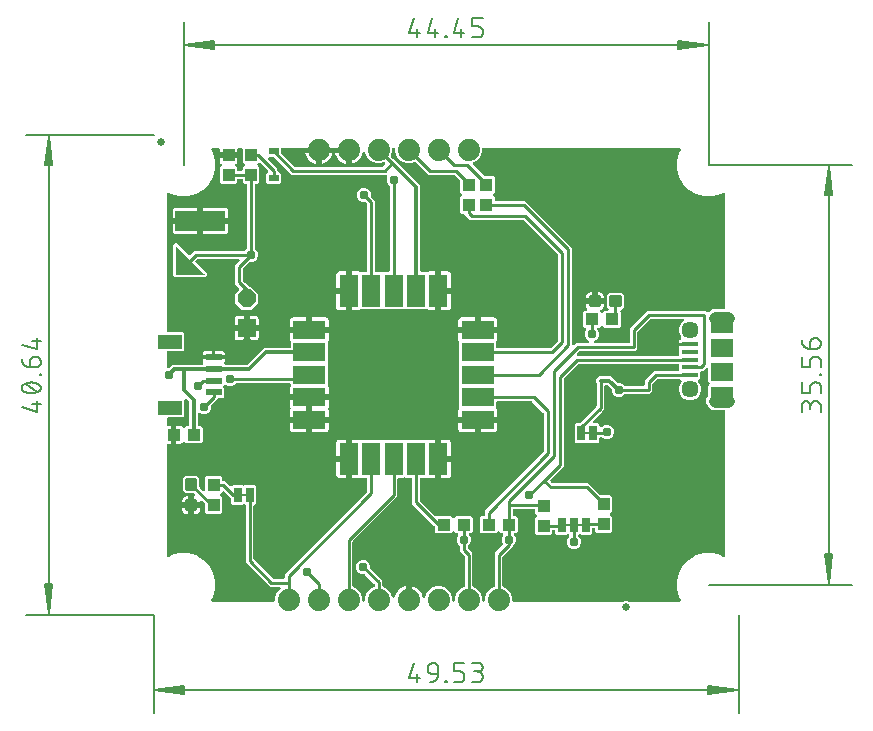
<source format=gbr>
G04 EAGLE Gerber RS-274X export*
G75*
%MOMM*%
%FSLAX34Y34*%
%LPD*%
%INTop Copper*%
%IPPOS*%
%AMOC8*
5,1,8,0,0,1.08239X$1,22.5*%
G01*
%ADD10C,0.130000*%
%ADD11C,0.152400*%
%ADD12C,0.635000*%
%ADD13R,2.000000X1.200000*%
%ADD14R,1.350000X0.600000*%
%ADD15R,1.100000X1.000000*%
%ADD16R,1.000000X1.100000*%
%ADD17R,4.200000X1.700000*%
%ADD18R,1.000000X1.000000*%
%ADD19R,0.635000X1.270000*%
%ADD20R,0.406400X0.254000*%
%ADD21C,0.300000*%
%ADD22R,0.830000X0.630000*%
%ADD23R,2.750000X1.600000*%
%ADD24R,1.600000X2.750000*%
%ADD25C,1.879600*%
%ADD26C,1.450000*%
%ADD27R,1.350000X0.400000*%
%ADD28R,1.900000X1.500000*%
%ADD29R,1.900000X1.200000*%
%ADD30C,1.108000*%
%ADD31R,1.524000X1.524000*%
%ADD32P,1.649562X8X202.500000*%
%ADD33C,0.304800*%
%ADD34C,0.787400*%
%ADD35C,0.254000*%
%ADD36C,0.756400*%

G36*
X266818Y392192D02*
X266818Y392192D01*
X266937Y392199D01*
X266975Y392212D01*
X267016Y392217D01*
X267126Y392260D01*
X267239Y392297D01*
X267274Y392319D01*
X267311Y392334D01*
X267407Y392403D01*
X267508Y392467D01*
X267536Y392497D01*
X267569Y392520D01*
X267645Y392612D01*
X267726Y392699D01*
X267746Y392734D01*
X267771Y392765D01*
X267822Y392873D01*
X267880Y392977D01*
X267890Y393017D01*
X267907Y393053D01*
X267929Y393170D01*
X267959Y393285D01*
X267963Y393345D01*
X267967Y393365D01*
X267965Y393386D01*
X267969Y393446D01*
X267969Y395974D01*
X269709Y400175D01*
X272243Y402709D01*
X272328Y402818D01*
X272417Y402925D01*
X272426Y402944D01*
X272438Y402960D01*
X272493Y403088D01*
X272552Y403213D01*
X272556Y403233D01*
X272564Y403252D01*
X272586Y403390D01*
X272612Y403526D01*
X272611Y403546D01*
X272614Y403566D01*
X272601Y403705D01*
X272592Y403843D01*
X272586Y403862D01*
X272584Y403882D01*
X272537Y404013D01*
X272494Y404145D01*
X272484Y404163D01*
X272477Y404182D01*
X272399Y404297D01*
X272324Y404414D01*
X272310Y404428D01*
X272298Y404445D01*
X272194Y404537D01*
X272093Y404632D01*
X272075Y404642D01*
X272060Y404655D01*
X271936Y404719D01*
X271814Y404786D01*
X271795Y404791D01*
X271777Y404800D01*
X271641Y404830D01*
X271506Y404865D01*
X271478Y404867D01*
X271466Y404870D01*
X271446Y404869D01*
X271346Y404875D01*
X263554Y404875D01*
X243077Y425352D01*
X243077Y472977D01*
X243065Y473075D01*
X243062Y473174D01*
X243045Y473233D01*
X243037Y473293D01*
X243001Y473385D01*
X242973Y473480D01*
X242943Y473532D01*
X242920Y473588D01*
X242862Y473669D01*
X242812Y473754D01*
X242746Y473829D01*
X242734Y473846D01*
X242724Y473854D01*
X242706Y473875D01*
X242197Y474383D01*
X242103Y474456D01*
X242014Y474535D01*
X241978Y474553D01*
X241946Y474578D01*
X241837Y474625D01*
X241731Y474679D01*
X241691Y474688D01*
X241654Y474704D01*
X241537Y474723D01*
X241421Y474749D01*
X241380Y474748D01*
X241340Y474754D01*
X241221Y474743D01*
X241103Y474739D01*
X241064Y474728D01*
X241024Y474724D01*
X240911Y474684D01*
X240797Y474651D01*
X240762Y474630D01*
X240724Y474617D01*
X240626Y474550D01*
X240523Y474489D01*
X240478Y474449D01*
X240461Y474438D01*
X240448Y474423D01*
X240402Y474383D01*
X240237Y474217D01*
X232203Y474217D01*
X231012Y475408D01*
X231012Y478801D01*
X231000Y478899D01*
X230997Y478998D01*
X230980Y479057D01*
X230972Y479117D01*
X230936Y479209D01*
X230908Y479304D01*
X230878Y479356D01*
X230855Y479412D01*
X230797Y479492D01*
X230747Y479578D01*
X230681Y479653D01*
X230669Y479670D01*
X230659Y479678D01*
X230641Y479699D01*
X225099Y485240D01*
X224990Y485325D01*
X224883Y485414D01*
X224864Y485422D01*
X224848Y485435D01*
X224720Y485490D01*
X224595Y485549D01*
X224575Y485553D01*
X224556Y485561D01*
X224418Y485583D01*
X224282Y485609D01*
X224262Y485608D01*
X224242Y485611D01*
X224103Y485598D01*
X223965Y485589D01*
X223946Y485583D01*
X223926Y485581D01*
X223794Y485534D01*
X223663Y485491D01*
X223645Y485480D01*
X223626Y485473D01*
X223511Y485395D01*
X223394Y485321D01*
X223380Y485306D01*
X223363Y485295D01*
X223271Y485191D01*
X223176Y485089D01*
X223166Y485072D01*
X223153Y485056D01*
X223089Y484933D01*
X223068Y484893D01*
X221672Y483497D01*
X221599Y483403D01*
X221520Y483314D01*
X221502Y483278D01*
X221477Y483246D01*
X221430Y483137D01*
X221376Y483031D01*
X221367Y482992D01*
X221351Y482954D01*
X221332Y482837D01*
X221306Y482721D01*
X221307Y482680D01*
X221301Y482640D01*
X221312Y482522D01*
X221316Y482403D01*
X221327Y482364D01*
X221331Y482324D01*
X221371Y482212D01*
X221404Y482097D01*
X221425Y482062D01*
X221438Y482024D01*
X221505Y481926D01*
X221566Y481823D01*
X221606Y481778D01*
X221617Y481761D01*
X221632Y481748D01*
X221672Y481702D01*
X222933Y480442D01*
X222933Y467758D01*
X221742Y466567D01*
X210058Y466567D01*
X208867Y467758D01*
X208867Y474156D01*
X208855Y474254D01*
X208852Y474353D01*
X208835Y474412D01*
X208827Y474472D01*
X208791Y474564D01*
X208763Y474659D01*
X208733Y474711D01*
X208710Y474767D01*
X208652Y474847D01*
X208602Y474933D01*
X208536Y475008D01*
X208524Y475025D01*
X208514Y475033D01*
X208496Y475054D01*
X206557Y476992D01*
X206448Y477077D01*
X206341Y477166D01*
X206322Y477174D01*
X206306Y477187D01*
X206178Y477242D01*
X206053Y477301D01*
X206033Y477305D01*
X206014Y477313D01*
X205876Y477335D01*
X205740Y477361D01*
X205720Y477360D01*
X205700Y477363D01*
X205561Y477350D01*
X205423Y477341D01*
X205404Y477335D01*
X205384Y477333D01*
X205252Y477286D01*
X205121Y477243D01*
X205103Y477232D01*
X205084Y477225D01*
X204969Y477147D01*
X204852Y477073D01*
X204838Y477058D01*
X204821Y477047D01*
X204729Y476943D01*
X204634Y476841D01*
X204624Y476824D01*
X204611Y476808D01*
X204547Y476684D01*
X204480Y476563D01*
X204475Y476543D01*
X204466Y476525D01*
X204436Y476389D01*
X204420Y476329D01*
X199349Y476329D01*
X199349Y481397D01*
X199391Y481401D01*
X199410Y481408D01*
X199430Y481411D01*
X199559Y481462D01*
X199690Y481509D01*
X199707Y481520D01*
X199725Y481528D01*
X199838Y481609D01*
X199953Y481687D01*
X199967Y481703D01*
X199983Y481714D01*
X200071Y481821D01*
X200164Y481926D01*
X200173Y481944D01*
X200186Y481959D01*
X200245Y482085D01*
X200308Y482209D01*
X200313Y482229D01*
X200321Y482247D01*
X200347Y482383D01*
X200378Y482519D01*
X200377Y482540D01*
X200381Y482559D01*
X200372Y482698D01*
X200368Y482837D01*
X200362Y482857D01*
X200361Y482877D01*
X200318Y483009D01*
X200280Y483143D01*
X200269Y483160D01*
X200263Y483179D01*
X200189Y483297D01*
X200118Y483417D01*
X200100Y483438D01*
X200093Y483448D01*
X200078Y483462D01*
X200012Y483538D01*
X199584Y483966D01*
X199505Y484026D01*
X199433Y484094D01*
X199380Y484123D01*
X199332Y484160D01*
X199242Y484200D01*
X199155Y484248D01*
X199096Y484263D01*
X199041Y484287D01*
X198943Y484302D01*
X198847Y484327D01*
X198747Y484333D01*
X198726Y484337D01*
X198714Y484335D01*
X198686Y484337D01*
X191887Y484337D01*
X189817Y486407D01*
X189817Y496333D01*
X191887Y498403D01*
X201813Y498403D01*
X203883Y496333D01*
X203883Y489534D01*
X203895Y489436D01*
X203898Y489337D01*
X203915Y489278D01*
X203923Y489218D01*
X203959Y489126D01*
X203987Y489031D01*
X204017Y488979D01*
X204040Y488923D01*
X204098Y488843D01*
X204148Y488757D01*
X204214Y488682D01*
X204226Y488665D01*
X204236Y488657D01*
X204254Y488636D01*
X206701Y486190D01*
X206810Y486105D01*
X206917Y486016D01*
X206936Y486008D01*
X206952Y485995D01*
X207080Y485940D01*
X207205Y485881D01*
X207225Y485877D01*
X207244Y485869D01*
X207382Y485847D01*
X207518Y485821D01*
X207538Y485822D01*
X207558Y485819D01*
X207697Y485832D01*
X207835Y485841D01*
X207854Y485847D01*
X207874Y485849D01*
X208006Y485896D01*
X208137Y485939D01*
X208155Y485950D01*
X208174Y485957D01*
X208289Y486035D01*
X208406Y486109D01*
X208420Y486124D01*
X208437Y486135D01*
X208529Y486239D01*
X208624Y486341D01*
X208634Y486358D01*
X208647Y486374D01*
X208711Y486498D01*
X208778Y486619D01*
X208783Y486639D01*
X208792Y486657D01*
X208822Y486793D01*
X208857Y486927D01*
X208859Y486955D01*
X208862Y486967D01*
X208861Y486988D01*
X208867Y487088D01*
X208867Y497442D01*
X210058Y498633D01*
X221742Y498633D01*
X222933Y497442D01*
X222933Y495672D01*
X222948Y495554D01*
X222955Y495435D01*
X222968Y495397D01*
X222973Y495356D01*
X223016Y495246D01*
X223053Y495133D01*
X223075Y495098D01*
X223090Y495061D01*
X223159Y494965D01*
X223223Y494864D01*
X223253Y494836D01*
X223276Y494803D01*
X223368Y494727D01*
X223455Y494646D01*
X223490Y494626D01*
X223521Y494601D01*
X223629Y494550D01*
X223733Y494492D01*
X223773Y494482D01*
X223809Y494465D01*
X223926Y494443D01*
X224041Y494413D01*
X224101Y494409D01*
X224121Y494405D01*
X224142Y494407D01*
X224202Y494403D01*
X225278Y494403D01*
X229553Y490128D01*
X229647Y490055D01*
X229736Y489976D01*
X229772Y489958D01*
X229804Y489933D01*
X229914Y489885D01*
X230020Y489831D01*
X230059Y489823D01*
X230096Y489806D01*
X230214Y489788D01*
X230330Y489762D01*
X230370Y489763D01*
X230410Y489757D01*
X230529Y489768D01*
X230648Y489771D01*
X230687Y489783D01*
X230727Y489786D01*
X230839Y489827D01*
X230953Y489860D01*
X230988Y489880D01*
X231026Y489894D01*
X231125Y489961D01*
X231227Y490021D01*
X231272Y490061D01*
X231289Y490073D01*
X231303Y490088D01*
X231348Y490128D01*
X232203Y490983D01*
X240237Y490983D01*
X240402Y490817D01*
X240497Y490744D01*
X240586Y490665D01*
X240622Y490647D01*
X240654Y490622D01*
X240763Y490575D01*
X240869Y490521D01*
X240908Y490512D01*
X240946Y490496D01*
X241063Y490477D01*
X241179Y490451D01*
X241220Y490452D01*
X241260Y490446D01*
X241378Y490457D01*
X241497Y490461D01*
X241536Y490472D01*
X241576Y490476D01*
X241688Y490516D01*
X241803Y490549D01*
X241838Y490570D01*
X241876Y490583D01*
X241974Y490650D01*
X242077Y490711D01*
X242122Y490751D01*
X242139Y490762D01*
X242152Y490777D01*
X242197Y490817D01*
X242363Y490983D01*
X250397Y490983D01*
X251588Y489792D01*
X251588Y475408D01*
X250054Y473875D01*
X249994Y473796D01*
X249926Y473724D01*
X249897Y473671D01*
X249860Y473623D01*
X249820Y473533D01*
X249772Y473446D01*
X249757Y473387D01*
X249733Y473332D01*
X249718Y473234D01*
X249693Y473138D01*
X249687Y473038D01*
X249683Y473018D01*
X249685Y473005D01*
X249683Y472977D01*
X249683Y428614D01*
X249695Y428516D01*
X249698Y428417D01*
X249715Y428358D01*
X249723Y428298D01*
X249759Y428206D01*
X249787Y428111D01*
X249817Y428059D01*
X249840Y428003D01*
X249898Y427923D01*
X249948Y427837D01*
X250014Y427762D01*
X250026Y427745D01*
X250036Y427737D01*
X250054Y427716D01*
X265918Y411852D01*
X265997Y411792D01*
X266069Y411724D01*
X266122Y411695D01*
X266170Y411658D01*
X266261Y411618D01*
X266347Y411570D01*
X266406Y411555D01*
X266461Y411531D01*
X266559Y411516D01*
X266655Y411491D01*
X266755Y411485D01*
X266776Y411481D01*
X266788Y411483D01*
X266816Y411481D01*
X274828Y411481D01*
X274946Y411496D01*
X275065Y411503D01*
X275103Y411516D01*
X275144Y411521D01*
X275254Y411564D01*
X275367Y411601D01*
X275402Y411623D01*
X275439Y411638D01*
X275535Y411707D01*
X275636Y411771D01*
X275664Y411801D01*
X275697Y411824D01*
X275773Y411916D01*
X275854Y412003D01*
X275874Y412038D01*
X275899Y412069D01*
X275950Y412177D01*
X276008Y412281D01*
X276018Y412321D01*
X276035Y412357D01*
X276057Y412474D01*
X276087Y412589D01*
X276091Y412649D01*
X276095Y412669D01*
X276093Y412690D01*
X276097Y412750D01*
X276097Y415311D01*
X345626Y484840D01*
X345686Y484918D01*
X345754Y484990D01*
X345783Y485043D01*
X345820Y485091D01*
X345860Y485182D01*
X345908Y485269D01*
X345923Y485327D01*
X345947Y485383D01*
X345962Y485481D01*
X345987Y485577D01*
X345993Y485677D01*
X345997Y485697D01*
X345995Y485709D01*
X345997Y485737D01*
X345997Y495898D01*
X345982Y496016D01*
X345975Y496135D01*
X345962Y496173D01*
X345957Y496214D01*
X345914Y496324D01*
X345877Y496437D01*
X345855Y496472D01*
X345840Y496509D01*
X345771Y496605D01*
X345707Y496706D01*
X345677Y496734D01*
X345654Y496767D01*
X345562Y496843D01*
X345475Y496924D01*
X345440Y496944D01*
X345409Y496969D01*
X345301Y497020D01*
X345197Y497078D01*
X345157Y497088D01*
X345121Y497105D01*
X345004Y497127D01*
X344889Y497157D01*
X344829Y497161D01*
X344809Y497165D01*
X344788Y497163D01*
X344728Y497167D01*
X340201Y497167D01*
X340109Y497156D01*
X340017Y497154D01*
X339952Y497136D01*
X339885Y497127D01*
X339799Y497093D01*
X339710Y497069D01*
X339605Y497017D01*
X339590Y497010D01*
X339583Y497005D01*
X339566Y496997D01*
X339281Y496832D01*
X338634Y496659D01*
X332839Y496659D01*
X332839Y511680D01*
X332824Y511798D01*
X332817Y511917D01*
X332804Y511955D01*
X332799Y511995D01*
X332755Y512106D01*
X332719Y512219D01*
X332697Y512254D01*
X332682Y512291D01*
X332612Y512387D01*
X332549Y512488D01*
X332519Y512516D01*
X332495Y512548D01*
X332404Y512624D01*
X332317Y512706D01*
X332282Y512725D01*
X332250Y512751D01*
X332143Y512802D01*
X332039Y512859D01*
X331999Y512870D01*
X331963Y512887D01*
X331846Y512909D01*
X331731Y512939D01*
X331670Y512943D01*
X331650Y512947D01*
X331630Y512945D01*
X331570Y512949D01*
X330299Y512949D01*
X330299Y512951D01*
X331570Y512951D01*
X331688Y512966D01*
X331807Y512973D01*
X331845Y512986D01*
X331885Y512991D01*
X331996Y513035D01*
X332109Y513071D01*
X332144Y513093D01*
X332181Y513108D01*
X332277Y513178D01*
X332378Y513241D01*
X332406Y513271D01*
X332438Y513295D01*
X332514Y513386D01*
X332596Y513473D01*
X332615Y513508D01*
X332641Y513540D01*
X332692Y513647D01*
X332749Y513751D01*
X332760Y513791D01*
X332777Y513827D01*
X332799Y513944D01*
X332829Y514059D01*
X332833Y514120D01*
X332837Y514140D01*
X332835Y514160D01*
X332839Y514220D01*
X332839Y529241D01*
X338634Y529241D01*
X339281Y529068D01*
X339566Y528903D01*
X339651Y528867D01*
X339732Y528822D01*
X339797Y528806D01*
X339859Y528780D01*
X339951Y528766D01*
X340040Y528743D01*
X340157Y528736D01*
X340174Y528733D01*
X340182Y528734D01*
X340201Y528733D01*
X358257Y528733D01*
X358263Y528730D01*
X358369Y528676D01*
X358408Y528667D01*
X358445Y528651D01*
X358563Y528632D01*
X358679Y528606D01*
X358720Y528607D01*
X358760Y528601D01*
X358878Y528612D01*
X358997Y528616D01*
X359036Y528627D01*
X359076Y528631D01*
X359188Y528671D01*
X359303Y528704D01*
X359337Y528725D01*
X359360Y528733D01*
X377257Y528733D01*
X377263Y528730D01*
X377369Y528676D01*
X377408Y528667D01*
X377445Y528651D01*
X377563Y528632D01*
X377679Y528606D01*
X377720Y528607D01*
X377760Y528601D01*
X377878Y528612D01*
X377997Y528616D01*
X378036Y528627D01*
X378076Y528631D01*
X378188Y528671D01*
X378303Y528704D01*
X378337Y528725D01*
X378360Y528733D01*
X396399Y528733D01*
X396491Y528744D01*
X396583Y528746D01*
X396648Y528764D01*
X396715Y528773D01*
X396801Y528807D01*
X396890Y528831D01*
X396995Y528883D01*
X397010Y528890D01*
X397017Y528895D01*
X397034Y528903D01*
X397319Y529068D01*
X397966Y529241D01*
X403761Y529241D01*
X403761Y514220D01*
X403776Y514102D01*
X403783Y513983D01*
X403796Y513945D01*
X403801Y513905D01*
X403844Y513794D01*
X403881Y513681D01*
X403903Y513646D01*
X403918Y513609D01*
X403988Y513513D01*
X404051Y513412D01*
X404081Y513384D01*
X404105Y513352D01*
X404196Y513276D01*
X404283Y513194D01*
X404318Y513175D01*
X404349Y513149D01*
X404457Y513098D01*
X404561Y513041D01*
X404601Y513030D01*
X404637Y513013D01*
X404754Y512991D01*
X404869Y512961D01*
X404930Y512957D01*
X404950Y512953D01*
X404970Y512955D01*
X405030Y512951D01*
X406301Y512951D01*
X406301Y512949D01*
X405030Y512949D01*
X404912Y512934D01*
X404793Y512927D01*
X404755Y512914D01*
X404715Y512909D01*
X404604Y512865D01*
X404491Y512829D01*
X404456Y512807D01*
X404419Y512792D01*
X404323Y512722D01*
X404222Y512659D01*
X404194Y512629D01*
X404161Y512605D01*
X404086Y512514D01*
X404004Y512427D01*
X403984Y512392D01*
X403959Y512360D01*
X403908Y512253D01*
X403850Y512149D01*
X403840Y512109D01*
X403823Y512073D01*
X403801Y511956D01*
X403771Y511841D01*
X403767Y511780D01*
X403763Y511760D01*
X403765Y511740D01*
X403761Y511680D01*
X403761Y496659D01*
X397966Y496659D01*
X397319Y496832D01*
X397034Y496997D01*
X396949Y497033D01*
X396868Y497078D01*
X396803Y497094D01*
X396741Y497120D01*
X396649Y497134D01*
X396560Y497157D01*
X396443Y497164D01*
X396426Y497167D01*
X396418Y497166D01*
X396399Y497167D01*
X391872Y497167D01*
X391754Y497152D01*
X391635Y497145D01*
X391597Y497132D01*
X391556Y497127D01*
X391446Y497084D01*
X391333Y497047D01*
X391298Y497025D01*
X391261Y497010D01*
X391165Y496941D01*
X391064Y496877D01*
X391036Y496847D01*
X391003Y496824D01*
X390927Y496732D01*
X390846Y496645D01*
X390826Y496610D01*
X390801Y496579D01*
X390750Y496471D01*
X390692Y496367D01*
X390682Y496327D01*
X390665Y496291D01*
X390643Y496174D01*
X390613Y496059D01*
X390609Y495999D01*
X390605Y495979D01*
X390607Y495958D01*
X390603Y495898D01*
X390603Y478194D01*
X390615Y478096D01*
X390618Y477997D01*
X390635Y477938D01*
X390643Y477878D01*
X390679Y477786D01*
X390707Y477691D01*
X390737Y477639D01*
X390760Y477583D01*
X390818Y477503D01*
X390868Y477417D01*
X390934Y477342D01*
X390946Y477325D01*
X390956Y477317D01*
X390974Y477296D01*
X403666Y464604D01*
X403745Y464544D01*
X403817Y464476D01*
X403870Y464447D01*
X403918Y464410D01*
X404009Y464370D01*
X404095Y464322D01*
X404154Y464307D01*
X404209Y464283D01*
X404307Y464268D01*
X404403Y464243D01*
X404503Y464237D01*
X404523Y464233D01*
X404536Y464235D01*
X404564Y464233D01*
X416942Y464233D01*
X418202Y462972D01*
X418297Y462899D01*
X418386Y462820D01*
X418422Y462802D01*
X418454Y462777D01*
X418563Y462730D01*
X418669Y462676D01*
X418708Y462667D01*
X418746Y462651D01*
X418863Y462632D01*
X418979Y462606D01*
X419020Y462607D01*
X419060Y462601D01*
X419178Y462612D01*
X419297Y462616D01*
X419336Y462627D01*
X419376Y462631D01*
X419489Y462671D01*
X419603Y462704D01*
X419637Y462725D01*
X419676Y462738D01*
X419774Y462805D01*
X419877Y462866D01*
X419922Y462906D01*
X419939Y462917D01*
X419952Y462932D01*
X419997Y462972D01*
X421258Y464233D01*
X433942Y464233D01*
X435133Y463042D01*
X435133Y451358D01*
X433942Y450167D01*
X433439Y450167D01*
X433302Y450150D01*
X433163Y450137D01*
X433144Y450130D01*
X433124Y450127D01*
X432995Y450076D01*
X432864Y450029D01*
X432847Y450018D01*
X432828Y450010D01*
X432716Y449929D01*
X432601Y449851D01*
X432587Y449835D01*
X432571Y449824D01*
X432482Y449716D01*
X432390Y449612D01*
X432381Y449594D01*
X432368Y449579D01*
X432309Y449453D01*
X432246Y449329D01*
X432241Y449309D01*
X432233Y449291D01*
X432206Y449155D01*
X432176Y449019D01*
X432177Y448998D01*
X432173Y448979D01*
X432181Y448840D01*
X432186Y448701D01*
X432191Y448681D01*
X432192Y448661D01*
X432235Y448529D01*
X432274Y448395D01*
X432284Y448378D01*
X432291Y448359D01*
X432365Y448241D01*
X432436Y448121D01*
X432454Y448100D01*
X432461Y448090D01*
X432476Y448076D01*
X432542Y448000D01*
X432661Y447882D01*
X433570Y445687D01*
X433570Y443313D01*
X432661Y441118D01*
X431274Y439732D01*
X431214Y439654D01*
X431146Y439582D01*
X431117Y439529D01*
X431080Y439481D01*
X431040Y439390D01*
X430992Y439303D01*
X430977Y439245D01*
X430953Y439189D01*
X430938Y439091D01*
X430913Y438995D01*
X430907Y438895D01*
X430903Y438875D01*
X430905Y438863D01*
X430903Y438835D01*
X430903Y437894D01*
X430915Y437796D01*
X430918Y437697D01*
X430935Y437638D01*
X430943Y437578D01*
X430979Y437486D01*
X431007Y437391D01*
X431037Y437339D01*
X431060Y437283D01*
X431118Y437203D01*
X431168Y437117D01*
X431234Y437042D01*
X431246Y437025D01*
X431256Y437017D01*
X431274Y436996D01*
X432796Y435474D01*
X435103Y433168D01*
X435103Y405553D01*
X435106Y405523D01*
X435104Y405494D01*
X435126Y405365D01*
X435143Y405237D01*
X435153Y405210D01*
X435158Y405181D01*
X435212Y405062D01*
X435260Y404941D01*
X435277Y404917D01*
X435289Y404891D01*
X435370Y404789D01*
X435446Y404684D01*
X435469Y404665D01*
X435488Y404642D01*
X435591Y404564D01*
X435691Y404481D01*
X435718Y404469D01*
X435742Y404451D01*
X435886Y404380D01*
X438275Y403391D01*
X441491Y400175D01*
X443231Y395974D01*
X443231Y393446D01*
X443246Y393328D01*
X443253Y393209D01*
X443266Y393171D01*
X443271Y393130D01*
X443314Y393020D01*
X443351Y392907D01*
X443373Y392872D01*
X443388Y392835D01*
X443457Y392739D01*
X443521Y392638D01*
X443551Y392610D01*
X443574Y392577D01*
X443666Y392501D01*
X443753Y392420D01*
X443788Y392400D01*
X443819Y392375D01*
X443927Y392324D01*
X444031Y392266D01*
X444071Y392256D01*
X444107Y392239D01*
X444224Y392217D01*
X444339Y392187D01*
X444399Y392183D01*
X444419Y392179D01*
X444420Y392179D01*
X444440Y392181D01*
X444500Y392177D01*
X444618Y392192D01*
X444737Y392199D01*
X444775Y392212D01*
X444816Y392217D01*
X444926Y392260D01*
X445039Y392297D01*
X445074Y392319D01*
X445111Y392334D01*
X445207Y392403D01*
X445308Y392467D01*
X445336Y392497D01*
X445369Y392520D01*
X445445Y392612D01*
X445526Y392699D01*
X445546Y392734D01*
X445571Y392765D01*
X445622Y392873D01*
X445680Y392977D01*
X445690Y393017D01*
X445707Y393053D01*
X445729Y393170D01*
X445759Y393285D01*
X445763Y393345D01*
X445767Y393365D01*
X445765Y393386D01*
X445769Y393446D01*
X445769Y395974D01*
X447509Y400175D01*
X450725Y403391D01*
X453114Y404380D01*
X453139Y404395D01*
X453167Y404404D01*
X453277Y404473D01*
X453390Y404537D01*
X453411Y404558D01*
X453436Y404574D01*
X453525Y404668D01*
X453618Y404759D01*
X453634Y404784D01*
X453654Y404805D01*
X453717Y404919D01*
X453785Y405030D01*
X453793Y405058D01*
X453808Y405084D01*
X453840Y405210D01*
X453878Y405334D01*
X453880Y405363D01*
X453887Y405392D01*
X453897Y405553D01*
X453897Y433168D01*
X456203Y435474D01*
X456204Y435474D01*
X460393Y439664D01*
X460412Y439688D01*
X460434Y439707D01*
X460509Y439813D01*
X460588Y439915D01*
X460600Y439943D01*
X460617Y439967D01*
X460663Y440088D01*
X460715Y440207D01*
X460719Y440236D01*
X460730Y440264D01*
X460744Y440393D01*
X460765Y440521D01*
X460762Y440551D01*
X460765Y440580D01*
X460747Y440709D01*
X460735Y440838D01*
X460725Y440866D01*
X460721Y440895D01*
X460669Y441047D01*
X459730Y443313D01*
X459730Y445687D01*
X460639Y447882D01*
X460758Y448000D01*
X460843Y448110D01*
X460932Y448217D01*
X460941Y448236D01*
X460953Y448252D01*
X461008Y448380D01*
X461067Y448505D01*
X461071Y448525D01*
X461079Y448544D01*
X461101Y448681D01*
X461127Y448818D01*
X461126Y448838D01*
X461129Y448858D01*
X461116Y448996D01*
X461108Y449135D01*
X461101Y449154D01*
X461099Y449174D01*
X461052Y449305D01*
X461009Y449437D01*
X460999Y449455D01*
X460992Y449474D01*
X460914Y449589D01*
X460839Y449706D01*
X460825Y449720D01*
X460813Y449737D01*
X460709Y449829D01*
X460608Y449924D01*
X460590Y449934D01*
X460575Y449947D01*
X460451Y450010D01*
X460329Y450078D01*
X460310Y450083D01*
X460292Y450092D01*
X460156Y450122D01*
X460021Y450157D01*
X459993Y450159D01*
X459981Y450162D01*
X459961Y450161D01*
X459861Y450167D01*
X459358Y450167D01*
X458097Y451428D01*
X458003Y451501D01*
X457914Y451580D01*
X457878Y451598D01*
X457846Y451623D01*
X457737Y451670D01*
X457631Y451724D01*
X457592Y451733D01*
X457554Y451749D01*
X457437Y451768D01*
X457321Y451794D01*
X457280Y451793D01*
X457240Y451799D01*
X457122Y451788D01*
X457003Y451784D01*
X456964Y451773D01*
X456924Y451769D01*
X456812Y451729D01*
X456697Y451696D01*
X456662Y451675D01*
X456624Y451662D01*
X456526Y451595D01*
X456423Y451534D01*
X456378Y451494D01*
X456361Y451483D01*
X456348Y451468D01*
X456302Y451428D01*
X455042Y450167D01*
X442358Y450167D01*
X441167Y451358D01*
X441167Y463042D01*
X442358Y464233D01*
X444128Y464233D01*
X444246Y464248D01*
X444365Y464255D01*
X444403Y464268D01*
X444444Y464273D01*
X444554Y464316D01*
X444667Y464353D01*
X444702Y464375D01*
X444739Y464390D01*
X444835Y464459D01*
X444936Y464523D01*
X444964Y464553D01*
X444997Y464576D01*
X445073Y464668D01*
X445154Y464755D01*
X445174Y464790D01*
X445199Y464821D01*
X445250Y464929D01*
X445308Y465033D01*
X445318Y465073D01*
X445335Y465109D01*
X445357Y465226D01*
X445387Y465341D01*
X445391Y465401D01*
X445395Y465421D01*
X445393Y465442D01*
X445397Y465502D01*
X445397Y468857D01*
X495182Y518641D01*
X495242Y518719D01*
X495310Y518791D01*
X495339Y518844D01*
X495376Y518892D01*
X495416Y518983D01*
X495464Y519070D01*
X495479Y519128D01*
X495503Y519184D01*
X495518Y519282D01*
X495543Y519378D01*
X495549Y519478D01*
X495553Y519498D01*
X495551Y519510D01*
X495553Y519538D01*
X495553Y551318D01*
X495541Y551416D01*
X495538Y551515D01*
X495521Y551574D01*
X495513Y551634D01*
X495477Y551726D01*
X495449Y551821D01*
X495419Y551873D01*
X495396Y551929D01*
X495338Y552009D01*
X495288Y552095D01*
X495222Y552170D01*
X495210Y552187D01*
X495200Y552195D01*
X495182Y552216D01*
X485872Y561526D01*
X485793Y561586D01*
X485721Y561654D01*
X485668Y561683D01*
X485620Y561720D01*
X485529Y561760D01*
X485443Y561808D01*
X485384Y561823D01*
X485329Y561847D01*
X485231Y561862D01*
X485135Y561887D01*
X485035Y561893D01*
X485014Y561897D01*
X485002Y561895D01*
X484974Y561897D01*
X456602Y561897D01*
X456484Y561882D01*
X456365Y561875D01*
X456327Y561862D01*
X456286Y561857D01*
X456176Y561814D01*
X456063Y561777D01*
X456028Y561755D01*
X455991Y561740D01*
X455895Y561671D01*
X455794Y561607D01*
X455766Y561577D01*
X455733Y561554D01*
X455657Y561462D01*
X455576Y561375D01*
X455556Y561340D01*
X455531Y561309D01*
X455480Y561201D01*
X455422Y561097D01*
X455412Y561057D01*
X455395Y561021D01*
X455373Y560904D01*
X455343Y560789D01*
X455339Y560729D01*
X455335Y560709D01*
X455337Y560688D01*
X455333Y560628D01*
X455333Y556101D01*
X455344Y556009D01*
X455346Y555917D01*
X455364Y555852D01*
X455373Y555785D01*
X455407Y555699D01*
X455431Y555610D01*
X455483Y555505D01*
X455490Y555490D01*
X455495Y555483D01*
X455503Y555466D01*
X455668Y555181D01*
X455841Y554534D01*
X455841Y548739D01*
X440820Y548739D01*
X440702Y548724D01*
X440583Y548717D01*
X440545Y548704D01*
X440505Y548699D01*
X440394Y548655D01*
X440281Y548619D01*
X440246Y548597D01*
X440209Y548582D01*
X440113Y548512D01*
X440012Y548449D01*
X439984Y548419D01*
X439952Y548395D01*
X439876Y548304D01*
X439794Y548217D01*
X439775Y548182D01*
X439749Y548150D01*
X439698Y548043D01*
X439641Y547939D01*
X439630Y547899D01*
X439613Y547863D01*
X439591Y547746D01*
X439561Y547631D01*
X439557Y547570D01*
X439553Y547550D01*
X439555Y547530D01*
X439551Y547470D01*
X439551Y546199D01*
X439549Y546199D01*
X439549Y547470D01*
X439534Y547588D01*
X439527Y547707D01*
X439514Y547745D01*
X439509Y547785D01*
X439465Y547896D01*
X439429Y548009D01*
X439407Y548044D01*
X439392Y548081D01*
X439322Y548177D01*
X439259Y548278D01*
X439229Y548306D01*
X439205Y548338D01*
X439114Y548414D01*
X439027Y548496D01*
X438992Y548515D01*
X438960Y548541D01*
X438853Y548592D01*
X438749Y548649D01*
X438709Y548660D01*
X438673Y548677D01*
X438556Y548699D01*
X438441Y548729D01*
X438380Y548733D01*
X438360Y548737D01*
X438340Y548735D01*
X438280Y548739D01*
X423259Y548739D01*
X423259Y554534D01*
X423432Y555181D01*
X423597Y555466D01*
X423633Y555551D01*
X423678Y555632D01*
X423694Y555697D01*
X423720Y555759D01*
X423734Y555851D01*
X423757Y555940D01*
X423764Y556057D01*
X423767Y556074D01*
X423766Y556082D01*
X423767Y556101D01*
X423767Y574157D01*
X423770Y574163D01*
X423824Y574269D01*
X423833Y574308D01*
X423849Y574345D01*
X423868Y574463D01*
X423894Y574579D01*
X423893Y574620D01*
X423899Y574660D01*
X423888Y574778D01*
X423884Y574897D01*
X423873Y574936D01*
X423869Y574976D01*
X423829Y575088D01*
X423796Y575203D01*
X423775Y575237D01*
X423767Y575260D01*
X423767Y593157D01*
X423770Y593163D01*
X423824Y593269D01*
X423833Y593308D01*
X423849Y593345D01*
X423868Y593463D01*
X423894Y593579D01*
X423893Y593620D01*
X423899Y593660D01*
X423888Y593778D01*
X423884Y593897D01*
X423873Y593936D01*
X423869Y593976D01*
X423829Y594088D01*
X423796Y594203D01*
X423775Y594237D01*
X423767Y594260D01*
X423767Y612299D01*
X423756Y612391D01*
X423754Y612483D01*
X423736Y612548D01*
X423727Y612615D01*
X423693Y612701D01*
X423669Y612790D01*
X423617Y612895D01*
X423610Y612910D01*
X423605Y612917D01*
X423597Y612934D01*
X423432Y613219D01*
X423259Y613866D01*
X423259Y619661D01*
X438280Y619661D01*
X438398Y619676D01*
X438517Y619683D01*
X438555Y619696D01*
X438595Y619701D01*
X438706Y619744D01*
X438819Y619781D01*
X438854Y619803D01*
X438891Y619818D01*
X438987Y619888D01*
X439088Y619951D01*
X439116Y619981D01*
X439148Y620005D01*
X439224Y620096D01*
X439306Y620183D01*
X439325Y620218D01*
X439351Y620249D01*
X439402Y620357D01*
X439459Y620461D01*
X439470Y620501D01*
X439487Y620537D01*
X439509Y620654D01*
X439539Y620769D01*
X439543Y620830D01*
X439547Y620850D01*
X439545Y620870D01*
X439549Y620930D01*
X439549Y622201D01*
X439551Y622201D01*
X439551Y620930D01*
X439566Y620812D01*
X439573Y620693D01*
X439586Y620655D01*
X439591Y620615D01*
X439635Y620504D01*
X439671Y620391D01*
X439693Y620356D01*
X439708Y620319D01*
X439778Y620223D01*
X439841Y620122D01*
X439871Y620094D01*
X439895Y620061D01*
X439986Y619986D01*
X440073Y619904D01*
X440108Y619884D01*
X440140Y619859D01*
X440247Y619808D01*
X440351Y619750D01*
X440391Y619740D01*
X440427Y619723D01*
X440544Y619701D01*
X440659Y619671D01*
X440720Y619667D01*
X440740Y619663D01*
X440760Y619665D01*
X440820Y619661D01*
X455841Y619661D01*
X455841Y613866D01*
X455668Y613219D01*
X455503Y612934D01*
X455467Y612849D01*
X455422Y612768D01*
X455406Y612703D01*
X455380Y612641D01*
X455366Y612549D01*
X455343Y612460D01*
X455336Y612343D01*
X455333Y612326D01*
X455334Y612318D01*
X455333Y612299D01*
X455333Y607772D01*
X455348Y607654D01*
X455355Y607535D01*
X455368Y607497D01*
X455373Y607456D01*
X455417Y607345D01*
X455453Y607233D01*
X455475Y607198D01*
X455490Y607161D01*
X455559Y607065D01*
X455623Y606964D01*
X455653Y606936D01*
X455676Y606903D01*
X455768Y606827D01*
X455855Y606746D01*
X455890Y606726D01*
X455921Y606701D01*
X456029Y606650D01*
X456133Y606592D01*
X456173Y606582D01*
X456209Y606565D01*
X456326Y606543D01*
X456441Y606513D01*
X456501Y606509D01*
X456521Y606505D01*
X456542Y606507D01*
X456602Y606503D01*
X500468Y606503D01*
X500566Y606515D01*
X500665Y606518D01*
X500724Y606535D01*
X500784Y606543D01*
X500876Y606579D01*
X500971Y606607D01*
X501023Y606637D01*
X501079Y606660D01*
X501159Y606718D01*
X501245Y606768D01*
X501320Y606834D01*
X501337Y606846D01*
X501345Y606856D01*
X501366Y606874D01*
X507374Y612882D01*
X507434Y612961D01*
X507502Y613033D01*
X507531Y613086D01*
X507568Y613134D01*
X507608Y613225D01*
X507656Y613311D01*
X507671Y613370D01*
X507695Y613425D01*
X507710Y613523D01*
X507735Y613619D01*
X507741Y613719D01*
X507745Y613740D01*
X507743Y613752D01*
X507745Y613780D01*
X507745Y685438D01*
X507733Y685536D01*
X507730Y685635D01*
X507713Y685693D01*
X507705Y685753D01*
X507669Y685845D01*
X507641Y685940D01*
X507611Y685993D01*
X507588Y686049D01*
X507530Y686129D01*
X507480Y686214D01*
X507414Y686290D01*
X507402Y686306D01*
X507392Y686314D01*
X507374Y686335D01*
X478563Y715146D01*
X478485Y715206D01*
X478413Y715274D01*
X478360Y715303D01*
X478312Y715340D01*
X478221Y715380D01*
X478134Y715428D01*
X478076Y715443D01*
X478020Y715467D01*
X477922Y715482D01*
X477826Y715507D01*
X477726Y715513D01*
X477706Y715517D01*
X477694Y715515D01*
X477666Y715517D01*
X432972Y715517D01*
X430666Y717824D01*
X428294Y720196D01*
X428215Y720256D01*
X428143Y720324D01*
X428090Y720353D01*
X428042Y720390D01*
X427951Y720430D01*
X427865Y720478D01*
X427806Y720493D01*
X427751Y720517D01*
X427653Y720532D01*
X427557Y720557D01*
X427457Y720563D01*
X427437Y720567D01*
X427424Y720565D01*
X427396Y720567D01*
X425958Y720567D01*
X424767Y721758D01*
X424767Y734442D01*
X426028Y735702D01*
X426101Y735797D01*
X426180Y735886D01*
X426198Y735922D01*
X426223Y735954D01*
X426270Y736063D01*
X426324Y736169D01*
X426333Y736208D01*
X426349Y736246D01*
X426368Y736363D01*
X426394Y736479D01*
X426393Y736520D01*
X426399Y736560D01*
X426388Y736678D01*
X426384Y736797D01*
X426373Y736836D01*
X426369Y736876D01*
X426329Y736989D01*
X426296Y737103D01*
X426275Y737137D01*
X426262Y737176D01*
X426195Y737274D01*
X426134Y737377D01*
X426094Y737422D01*
X426083Y737439D01*
X426068Y737452D01*
X426028Y737497D01*
X424767Y738758D01*
X424767Y747834D01*
X424755Y747932D01*
X424752Y748031D01*
X424735Y748090D01*
X424727Y748150D01*
X424691Y748242D01*
X424663Y748337D01*
X424633Y748389D01*
X424610Y748445D01*
X424552Y748526D01*
X424502Y748611D01*
X424436Y748686D01*
X424424Y748703D01*
X424414Y748711D01*
X424396Y748732D01*
X419882Y753246D01*
X419803Y753306D01*
X419731Y753374D01*
X419678Y753403D01*
X419630Y753440D01*
X419539Y753480D01*
X419453Y753528D01*
X419394Y753543D01*
X419339Y753567D01*
X419241Y753582D01*
X419145Y753607D01*
X419045Y753613D01*
X419024Y753617D01*
X419012Y753615D01*
X418984Y753617D01*
X397412Y753617D01*
X387046Y763984D01*
X387022Y764002D01*
X387003Y764024D01*
X386897Y764099D01*
X386794Y764179D01*
X386767Y764190D01*
X386743Y764207D01*
X386622Y764253D01*
X386503Y764305D01*
X386473Y764309D01*
X386446Y764320D01*
X386317Y764334D01*
X386188Y764355D01*
X386159Y764352D01*
X386130Y764355D01*
X386001Y764337D01*
X385872Y764325D01*
X385844Y764315D01*
X385815Y764311D01*
X385662Y764259D01*
X383274Y763269D01*
X378726Y763269D01*
X374525Y765009D01*
X371309Y768225D01*
X369569Y772426D01*
X369569Y774954D01*
X369554Y775072D01*
X369547Y775191D01*
X369534Y775229D01*
X369529Y775270D01*
X369486Y775380D01*
X369449Y775493D01*
X369427Y775528D01*
X369412Y775565D01*
X369343Y775661D01*
X369279Y775762D01*
X369249Y775790D01*
X369226Y775823D01*
X369134Y775899D01*
X369047Y775980D01*
X369012Y776000D01*
X368981Y776025D01*
X368873Y776076D01*
X368769Y776134D01*
X368729Y776144D01*
X368693Y776161D01*
X368576Y776183D01*
X368461Y776213D01*
X368401Y776217D01*
X368381Y776221D01*
X368380Y776221D01*
X368360Y776219D01*
X368300Y776223D01*
X368182Y776208D01*
X368063Y776201D01*
X368025Y776188D01*
X367984Y776183D01*
X367874Y776140D01*
X367761Y776103D01*
X367726Y776081D01*
X367689Y776066D01*
X367593Y775997D01*
X367492Y775933D01*
X367464Y775903D01*
X367431Y775880D01*
X367355Y775788D01*
X367274Y775701D01*
X367254Y775666D01*
X367229Y775635D01*
X367178Y775527D01*
X367120Y775423D01*
X367110Y775383D01*
X367093Y775347D01*
X367071Y775230D01*
X367041Y775115D01*
X367037Y775055D01*
X367033Y775035D01*
X367035Y775014D01*
X367031Y774954D01*
X367031Y772426D01*
X366146Y770292D01*
X366139Y770263D01*
X366125Y770237D01*
X366097Y770110D01*
X366063Y769985D01*
X366062Y769955D01*
X366056Y769926D01*
X366060Y769797D01*
X366057Y769667D01*
X366064Y769638D01*
X366065Y769609D01*
X366101Y769484D01*
X366132Y769358D01*
X366145Y769331D01*
X366154Y769303D01*
X366220Y769191D01*
X366280Y769076D01*
X366300Y769055D01*
X366315Y769029D01*
X366422Y768908D01*
X368131Y767198D01*
X368132Y767198D01*
X390857Y744473D01*
X390857Y672502D01*
X390872Y672384D01*
X390879Y672265D01*
X390892Y672227D01*
X390897Y672186D01*
X390940Y672076D01*
X390977Y671963D01*
X390999Y671928D01*
X391014Y671891D01*
X391083Y671795D01*
X391147Y671694D01*
X391177Y671666D01*
X391200Y671633D01*
X391292Y671557D01*
X391379Y671476D01*
X391414Y671456D01*
X391445Y671431D01*
X391553Y671380D01*
X391657Y671322D01*
X391697Y671312D01*
X391733Y671295D01*
X391850Y671273D01*
X391965Y671243D01*
X392025Y671239D01*
X392045Y671235D01*
X392066Y671237D01*
X392126Y671233D01*
X396399Y671233D01*
X396491Y671244D01*
X396583Y671246D01*
X396648Y671264D01*
X396715Y671273D01*
X396801Y671307D01*
X396890Y671331D01*
X396995Y671383D01*
X397010Y671390D01*
X397017Y671395D01*
X397034Y671403D01*
X397319Y671568D01*
X397966Y671741D01*
X403761Y671741D01*
X403761Y656720D01*
X403776Y656602D01*
X403783Y656483D01*
X403796Y656445D01*
X403801Y656405D01*
X403844Y656294D01*
X403881Y656181D01*
X403903Y656146D01*
X403918Y656109D01*
X403988Y656013D01*
X404051Y655912D01*
X404081Y655884D01*
X404105Y655852D01*
X404196Y655776D01*
X404283Y655694D01*
X404318Y655675D01*
X404349Y655649D01*
X404457Y655598D01*
X404561Y655541D01*
X404601Y655530D01*
X404637Y655513D01*
X404754Y655491D01*
X404869Y655461D01*
X404930Y655457D01*
X404950Y655453D01*
X404970Y655455D01*
X405030Y655451D01*
X406301Y655451D01*
X406301Y655449D01*
X405030Y655449D01*
X404912Y655434D01*
X404793Y655427D01*
X404755Y655414D01*
X404715Y655409D01*
X404604Y655365D01*
X404491Y655329D01*
X404456Y655307D01*
X404419Y655292D01*
X404323Y655222D01*
X404222Y655159D01*
X404194Y655129D01*
X404161Y655105D01*
X404086Y655014D01*
X404004Y654927D01*
X403984Y654892D01*
X403959Y654860D01*
X403908Y654753D01*
X403850Y654649D01*
X403840Y654609D01*
X403823Y654573D01*
X403801Y654456D01*
X403771Y654341D01*
X403767Y654280D01*
X403763Y654260D01*
X403765Y654240D01*
X403761Y654180D01*
X403761Y639159D01*
X397966Y639159D01*
X397319Y639332D01*
X397034Y639497D01*
X396949Y639533D01*
X396868Y639578D01*
X396803Y639594D01*
X396741Y639620D01*
X396649Y639634D01*
X396560Y639657D01*
X396443Y639664D01*
X396426Y639667D01*
X396418Y639666D01*
X396399Y639667D01*
X378343Y639667D01*
X378337Y639670D01*
X378231Y639724D01*
X378192Y639733D01*
X378155Y639749D01*
X378037Y639768D01*
X377921Y639794D01*
X377880Y639793D01*
X377840Y639799D01*
X377722Y639788D01*
X377603Y639784D01*
X377564Y639773D01*
X377524Y639769D01*
X377412Y639729D01*
X377297Y639696D01*
X377263Y639675D01*
X377240Y639667D01*
X359343Y639667D01*
X359337Y639670D01*
X359231Y639724D01*
X359192Y639733D01*
X359155Y639749D01*
X359037Y639768D01*
X358921Y639794D01*
X358880Y639793D01*
X358840Y639799D01*
X358722Y639788D01*
X358603Y639784D01*
X358564Y639773D01*
X358524Y639769D01*
X358412Y639729D01*
X358297Y639696D01*
X358263Y639675D01*
X358240Y639667D01*
X340201Y639667D01*
X340109Y639656D01*
X340017Y639654D01*
X339952Y639636D01*
X339885Y639627D01*
X339799Y639593D01*
X339710Y639569D01*
X339605Y639517D01*
X339590Y639510D01*
X339583Y639505D01*
X339566Y639497D01*
X339281Y639332D01*
X338634Y639159D01*
X332839Y639159D01*
X332839Y654180D01*
X332824Y654298D01*
X332817Y654417D01*
X332804Y654455D01*
X332799Y654495D01*
X332755Y654606D01*
X332719Y654719D01*
X332697Y654754D01*
X332682Y654791D01*
X332612Y654887D01*
X332549Y654988D01*
X332519Y655016D01*
X332495Y655048D01*
X332404Y655124D01*
X332317Y655206D01*
X332282Y655225D01*
X332250Y655251D01*
X332143Y655302D01*
X332039Y655359D01*
X331999Y655370D01*
X331963Y655387D01*
X331846Y655409D01*
X331731Y655439D01*
X331670Y655443D01*
X331650Y655447D01*
X331630Y655445D01*
X331570Y655449D01*
X330299Y655449D01*
X330299Y655451D01*
X331570Y655451D01*
X331688Y655466D01*
X331807Y655473D01*
X331845Y655486D01*
X331885Y655491D01*
X331996Y655535D01*
X332109Y655571D01*
X332144Y655593D01*
X332181Y655608D01*
X332277Y655678D01*
X332378Y655741D01*
X332406Y655771D01*
X332438Y655795D01*
X332514Y655886D01*
X332596Y655973D01*
X332615Y656008D01*
X332641Y656040D01*
X332692Y656147D01*
X332749Y656251D01*
X332760Y656291D01*
X332777Y656327D01*
X332799Y656444D01*
X332829Y656559D01*
X332833Y656620D01*
X332837Y656640D01*
X332835Y656660D01*
X332839Y656720D01*
X332839Y671741D01*
X338634Y671741D01*
X339281Y671568D01*
X339566Y671403D01*
X339651Y671367D01*
X339732Y671322D01*
X339797Y671306D01*
X339859Y671280D01*
X339951Y671266D01*
X340040Y671243D01*
X340157Y671236D01*
X340174Y671233D01*
X340182Y671234D01*
X340201Y671233D01*
X344728Y671233D01*
X344846Y671248D01*
X344965Y671255D01*
X345003Y671268D01*
X345044Y671273D01*
X345154Y671316D01*
X345267Y671353D01*
X345302Y671375D01*
X345339Y671390D01*
X345435Y671459D01*
X345536Y671523D01*
X345564Y671553D01*
X345597Y671576D01*
X345673Y671668D01*
X345754Y671755D01*
X345774Y671790D01*
X345799Y671821D01*
X345850Y671929D01*
X345908Y672033D01*
X345918Y672073D01*
X345935Y672109D01*
X345957Y672226D01*
X345987Y672341D01*
X345991Y672401D01*
X345995Y672421D01*
X345993Y672442D01*
X345997Y672502D01*
X345997Y728306D01*
X345985Y728404D01*
X345982Y728503D01*
X345965Y728562D01*
X345957Y728622D01*
X345921Y728714D01*
X345893Y728809D01*
X345863Y728861D01*
X345840Y728917D01*
X345782Y728997D01*
X345732Y729083D01*
X345666Y729158D01*
X345654Y729175D01*
X345644Y729183D01*
X345626Y729204D01*
X344571Y730259D01*
X344492Y730319D01*
X344420Y730387D01*
X344367Y730416D01*
X344319Y730453D01*
X344228Y730493D01*
X344142Y730541D01*
X344083Y730556D01*
X344028Y730580D01*
X343930Y730595D01*
X343834Y730620D01*
X343734Y730626D01*
X343713Y730630D01*
X343701Y730628D01*
X343673Y730630D01*
X341713Y730630D01*
X339518Y731539D01*
X337839Y733218D01*
X336930Y735413D01*
X336930Y737787D01*
X337839Y739982D01*
X339518Y741661D01*
X341713Y742570D01*
X344087Y742570D01*
X346282Y741661D01*
X347961Y739982D01*
X348870Y737787D01*
X348870Y735827D01*
X348882Y735729D01*
X348885Y735630D01*
X348902Y735571D01*
X348910Y735511D01*
X348946Y735419D01*
X348974Y735324D01*
X349004Y735272D01*
X349027Y735216D01*
X349085Y735135D01*
X349135Y735050D01*
X349201Y734975D01*
X349213Y734958D01*
X349223Y734950D01*
X349241Y734929D01*
X352603Y731568D01*
X352603Y672502D01*
X352618Y672384D01*
X352625Y672265D01*
X352638Y672227D01*
X352643Y672186D01*
X352686Y672076D01*
X352723Y671963D01*
X352745Y671928D01*
X352760Y671891D01*
X352829Y671795D01*
X352893Y671694D01*
X352923Y671666D01*
X352946Y671633D01*
X353038Y671557D01*
X353125Y671476D01*
X353160Y671456D01*
X353191Y671431D01*
X353299Y671380D01*
X353403Y671322D01*
X353443Y671312D01*
X353479Y671295D01*
X353596Y671273D01*
X353711Y671243D01*
X353771Y671239D01*
X353791Y671235D01*
X353812Y671237D01*
X353872Y671233D01*
X358257Y671233D01*
X358263Y671230D01*
X358369Y671176D01*
X358409Y671167D01*
X358446Y671151D01*
X358563Y671132D01*
X358680Y671106D01*
X358720Y671107D01*
X358760Y671101D01*
X358878Y671112D01*
X358997Y671116D01*
X359036Y671127D01*
X359076Y671131D01*
X359189Y671171D01*
X359303Y671204D01*
X359338Y671225D01*
X359360Y671233D01*
X363728Y671233D01*
X363846Y671248D01*
X363965Y671255D01*
X364003Y671268D01*
X364044Y671273D01*
X364154Y671316D01*
X364267Y671353D01*
X364302Y671375D01*
X364339Y671390D01*
X364435Y671459D01*
X364536Y671523D01*
X364564Y671553D01*
X364597Y671576D01*
X364673Y671668D01*
X364754Y671755D01*
X364774Y671790D01*
X364799Y671821D01*
X364850Y671929D01*
X364908Y672033D01*
X364918Y672073D01*
X364935Y672109D01*
X364957Y672226D01*
X364987Y672341D01*
X364991Y672401D01*
X364995Y672421D01*
X364993Y672442D01*
X364997Y672502D01*
X364997Y743635D01*
X364985Y743733D01*
X364982Y743832D01*
X364965Y743890D01*
X364957Y743950D01*
X364921Y744042D01*
X364893Y744137D01*
X364863Y744189D01*
X364840Y744246D01*
X364782Y744326D01*
X364732Y744411D01*
X364666Y744487D01*
X364654Y744503D01*
X364644Y744511D01*
X364626Y744532D01*
X363239Y745918D01*
X362330Y748113D01*
X362330Y750487D01*
X362900Y751862D01*
X362913Y751910D01*
X362934Y751955D01*
X362955Y752063D01*
X362984Y752169D01*
X362984Y752219D01*
X362994Y752268D01*
X362987Y752377D01*
X362989Y752487D01*
X362977Y752535D01*
X362974Y752585D01*
X362940Y752689D01*
X362915Y752796D01*
X362891Y752840D01*
X362876Y752887D01*
X362817Y752980D01*
X362766Y753077D01*
X362732Y753114D01*
X362706Y753156D01*
X362626Y753231D01*
X362552Y753313D01*
X362510Y753340D01*
X362474Y753374D01*
X362378Y753427D01*
X362286Y753487D01*
X362239Y753504D01*
X362196Y753528D01*
X362089Y753555D01*
X361985Y753591D01*
X361936Y753595D01*
X361888Y753607D01*
X361727Y753617D01*
X281912Y753617D01*
X279606Y755924D01*
X267584Y767946D01*
X267505Y768006D01*
X267433Y768074D01*
X267380Y768103D01*
X267332Y768140D01*
X267241Y768180D01*
X267155Y768228D01*
X267096Y768243D01*
X267041Y768267D01*
X266943Y768282D01*
X266847Y768307D01*
X266747Y768313D01*
X266727Y768317D01*
X266714Y768315D01*
X266686Y768317D01*
X263038Y768317D01*
X262900Y768300D01*
X262761Y768287D01*
X262742Y768280D01*
X262722Y768277D01*
X262593Y768226D01*
X262462Y768179D01*
X262445Y768168D01*
X262427Y768160D01*
X262314Y768079D01*
X262199Y768001D01*
X262186Y767985D01*
X262169Y767974D01*
X262080Y767866D01*
X261988Y767762D01*
X261979Y767744D01*
X261966Y767729D01*
X261907Y767603D01*
X261844Y767479D01*
X261839Y767459D01*
X261831Y767441D01*
X261805Y767305D01*
X261774Y767169D01*
X261775Y767148D01*
X261771Y767129D01*
X261780Y766990D01*
X261784Y766851D01*
X261790Y766831D01*
X261791Y766811D01*
X261834Y766679D01*
X261872Y766545D01*
X261883Y766528D01*
X261889Y766509D01*
X261963Y766391D01*
X262034Y766271D01*
X262052Y766250D01*
X262059Y766240D01*
X262074Y766226D01*
X262140Y766151D01*
X267696Y760594D01*
X270003Y758288D01*
X270003Y756952D01*
X270018Y756834D01*
X270025Y756715D01*
X270038Y756677D01*
X270043Y756636D01*
X270086Y756526D01*
X270123Y756413D01*
X270145Y756378D01*
X270160Y756341D01*
X270229Y756245D01*
X270293Y756144D01*
X270323Y756116D01*
X270346Y756083D01*
X270438Y756007D01*
X270525Y755926D01*
X270560Y755906D01*
X270591Y755881D01*
X270699Y755830D01*
X270803Y755772D01*
X270843Y755762D01*
X270879Y755745D01*
X270996Y755723D01*
X271111Y755693D01*
X271171Y755689D01*
X271191Y755685D01*
X271212Y755687D01*
X271272Y755683D01*
X271692Y755683D01*
X272883Y754492D01*
X272883Y746508D01*
X271692Y745317D01*
X261708Y745317D01*
X260517Y746508D01*
X260517Y754492D01*
X261590Y755564D01*
X261663Y755659D01*
X261742Y755748D01*
X261760Y755784D01*
X261785Y755816D01*
X261832Y755925D01*
X261886Y756031D01*
X261895Y756070D01*
X261911Y756108D01*
X261930Y756225D01*
X261956Y756341D01*
X261955Y756382D01*
X261961Y756422D01*
X261950Y756540D01*
X261946Y756659D01*
X261935Y756698D01*
X261931Y756738D01*
X261891Y756851D01*
X261858Y756965D01*
X261837Y756999D01*
X261823Y757038D01*
X261757Y757136D01*
X261696Y757239D01*
X261656Y757284D01*
X261645Y757301D01*
X261630Y757314D01*
X261590Y757359D01*
X255634Y763315D01*
X255540Y763388D01*
X255451Y763467D01*
X255415Y763485D01*
X255383Y763510D01*
X255274Y763557D01*
X255168Y763611D01*
X255129Y763620D01*
X255091Y763636D01*
X254974Y763655D01*
X254858Y763681D01*
X254817Y763680D01*
X254777Y763686D01*
X254659Y763675D01*
X254540Y763671D01*
X254501Y763660D01*
X254461Y763656D01*
X254348Y763616D01*
X254234Y763583D01*
X254199Y763562D01*
X254161Y763548D01*
X254063Y763482D01*
X253960Y763421D01*
X253915Y763381D01*
X253898Y763370D01*
X253885Y763355D01*
X253839Y763315D01*
X253422Y762897D01*
X253349Y762803D01*
X253270Y762714D01*
X253252Y762678D01*
X253227Y762646D01*
X253180Y762537D01*
X253126Y762431D01*
X253117Y762392D01*
X253101Y762354D01*
X253082Y762237D01*
X253056Y762121D01*
X253057Y762080D01*
X253051Y762040D01*
X253062Y761921D01*
X253066Y761803D01*
X253077Y761764D01*
X253081Y761724D01*
X253121Y761612D01*
X253154Y761497D01*
X253175Y761462D01*
X253188Y761424D01*
X253255Y761326D01*
X253316Y761223D01*
X253356Y761178D01*
X253367Y761161D01*
X253382Y761148D01*
X253422Y761102D01*
X254683Y759842D01*
X254683Y747158D01*
X253492Y745967D01*
X252222Y745967D01*
X252104Y745952D01*
X251985Y745945D01*
X251947Y745932D01*
X251906Y745927D01*
X251796Y745884D01*
X251683Y745847D01*
X251648Y745825D01*
X251611Y745810D01*
X251515Y745741D01*
X251414Y745677D01*
X251386Y745647D01*
X251353Y745624D01*
X251277Y745532D01*
X251196Y745445D01*
X251176Y745410D01*
X251151Y745379D01*
X251100Y745271D01*
X251042Y745167D01*
X251032Y745127D01*
X251015Y745091D01*
X250993Y744974D01*
X250963Y744859D01*
X250959Y744799D01*
X250955Y744779D01*
X250957Y744758D01*
X250953Y744698D01*
X250953Y691465D01*
X250965Y691367D01*
X250968Y691268D01*
X250985Y691210D01*
X250993Y691150D01*
X251029Y691058D01*
X251057Y690963D01*
X251087Y690911D01*
X251110Y690854D01*
X251168Y690774D01*
X251218Y690689D01*
X251284Y690613D01*
X251296Y690597D01*
X251306Y690589D01*
X251324Y690568D01*
X252711Y689182D01*
X253620Y686987D01*
X253620Y684613D01*
X252711Y682418D01*
X251032Y680739D01*
X248837Y679830D01*
X246877Y679830D01*
X246779Y679818D01*
X246680Y679815D01*
X246621Y679798D01*
X246561Y679790D01*
X246469Y679754D01*
X246374Y679726D01*
X246322Y679696D01*
X246266Y679673D01*
X246186Y679615D01*
X246100Y679565D01*
X246025Y679499D01*
X246008Y679487D01*
X246000Y679477D01*
X245979Y679459D01*
X240783Y674263D01*
X240723Y674184D01*
X240655Y674112D01*
X240626Y674059D01*
X240589Y674011D01*
X240549Y673920D01*
X240501Y673834D01*
X240486Y673775D01*
X240462Y673720D01*
X240447Y673622D01*
X240422Y673526D01*
X240416Y673426D01*
X240412Y673405D01*
X240414Y673393D01*
X240412Y673365D01*
X240412Y664586D01*
X240424Y664487D01*
X240427Y664388D01*
X240444Y664330D01*
X240452Y664270D01*
X240488Y664178D01*
X240516Y664083D01*
X240546Y664031D01*
X240569Y663974D01*
X240627Y663894D01*
X240677Y663809D01*
X240743Y663734D01*
X240755Y663717D01*
X240765Y663709D01*
X240783Y663688D01*
X245477Y658994D01*
X245555Y658934D01*
X245628Y658866D01*
X245681Y658837D01*
X245728Y658800D01*
X245819Y658760D01*
X245906Y658712D01*
X245965Y658697D01*
X246020Y658673D01*
X246118Y658658D01*
X246214Y658633D01*
X246314Y658627D01*
X246334Y658623D01*
X246347Y658625D01*
X246375Y658623D01*
X247838Y658623D01*
X253493Y652968D01*
X253493Y644972D01*
X247838Y639317D01*
X239842Y639317D01*
X234187Y644972D01*
X234187Y652968D01*
X237277Y656058D01*
X237350Y656152D01*
X237429Y656241D01*
X237447Y656277D01*
X237472Y656309D01*
X237519Y656419D01*
X237573Y656525D01*
X237582Y656564D01*
X237598Y656601D01*
X237617Y656719D01*
X237643Y656835D01*
X237642Y656875D01*
X237648Y656915D01*
X237637Y657034D01*
X237633Y657153D01*
X237622Y657192D01*
X237618Y657232D01*
X237578Y657344D01*
X237545Y657458D01*
X237525Y657493D01*
X237511Y657531D01*
X237444Y657630D01*
X237383Y657732D01*
X237344Y657777D01*
X237332Y657794D01*
X237317Y657808D01*
X237277Y657853D01*
X233806Y661324D01*
X233806Y676627D01*
X236113Y678933D01*
X237510Y680331D01*
X237595Y680440D01*
X237684Y680547D01*
X237692Y680566D01*
X237705Y680582D01*
X237760Y680709D01*
X237819Y680835D01*
X237823Y680855D01*
X237831Y680874D01*
X237853Y681012D01*
X237879Y681148D01*
X237878Y681168D01*
X237881Y681188D01*
X237868Y681327D01*
X237859Y681465D01*
X237853Y681484D01*
X237851Y681504D01*
X237804Y681636D01*
X237761Y681767D01*
X237750Y681785D01*
X237743Y681804D01*
X237665Y681919D01*
X237591Y682036D01*
X237576Y682050D01*
X237565Y682067D01*
X237461Y682159D01*
X237359Y682254D01*
X237342Y682264D01*
X237326Y682277D01*
X237202Y682341D01*
X237081Y682408D01*
X237061Y682413D01*
X237043Y682422D01*
X236907Y682452D01*
X236773Y682487D01*
X236745Y682489D01*
X236733Y682492D01*
X236712Y682491D01*
X236612Y682497D01*
X202654Y682497D01*
X202556Y682485D01*
X202457Y682482D01*
X202398Y682465D01*
X202338Y682457D01*
X202246Y682421D01*
X202151Y682393D01*
X202099Y682363D01*
X202043Y682340D01*
X201962Y682282D01*
X201877Y682232D01*
X201802Y682166D01*
X201785Y682154D01*
X201777Y682144D01*
X201756Y682126D01*
X200917Y681286D01*
X200844Y681192D01*
X200765Y681103D01*
X200747Y681067D01*
X200722Y681035D01*
X200675Y680926D01*
X200621Y680820D01*
X200612Y680780D01*
X200596Y680743D01*
X200577Y680625D01*
X200551Y680509D01*
X200552Y680469D01*
X200546Y680429D01*
X200557Y680310D01*
X200561Y680192D01*
X200572Y680153D01*
X200576Y680112D01*
X200616Y680000D01*
X200649Y679886D01*
X200670Y679851D01*
X200683Y679813D01*
X200750Y679715D01*
X200811Y679612D01*
X200850Y679567D01*
X200862Y679550D01*
X200877Y679537D01*
X200917Y679491D01*
X210303Y670106D01*
X210303Y668214D01*
X208966Y666877D01*
X183074Y666877D01*
X181737Y668214D01*
X181737Y694106D01*
X183074Y695443D01*
X184966Y695443D01*
X194451Y685957D01*
X194545Y685884D01*
X194635Y685805D01*
X194671Y685787D01*
X194703Y685762D01*
X194812Y685715D01*
X194918Y685661D01*
X194957Y685652D01*
X194994Y685636D01*
X195112Y685617D01*
X195228Y685591D01*
X195268Y685592D01*
X195308Y685586D01*
X195427Y685597D01*
X195546Y685601D01*
X195585Y685612D01*
X195625Y685616D01*
X195737Y685656D01*
X195851Y685689D01*
X195886Y685710D01*
X195924Y685723D01*
X196023Y685790D01*
X196125Y685851D01*
X196171Y685890D01*
X196188Y685902D01*
X196201Y685917D01*
X196246Y685957D01*
X199392Y689103D01*
X241985Y689103D01*
X242083Y689115D01*
X242182Y689118D01*
X242240Y689135D01*
X242300Y689143D01*
X242392Y689179D01*
X242487Y689207D01*
X242540Y689237D01*
X242596Y689260D01*
X242676Y689318D01*
X242761Y689368D01*
X242836Y689434D01*
X242853Y689446D01*
X242861Y689456D01*
X242882Y689475D01*
X243976Y690568D01*
X244036Y690646D01*
X244104Y690718D01*
X244133Y690771D01*
X244170Y690819D01*
X244210Y690910D01*
X244258Y690997D01*
X244273Y691056D01*
X244297Y691111D01*
X244312Y691209D01*
X244337Y691305D01*
X244343Y691405D01*
X244347Y691425D01*
X244345Y691437D01*
X244347Y691465D01*
X244347Y744698D01*
X244332Y744816D01*
X244325Y744935D01*
X244312Y744973D01*
X244307Y745014D01*
X244264Y745124D01*
X244227Y745237D01*
X244205Y745272D01*
X244190Y745309D01*
X244121Y745405D01*
X244057Y745506D01*
X244027Y745534D01*
X244004Y745567D01*
X243912Y745643D01*
X243825Y745724D01*
X243790Y745744D01*
X243759Y745769D01*
X243651Y745820D01*
X243547Y745878D01*
X243507Y745888D01*
X243471Y745905D01*
X243354Y745927D01*
X243239Y745957D01*
X243179Y745961D01*
X243159Y745965D01*
X243138Y745963D01*
X243078Y745967D01*
X241808Y745967D01*
X240617Y747158D01*
X240617Y748928D01*
X240602Y749046D01*
X240595Y749165D01*
X240582Y749203D01*
X240577Y749244D01*
X240534Y749354D01*
X240497Y749467D01*
X240475Y749502D01*
X240460Y749539D01*
X240391Y749635D01*
X240327Y749736D01*
X240297Y749764D01*
X240274Y749797D01*
X240182Y749873D01*
X240095Y749954D01*
X240060Y749974D01*
X240029Y749999D01*
X239921Y750050D01*
X239817Y750108D01*
X239777Y750118D01*
X239741Y750135D01*
X239624Y750157D01*
X239509Y750187D01*
X239449Y750191D01*
X239429Y750195D01*
X239408Y750193D01*
X239348Y750197D01*
X236902Y750197D01*
X236784Y750182D01*
X236665Y750175D01*
X236627Y750162D01*
X236586Y750157D01*
X236476Y750114D01*
X236363Y750077D01*
X236328Y750055D01*
X236291Y750040D01*
X236195Y749971D01*
X236094Y749907D01*
X236066Y749877D01*
X236033Y749854D01*
X235957Y749762D01*
X235876Y749675D01*
X235856Y749640D01*
X235831Y749609D01*
X235780Y749501D01*
X235722Y749397D01*
X235712Y749357D01*
X235695Y749321D01*
X235673Y749204D01*
X235643Y749089D01*
X235639Y749029D01*
X235635Y749009D01*
X235637Y748988D01*
X235633Y748928D01*
X235633Y747158D01*
X234442Y745967D01*
X222758Y745967D01*
X221567Y747158D01*
X221567Y759842D01*
X222552Y760826D01*
X222629Y760926D01*
X222711Y761021D01*
X222726Y761051D01*
X222747Y761078D01*
X222797Y761193D01*
X222853Y761306D01*
X222860Y761339D01*
X222873Y761370D01*
X222893Y761494D01*
X222919Y761617D01*
X222918Y761650D01*
X222923Y761684D01*
X222911Y761809D01*
X222906Y761934D01*
X222896Y761967D01*
X222893Y762000D01*
X222851Y762119D01*
X222814Y762239D01*
X222797Y762268D01*
X222786Y762300D01*
X222715Y762404D01*
X222650Y762511D01*
X222626Y762535D01*
X222607Y762563D01*
X222513Y762646D01*
X222423Y762734D01*
X222382Y762761D01*
X222369Y762773D01*
X222349Y762783D01*
X222289Y762823D01*
X222040Y762967D01*
X221567Y763440D01*
X221232Y764019D01*
X221059Y764666D01*
X221059Y768001D01*
X227370Y768001D01*
X227488Y768016D01*
X227607Y768023D01*
X227645Y768035D01*
X227685Y768041D01*
X227796Y768084D01*
X227909Y768121D01*
X227943Y768143D01*
X227981Y768158D01*
X228077Y768227D01*
X228178Y768291D01*
X228206Y768321D01*
X228238Y768344D01*
X228314Y768436D01*
X228396Y768523D01*
X228415Y768558D01*
X228441Y768589D01*
X228492Y768697D01*
X228549Y768801D01*
X228559Y768841D01*
X228577Y768877D01*
X228597Y768984D01*
X228601Y768954D01*
X228645Y768844D01*
X228681Y768731D01*
X228703Y768696D01*
X228718Y768659D01*
X228788Y768562D01*
X228851Y768462D01*
X228881Y768434D01*
X228905Y768401D01*
X228996Y768325D01*
X229083Y768244D01*
X229118Y768224D01*
X229150Y768199D01*
X229257Y768148D01*
X229362Y768090D01*
X229401Y768080D01*
X229437Y768063D01*
X229554Y768041D01*
X229670Y768011D01*
X229730Y768007D01*
X229750Y768003D01*
X229770Y768005D01*
X229830Y768001D01*
X236141Y768001D01*
X236141Y764666D01*
X235968Y764019D01*
X235633Y763440D01*
X235160Y762967D01*
X234911Y762823D01*
X234811Y762747D01*
X234707Y762677D01*
X234685Y762651D01*
X234658Y762631D01*
X234580Y762532D01*
X234496Y762438D01*
X234481Y762408D01*
X234460Y762382D01*
X234409Y762267D01*
X234352Y762155D01*
X234344Y762122D01*
X234331Y762091D01*
X234310Y761967D01*
X234282Y761845D01*
X234283Y761811D01*
X234278Y761778D01*
X234288Y761652D01*
X234292Y761527D01*
X234301Y761494D01*
X234304Y761461D01*
X234345Y761342D01*
X234380Y761221D01*
X234397Y761192D01*
X234408Y761160D01*
X234478Y761056D01*
X234542Y760947D01*
X234574Y760911D01*
X234584Y760895D01*
X234600Y760881D01*
X234648Y760826D01*
X235633Y759842D01*
X235633Y758072D01*
X235648Y757954D01*
X235655Y757835D01*
X235668Y757797D01*
X235673Y757756D01*
X235716Y757646D01*
X235753Y757533D01*
X235775Y757498D01*
X235790Y757461D01*
X235859Y757365D01*
X235923Y757264D01*
X235953Y757236D01*
X235976Y757203D01*
X236068Y757127D01*
X236155Y757046D01*
X236190Y757026D01*
X236221Y757001D01*
X236329Y756950D01*
X236433Y756892D01*
X236473Y756882D01*
X236509Y756865D01*
X236626Y756843D01*
X236741Y756813D01*
X236801Y756809D01*
X236821Y756805D01*
X236842Y756807D01*
X236902Y756803D01*
X239348Y756803D01*
X239466Y756818D01*
X239585Y756825D01*
X239623Y756838D01*
X239664Y756843D01*
X239774Y756886D01*
X239887Y756923D01*
X239922Y756945D01*
X239959Y756960D01*
X240055Y757029D01*
X240156Y757093D01*
X240184Y757123D01*
X240217Y757146D01*
X240293Y757238D01*
X240374Y757325D01*
X240394Y757360D01*
X240419Y757391D01*
X240470Y757499D01*
X240528Y757603D01*
X240538Y757643D01*
X240555Y757679D01*
X240577Y757796D01*
X240607Y757911D01*
X240611Y757971D01*
X240615Y757991D01*
X240613Y758012D01*
X240617Y758072D01*
X240617Y759842D01*
X241878Y761102D01*
X241951Y761197D01*
X242030Y761286D01*
X242048Y761322D01*
X242073Y761354D01*
X242120Y761463D01*
X242174Y761569D01*
X242183Y761608D01*
X242199Y761646D01*
X242218Y761763D01*
X242244Y761879D01*
X242243Y761920D01*
X242249Y761960D01*
X242238Y762078D01*
X242234Y762197D01*
X242223Y762236D01*
X242219Y762276D01*
X242179Y762389D01*
X242146Y762503D01*
X242125Y762537D01*
X242112Y762576D01*
X242045Y762674D01*
X241984Y762777D01*
X241944Y762822D01*
X241933Y762839D01*
X241918Y762852D01*
X241878Y762897D01*
X240617Y764158D01*
X240617Y774954D01*
X240602Y775072D01*
X240595Y775191D01*
X240582Y775229D01*
X240577Y775270D01*
X240534Y775380D01*
X240497Y775493D01*
X240475Y775528D01*
X240460Y775565D01*
X240391Y775661D01*
X240327Y775762D01*
X240297Y775790D01*
X240274Y775823D01*
X240182Y775899D01*
X240095Y775980D01*
X240060Y776000D01*
X240029Y776025D01*
X239921Y776076D01*
X239817Y776134D01*
X239777Y776144D01*
X239741Y776161D01*
X239624Y776183D01*
X239509Y776213D01*
X239449Y776217D01*
X239429Y776221D01*
X239408Y776219D01*
X239348Y776223D01*
X237410Y776223D01*
X237292Y776208D01*
X237173Y776201D01*
X237135Y776188D01*
X237094Y776183D01*
X236984Y776140D01*
X236871Y776103D01*
X236836Y776081D01*
X236799Y776066D01*
X236703Y775997D01*
X236602Y775933D01*
X236574Y775903D01*
X236541Y775880D01*
X236465Y775788D01*
X236384Y775701D01*
X236364Y775666D01*
X236339Y775635D01*
X236288Y775527D01*
X236230Y775423D01*
X236220Y775383D01*
X236203Y775347D01*
X236181Y775230D01*
X236151Y775115D01*
X236147Y775055D01*
X236143Y775035D01*
X236145Y775014D01*
X236141Y774954D01*
X236141Y772999D01*
X229830Y772999D01*
X229712Y772984D01*
X229593Y772977D01*
X229555Y772964D01*
X229515Y772959D01*
X229404Y772916D01*
X229291Y772879D01*
X229257Y772857D01*
X229219Y772842D01*
X229123Y772773D01*
X229022Y772709D01*
X228994Y772679D01*
X228962Y772656D01*
X228886Y772564D01*
X228804Y772477D01*
X228785Y772442D01*
X228759Y772411D01*
X228708Y772303D01*
X228651Y772199D01*
X228641Y772159D01*
X228623Y772123D01*
X228603Y772016D01*
X228599Y772046D01*
X228555Y772156D01*
X228519Y772269D01*
X228497Y772304D01*
X228482Y772341D01*
X228412Y772437D01*
X228349Y772538D01*
X228319Y772566D01*
X228295Y772599D01*
X228204Y772675D01*
X228117Y772756D01*
X228082Y772776D01*
X228050Y772801D01*
X227943Y772852D01*
X227838Y772910D01*
X227799Y772920D01*
X227763Y772937D01*
X227646Y772959D01*
X227530Y772989D01*
X227470Y772993D01*
X227450Y772997D01*
X227430Y772995D01*
X227370Y772999D01*
X221059Y772999D01*
X221059Y774954D01*
X221044Y775072D01*
X221037Y775191D01*
X221024Y775229D01*
X221019Y775270D01*
X220976Y775380D01*
X220939Y775493D01*
X220917Y775528D01*
X220902Y775565D01*
X220833Y775661D01*
X220769Y775762D01*
X220739Y775790D01*
X220716Y775823D01*
X220624Y775899D01*
X220537Y775980D01*
X220502Y776000D01*
X220471Y776025D01*
X220363Y776076D01*
X220259Y776134D01*
X220219Y776144D01*
X220183Y776161D01*
X220066Y776183D01*
X219951Y776213D01*
X219891Y776217D01*
X219871Y776221D01*
X219850Y776219D01*
X219790Y776223D01*
X215283Y776223D01*
X215152Y776207D01*
X215020Y776196D01*
X214995Y776187D01*
X214968Y776183D01*
X214845Y776135D01*
X214720Y776091D01*
X214697Y776076D01*
X214672Y776066D01*
X214565Y775989D01*
X214455Y775915D01*
X214437Y775895D01*
X214415Y775880D01*
X214330Y775777D01*
X214242Y775679D01*
X214229Y775655D01*
X214212Y775635D01*
X214155Y775515D01*
X214094Y775398D01*
X214088Y775371D01*
X214076Y775347D01*
X214052Y775217D01*
X214021Y775088D01*
X214022Y775061D01*
X214017Y775035D01*
X214025Y774903D01*
X214027Y774770D01*
X214035Y774744D01*
X214036Y774717D01*
X214077Y774591D01*
X214113Y774464D01*
X214130Y774429D01*
X214134Y774415D01*
X214146Y774396D01*
X214184Y774319D01*
X215353Y772295D01*
X217171Y765511D01*
X217171Y758489D01*
X215353Y751705D01*
X211842Y745624D01*
X206876Y740658D01*
X200795Y737147D01*
X194011Y735329D01*
X186989Y735329D01*
X180205Y737147D01*
X178181Y738316D01*
X178058Y738367D01*
X177939Y738424D01*
X177912Y738429D01*
X177887Y738439D01*
X177756Y738459D01*
X177626Y738483D01*
X177600Y738482D01*
X177573Y738486D01*
X177441Y738472D01*
X177309Y738464D01*
X177283Y738455D01*
X177257Y738453D01*
X177132Y738406D01*
X177007Y738366D01*
X176984Y738351D01*
X176958Y738342D01*
X176850Y738266D01*
X176738Y738195D01*
X176719Y738176D01*
X176697Y738160D01*
X176611Y738061D01*
X176520Y737964D01*
X176507Y737940D01*
X176489Y737920D01*
X176430Y737801D01*
X176366Y737685D01*
X176360Y737659D01*
X176348Y737635D01*
X176320Y737505D01*
X176287Y737377D01*
X176285Y737339D01*
X176281Y737324D01*
X176282Y737302D01*
X176277Y737217D01*
X176277Y621502D01*
X176292Y621384D01*
X176299Y621265D01*
X176312Y621227D01*
X176317Y621186D01*
X176360Y621076D01*
X176397Y620963D01*
X176419Y620928D01*
X176434Y620891D01*
X176503Y620795D01*
X176567Y620694D01*
X176597Y620666D01*
X176620Y620633D01*
X176712Y620557D01*
X176799Y620476D01*
X176834Y620456D01*
X176865Y620431D01*
X176973Y620380D01*
X177077Y620322D01*
X177117Y620312D01*
X177153Y620295D01*
X177270Y620273D01*
X177385Y620243D01*
X177445Y620239D01*
X177465Y620235D01*
X177486Y620237D01*
X177546Y620233D01*
X189992Y620233D01*
X191183Y619042D01*
X191183Y605358D01*
X189992Y604167D01*
X177546Y604167D01*
X177428Y604152D01*
X177309Y604145D01*
X177271Y604132D01*
X177230Y604127D01*
X177120Y604084D01*
X177007Y604047D01*
X176972Y604025D01*
X176935Y604010D01*
X176839Y603941D01*
X176738Y603877D01*
X176710Y603847D01*
X176677Y603824D01*
X176601Y603732D01*
X176520Y603645D01*
X176500Y603610D01*
X176475Y603579D01*
X176424Y603471D01*
X176366Y603367D01*
X176356Y603327D01*
X176339Y603291D01*
X176317Y603174D01*
X176287Y603059D01*
X176283Y602999D01*
X176279Y602979D01*
X176281Y602959D01*
X176279Y602953D01*
X176280Y602945D01*
X176277Y602898D01*
X176277Y591439D01*
X176292Y591321D01*
X176299Y591202D01*
X176312Y591164D01*
X176317Y591123D01*
X176360Y591013D01*
X176397Y590900D01*
X176419Y590865D01*
X176434Y590828D01*
X176503Y590732D01*
X176567Y590631D01*
X176597Y590603D01*
X176620Y590570D01*
X176712Y590494D01*
X176799Y590413D01*
X176834Y590393D01*
X176865Y590368D01*
X176973Y590317D01*
X177077Y590259D01*
X177117Y590249D01*
X177153Y590232D01*
X177270Y590210D01*
X177385Y590180D01*
X177445Y590176D01*
X177465Y590172D01*
X177486Y590174D01*
X177546Y590170D01*
X178214Y590170D01*
X178312Y590182D01*
X178411Y590185D01*
X178470Y590202D01*
X178530Y590210D01*
X178622Y590246D01*
X178717Y590274D01*
X178769Y590304D01*
X178825Y590327D01*
X178905Y590385D01*
X178991Y590435D01*
X179066Y590501D01*
X179083Y590513D01*
X179088Y590520D01*
X179093Y590523D01*
X179097Y590528D01*
X179112Y590541D01*
X181327Y592757D01*
X206006Y592757D01*
X206137Y592773D01*
X206269Y592784D01*
X206295Y592793D01*
X206321Y592797D01*
X206444Y592845D01*
X206569Y592889D01*
X206592Y592904D01*
X206617Y592914D01*
X206724Y592991D01*
X206834Y593065D01*
X206852Y593085D01*
X206874Y593100D01*
X206959Y593203D01*
X207047Y593301D01*
X207060Y593325D01*
X207077Y593345D01*
X207134Y593465D01*
X207195Y593582D01*
X207201Y593609D01*
X207213Y593633D01*
X207238Y593763D01*
X207268Y593892D01*
X207267Y593919D01*
X207272Y593945D01*
X207264Y594077D01*
X207262Y594210D01*
X207254Y594236D01*
X207253Y594263D01*
X207212Y594389D01*
X207176Y594516D01*
X207159Y594551D01*
X207155Y594565D01*
X207143Y594584D01*
X207105Y594661D01*
X206782Y595219D01*
X206609Y595866D01*
X206609Y597701D01*
X215670Y597701D01*
X215788Y597716D01*
X215907Y597723D01*
X215914Y597725D01*
X215970Y597711D01*
X216030Y597707D01*
X216050Y597703D01*
X216070Y597705D01*
X216130Y597701D01*
X225191Y597701D01*
X225191Y595866D01*
X225018Y595219D01*
X224695Y594661D01*
X224644Y594538D01*
X224587Y594419D01*
X224582Y594392D01*
X224572Y594367D01*
X224552Y594236D01*
X224528Y594106D01*
X224529Y594080D01*
X224525Y594053D01*
X224539Y593921D01*
X224547Y593789D01*
X224556Y593763D01*
X224558Y593737D01*
X224605Y593612D01*
X224645Y593487D01*
X224660Y593464D01*
X224669Y593438D01*
X224745Y593330D01*
X224815Y593218D01*
X224835Y593199D01*
X224851Y593177D01*
X224951Y593091D01*
X225047Y593000D01*
X225071Y592987D01*
X225091Y592969D01*
X225210Y592910D01*
X225326Y592846D01*
X225352Y592840D01*
X225376Y592828D01*
X225506Y592800D01*
X225634Y592767D01*
X225672Y592765D01*
X225687Y592761D01*
X225709Y592762D01*
X225794Y592757D01*
X244301Y592757D01*
X244399Y592769D01*
X244498Y592772D01*
X244556Y592789D01*
X244617Y592797D01*
X244709Y592833D01*
X244804Y592861D01*
X244856Y592891D01*
X244912Y592914D01*
X244992Y592972D01*
X245078Y593022D01*
X245153Y593088D01*
X245170Y593100D01*
X245177Y593110D01*
X245199Y593128D01*
X258827Y606757D01*
X279998Y606757D01*
X280116Y606772D01*
X280235Y606779D01*
X280273Y606792D01*
X280314Y606797D01*
X280424Y606840D01*
X280537Y606877D01*
X280572Y606899D01*
X280609Y606914D01*
X280705Y606983D01*
X280806Y607047D01*
X280834Y607077D01*
X280867Y607100D01*
X280943Y607192D01*
X281024Y607279D01*
X281044Y607314D01*
X281069Y607345D01*
X281120Y607453D01*
X281178Y607557D01*
X281188Y607597D01*
X281205Y607633D01*
X281227Y607750D01*
X281257Y607865D01*
X281261Y607925D01*
X281265Y607945D01*
X281263Y607966D01*
X281267Y608026D01*
X281267Y612299D01*
X281256Y612391D01*
X281254Y612483D01*
X281236Y612548D01*
X281227Y612615D01*
X281193Y612701D01*
X281169Y612790D01*
X281117Y612895D01*
X281110Y612910D01*
X281105Y612917D01*
X281097Y612934D01*
X280932Y613219D01*
X280759Y613866D01*
X280759Y619661D01*
X295780Y619661D01*
X295898Y619676D01*
X296017Y619683D01*
X296055Y619696D01*
X296095Y619701D01*
X296206Y619744D01*
X296319Y619781D01*
X296354Y619803D01*
X296391Y619818D01*
X296487Y619888D01*
X296588Y619951D01*
X296616Y619981D01*
X296648Y620005D01*
X296724Y620096D01*
X296806Y620183D01*
X296825Y620218D01*
X296851Y620249D01*
X296902Y620357D01*
X296959Y620461D01*
X296970Y620501D01*
X296987Y620537D01*
X297009Y620654D01*
X297039Y620769D01*
X297043Y620830D01*
X297047Y620850D01*
X297045Y620870D01*
X297049Y620930D01*
X297049Y622201D01*
X297051Y622201D01*
X297051Y620930D01*
X297066Y620812D01*
X297073Y620693D01*
X297086Y620655D01*
X297091Y620615D01*
X297135Y620504D01*
X297171Y620391D01*
X297193Y620356D01*
X297208Y620319D01*
X297278Y620223D01*
X297341Y620122D01*
X297371Y620094D01*
X297395Y620061D01*
X297486Y619986D01*
X297573Y619904D01*
X297608Y619884D01*
X297640Y619859D01*
X297747Y619808D01*
X297851Y619750D01*
X297891Y619740D01*
X297927Y619723D01*
X298044Y619701D01*
X298159Y619671D01*
X298220Y619667D01*
X298240Y619663D01*
X298260Y619665D01*
X298320Y619661D01*
X313341Y619661D01*
X313341Y613866D01*
X313168Y613219D01*
X313003Y612934D01*
X312967Y612849D01*
X312922Y612768D01*
X312906Y612703D01*
X312880Y612641D01*
X312866Y612549D01*
X312843Y612460D01*
X312836Y612343D01*
X312833Y612326D01*
X312834Y612318D01*
X312833Y612299D01*
X312833Y594243D01*
X312830Y594237D01*
X312776Y594131D01*
X312767Y594092D01*
X312751Y594055D01*
X312732Y593937D01*
X312706Y593821D01*
X312707Y593780D01*
X312701Y593740D01*
X312712Y593622D01*
X312716Y593503D01*
X312727Y593464D01*
X312731Y593424D01*
X312771Y593312D01*
X312804Y593197D01*
X312825Y593163D01*
X312833Y593140D01*
X312833Y575101D01*
X312844Y575009D01*
X312846Y574917D01*
X312864Y574852D01*
X312873Y574785D01*
X312907Y574699D01*
X312931Y574610D01*
X312983Y574505D01*
X312990Y574490D01*
X312995Y574483D01*
X313003Y574466D01*
X313168Y574181D01*
X313341Y573534D01*
X313341Y567739D01*
X298320Y567739D01*
X298202Y567724D01*
X298083Y567717D01*
X298045Y567704D01*
X298005Y567699D01*
X297894Y567655D01*
X297781Y567619D01*
X297746Y567597D01*
X297709Y567582D01*
X297613Y567512D01*
X297512Y567449D01*
X297484Y567419D01*
X297452Y567395D01*
X297376Y567304D01*
X297294Y567217D01*
X297275Y567182D01*
X297249Y567150D01*
X297198Y567043D01*
X297141Y566939D01*
X297130Y566899D01*
X297113Y566863D01*
X297091Y566746D01*
X297061Y566631D01*
X297057Y566570D01*
X297053Y566550D01*
X297055Y566530D01*
X297051Y566470D01*
X297051Y565199D01*
X297049Y565199D01*
X297049Y566470D01*
X297034Y566588D01*
X297027Y566707D01*
X297014Y566745D01*
X297009Y566785D01*
X296965Y566896D01*
X296929Y567009D01*
X296907Y567044D01*
X296892Y567081D01*
X296822Y567177D01*
X296759Y567278D01*
X296729Y567306D01*
X296705Y567338D01*
X296614Y567414D01*
X296527Y567496D01*
X296492Y567515D01*
X296460Y567541D01*
X296353Y567592D01*
X296249Y567649D01*
X296209Y567660D01*
X296173Y567677D01*
X296056Y567699D01*
X295941Y567729D01*
X295880Y567733D01*
X295860Y567737D01*
X295840Y567735D01*
X295780Y567739D01*
X280759Y567739D01*
X280759Y573534D01*
X280932Y574181D01*
X281097Y574466D01*
X281133Y574551D01*
X281178Y574632D01*
X281194Y574697D01*
X281220Y574759D01*
X281234Y574851D01*
X281257Y574940D01*
X281264Y575057D01*
X281267Y575074D01*
X281266Y575082D01*
X281267Y575101D01*
X281267Y576072D01*
X281252Y576190D01*
X281245Y576309D01*
X281232Y576347D01*
X281227Y576388D01*
X281184Y576498D01*
X281147Y576611D01*
X281125Y576646D01*
X281110Y576683D01*
X281041Y576779D01*
X280977Y576880D01*
X280947Y576908D01*
X280924Y576941D01*
X280832Y577017D01*
X280745Y577098D01*
X280710Y577118D01*
X280679Y577143D01*
X280571Y577194D01*
X280467Y577252D01*
X280427Y577262D01*
X280391Y577279D01*
X280274Y577301D01*
X280159Y577331D01*
X280099Y577335D01*
X280079Y577339D01*
X280058Y577337D01*
X279998Y577341D01*
X235789Y577341D01*
X235691Y577329D01*
X235592Y577326D01*
X235534Y577309D01*
X235474Y577301D01*
X235382Y577265D01*
X235287Y577237D01*
X235234Y577207D01*
X235178Y577184D01*
X235098Y577126D01*
X235013Y577076D01*
X234937Y577010D01*
X234921Y576998D01*
X234913Y576988D01*
X234892Y576970D01*
X233506Y575583D01*
X231311Y574674D01*
X228937Y574674D01*
X226743Y575583D01*
X226723Y575603D01*
X226628Y575676D01*
X226539Y575755D01*
X226503Y575773D01*
X226471Y575798D01*
X226362Y575845D01*
X226256Y575899D01*
X226217Y575908D01*
X226180Y575924D01*
X226062Y575943D01*
X225946Y575969D01*
X225905Y575968D01*
X225866Y575974D01*
X225747Y575963D01*
X225628Y575959D01*
X225589Y575948D01*
X225549Y575944D01*
X225437Y575904D01*
X225322Y575871D01*
X225288Y575850D01*
X225250Y575837D01*
X225151Y575770D01*
X225049Y575709D01*
X225003Y575670D01*
X224986Y575658D01*
X224973Y575643D01*
X224928Y575603D01*
X224422Y575098D01*
X224349Y575003D01*
X224270Y574914D01*
X224252Y574878D01*
X224227Y574846D01*
X224180Y574737D01*
X224126Y574631D01*
X224117Y574592D01*
X224101Y574554D01*
X224082Y574436D01*
X224056Y574321D01*
X224057Y574280D01*
X224051Y574240D01*
X224062Y574122D01*
X224066Y574003D01*
X224077Y573964D01*
X224081Y573924D01*
X224121Y573812D01*
X224154Y573697D01*
X224175Y573662D01*
X224188Y573624D01*
X224255Y573526D01*
X224316Y573423D01*
X224356Y573378D01*
X224367Y573361D01*
X224382Y573348D01*
X224422Y573303D01*
X224683Y573042D01*
X224683Y565358D01*
X223492Y564167D01*
X220114Y564167D01*
X220016Y564155D01*
X219917Y564152D01*
X219858Y564135D01*
X219798Y564127D01*
X219706Y564091D01*
X219611Y564063D01*
X219559Y564033D01*
X219503Y564010D01*
X219423Y563952D01*
X219337Y563902D01*
X219262Y563836D01*
X219245Y563824D01*
X219237Y563814D01*
X219216Y563796D01*
X213859Y558439D01*
X213799Y558360D01*
X213731Y558288D01*
X213702Y558235D01*
X213665Y558187D01*
X213625Y558096D01*
X213577Y558010D01*
X213562Y557951D01*
X213538Y557896D01*
X213523Y557798D01*
X213498Y557702D01*
X213492Y557602D01*
X213488Y557581D01*
X213490Y557569D01*
X213488Y557541D01*
X213488Y555581D01*
X212579Y553386D01*
X210900Y551707D01*
X208705Y550798D01*
X206331Y550798D01*
X204312Y551635D01*
X204264Y551648D01*
X204219Y551669D01*
X204111Y551689D01*
X204005Y551718D01*
X203955Y551719D01*
X203906Y551729D01*
X203797Y551722D01*
X203687Y551724D01*
X203639Y551712D01*
X203589Y551709D01*
X203485Y551675D01*
X203378Y551649D01*
X203334Y551626D01*
X203287Y551611D01*
X203194Y551552D01*
X203097Y551501D01*
X203060Y551467D01*
X203018Y551441D01*
X202943Y551361D01*
X202861Y551287D01*
X202834Y551245D01*
X202800Y551209D01*
X202747Y551113D01*
X202687Y551021D01*
X202670Y550974D01*
X202646Y550931D01*
X202619Y550824D01*
X202583Y550720D01*
X202579Y550671D01*
X202567Y550623D01*
X202557Y550462D01*
X202557Y541702D01*
X202572Y541584D01*
X202579Y541465D01*
X202592Y541427D01*
X202597Y541386D01*
X202640Y541276D01*
X202677Y541163D01*
X202699Y541128D01*
X202714Y541091D01*
X202783Y540995D01*
X202847Y540894D01*
X202877Y540866D01*
X202900Y540833D01*
X202992Y540757D01*
X203079Y540676D01*
X203114Y540656D01*
X203145Y540631D01*
X203253Y540580D01*
X203357Y540522D01*
X203397Y540512D01*
X203433Y540495D01*
X203550Y540473D01*
X203665Y540443D01*
X203725Y540439D01*
X203745Y540435D01*
X203766Y540437D01*
X203826Y540433D01*
X205342Y540433D01*
X206533Y539242D01*
X206533Y527558D01*
X205342Y526367D01*
X192658Y526367D01*
X191674Y527352D01*
X191574Y527429D01*
X191479Y527511D01*
X191449Y527526D01*
X191422Y527547D01*
X191307Y527597D01*
X191194Y527653D01*
X191161Y527660D01*
X191130Y527673D01*
X191006Y527693D01*
X190883Y527719D01*
X190850Y527718D01*
X190816Y527723D01*
X190691Y527711D01*
X190566Y527706D01*
X190533Y527696D01*
X190500Y527693D01*
X190381Y527651D01*
X190261Y527614D01*
X190232Y527597D01*
X190200Y527586D01*
X190096Y527515D01*
X189989Y527450D01*
X189965Y527426D01*
X189937Y527407D01*
X189854Y527313D01*
X189766Y527223D01*
X189739Y527182D01*
X189727Y527169D01*
X189717Y527149D01*
X189677Y527089D01*
X189533Y526840D01*
X189060Y526367D01*
X188481Y526032D01*
X187834Y525859D01*
X184499Y525859D01*
X184499Y532170D01*
X184484Y532288D01*
X184477Y532407D01*
X184464Y532445D01*
X184459Y532485D01*
X184416Y532596D01*
X184379Y532709D01*
X184357Y532743D01*
X184342Y532781D01*
X184273Y532877D01*
X184209Y532978D01*
X184179Y533006D01*
X184156Y533038D01*
X184064Y533114D01*
X183977Y533196D01*
X183942Y533215D01*
X183911Y533241D01*
X183803Y533292D01*
X183699Y533349D01*
X183659Y533359D01*
X183623Y533377D01*
X183516Y533397D01*
X183546Y533401D01*
X183656Y533445D01*
X183769Y533481D01*
X183804Y533503D01*
X183841Y533518D01*
X183937Y533588D01*
X184038Y533651D01*
X184066Y533681D01*
X184099Y533705D01*
X184175Y533796D01*
X184256Y533883D01*
X184276Y533918D01*
X184301Y533950D01*
X184352Y534057D01*
X184410Y534162D01*
X184420Y534201D01*
X184437Y534237D01*
X184459Y534354D01*
X184489Y534470D01*
X184493Y534530D01*
X184497Y534550D01*
X184495Y534570D01*
X184499Y534630D01*
X184499Y540941D01*
X187834Y540941D01*
X188481Y540768D01*
X189060Y540433D01*
X189533Y539960D01*
X189677Y539711D01*
X189753Y539611D01*
X189823Y539507D01*
X189849Y539485D01*
X189869Y539458D01*
X189968Y539380D01*
X190062Y539296D01*
X190092Y539281D01*
X190118Y539260D01*
X190233Y539209D01*
X190345Y539152D01*
X190378Y539144D01*
X190409Y539131D01*
X190533Y539110D01*
X190655Y539082D01*
X190689Y539083D01*
X190722Y539078D01*
X190848Y539088D01*
X190973Y539092D01*
X191006Y539101D01*
X191039Y539104D01*
X191158Y539145D01*
X191279Y539180D01*
X191308Y539197D01*
X191340Y539208D01*
X191444Y539278D01*
X191553Y539342D01*
X191589Y539374D01*
X191605Y539384D01*
X191619Y539400D01*
X191674Y539448D01*
X192658Y540433D01*
X194174Y540433D01*
X194292Y540448D01*
X194411Y540455D01*
X194449Y540468D01*
X194490Y540473D01*
X194600Y540516D01*
X194713Y540553D01*
X194748Y540575D01*
X194785Y540590D01*
X194881Y540659D01*
X194982Y540723D01*
X195010Y540753D01*
X195043Y540776D01*
X195119Y540868D01*
X195200Y540955D01*
X195220Y540990D01*
X195245Y541021D01*
X195296Y541129D01*
X195354Y541233D01*
X195364Y541273D01*
X195381Y541309D01*
X195403Y541426D01*
X195433Y541541D01*
X195437Y541601D01*
X195441Y541621D01*
X195439Y541642D01*
X195443Y541702D01*
X195443Y561001D01*
X195431Y561099D01*
X195428Y561198D01*
X195421Y561222D01*
X195421Y561224D01*
X195416Y561239D01*
X195411Y561256D01*
X195403Y561317D01*
X195367Y561409D01*
X195339Y561504D01*
X195309Y561556D01*
X195286Y561612D01*
X195228Y561692D01*
X195178Y561778D01*
X195112Y561853D01*
X195100Y561870D01*
X195090Y561877D01*
X195072Y561899D01*
X193349Y563621D01*
X193240Y563706D01*
X193133Y563794D01*
X193114Y563803D01*
X193098Y563816D01*
X192970Y563871D01*
X192845Y563930D01*
X192825Y563934D01*
X192806Y563942D01*
X192668Y563964D01*
X192532Y563990D01*
X192512Y563989D01*
X192492Y563992D01*
X192353Y563979D01*
X192215Y563970D01*
X192196Y563964D01*
X192176Y563962D01*
X192044Y563915D01*
X191913Y563872D01*
X191895Y563861D01*
X191876Y563854D01*
X191761Y563776D01*
X191644Y563702D01*
X191630Y563687D01*
X191613Y563676D01*
X191521Y563571D01*
X191426Y563470D01*
X191416Y563453D01*
X191403Y563437D01*
X191339Y563313D01*
X191272Y563192D01*
X191267Y563172D01*
X191258Y563154D01*
X191228Y563018D01*
X191193Y562884D01*
X191191Y562856D01*
X191188Y562844D01*
X191189Y562823D01*
X191183Y562723D01*
X191183Y549358D01*
X189992Y548167D01*
X177546Y548167D01*
X177428Y548152D01*
X177309Y548145D01*
X177271Y548132D01*
X177230Y548127D01*
X177120Y548084D01*
X177007Y548047D01*
X176972Y548025D01*
X176935Y548010D01*
X176839Y547941D01*
X176738Y547877D01*
X176710Y547847D01*
X176677Y547824D01*
X176601Y547732D01*
X176520Y547645D01*
X176500Y547610D01*
X176475Y547579D01*
X176424Y547471D01*
X176366Y547367D01*
X176356Y547327D01*
X176339Y547291D01*
X176317Y547174D01*
X176287Y547059D01*
X176283Y546999D01*
X176279Y546979D01*
X176281Y546958D01*
X176277Y546898D01*
X176277Y542210D01*
X176292Y542092D01*
X176299Y541973D01*
X176312Y541935D01*
X176317Y541894D01*
X176360Y541784D01*
X176397Y541671D01*
X176419Y541636D01*
X176434Y541599D01*
X176503Y541503D01*
X176567Y541402D01*
X176597Y541374D01*
X176620Y541341D01*
X176712Y541265D01*
X176799Y541184D01*
X176834Y541164D01*
X176865Y541139D01*
X176973Y541088D01*
X177077Y541030D01*
X177117Y541020D01*
X177153Y541003D01*
X177270Y540981D01*
X177385Y540951D01*
X177445Y540947D01*
X177465Y540943D01*
X177486Y540945D01*
X177546Y540941D01*
X179501Y540941D01*
X179501Y534630D01*
X179516Y534512D01*
X179523Y534393D01*
X179535Y534355D01*
X179541Y534315D01*
X179584Y534204D01*
X179621Y534091D01*
X179643Y534057D01*
X179658Y534019D01*
X179727Y533923D01*
X179791Y533822D01*
X179821Y533794D01*
X179844Y533762D01*
X179936Y533686D01*
X180023Y533604D01*
X180058Y533585D01*
X180089Y533559D01*
X180197Y533508D01*
X180301Y533451D01*
X180341Y533441D01*
X180377Y533423D01*
X180484Y533403D01*
X180454Y533399D01*
X180344Y533355D01*
X180231Y533319D01*
X180196Y533297D01*
X180159Y533282D01*
X180062Y533212D01*
X179962Y533149D01*
X179934Y533119D01*
X179901Y533095D01*
X179825Y533004D01*
X179744Y532917D01*
X179724Y532882D01*
X179699Y532850D01*
X179648Y532743D01*
X179590Y532638D01*
X179580Y532599D01*
X179563Y532563D01*
X179541Y532446D01*
X179511Y532330D01*
X179507Y532270D01*
X179503Y532250D01*
X179505Y532230D01*
X179501Y532170D01*
X179501Y525859D01*
X177546Y525859D01*
X177428Y525844D01*
X177309Y525837D01*
X177271Y525824D01*
X177230Y525819D01*
X177120Y525776D01*
X177007Y525739D01*
X176972Y525717D01*
X176935Y525702D01*
X176839Y525633D01*
X176738Y525569D01*
X176710Y525539D01*
X176677Y525516D01*
X176601Y525424D01*
X176520Y525337D01*
X176500Y525302D01*
X176475Y525271D01*
X176424Y525163D01*
X176366Y525059D01*
X176356Y525019D01*
X176339Y524983D01*
X176317Y524866D01*
X176287Y524751D01*
X176283Y524691D01*
X176279Y524671D01*
X176281Y524650D01*
X176277Y524590D01*
X176277Y431183D01*
X176293Y431052D01*
X176304Y430920D01*
X176313Y430895D01*
X176317Y430868D01*
X176365Y430745D01*
X176409Y430620D01*
X176424Y430597D01*
X176434Y430572D01*
X176511Y430465D01*
X176585Y430355D01*
X176605Y430337D01*
X176620Y430315D01*
X176723Y430230D01*
X176821Y430142D01*
X176845Y430129D01*
X176865Y430112D01*
X176985Y430055D01*
X177102Y429994D01*
X177129Y429988D01*
X177153Y429976D01*
X177283Y429952D01*
X177412Y429921D01*
X177439Y429922D01*
X177465Y429917D01*
X177597Y429925D01*
X177730Y429927D01*
X177756Y429935D01*
X177783Y429936D01*
X177909Y429977D01*
X178036Y430013D01*
X178071Y430030D01*
X178085Y430034D01*
X178104Y430046D01*
X178181Y430084D01*
X180205Y431253D01*
X186989Y433071D01*
X194011Y433071D01*
X200795Y431253D01*
X206876Y427742D01*
X211842Y422776D01*
X215353Y416695D01*
X217171Y409911D01*
X217171Y402889D01*
X215353Y396105D01*
X214184Y394081D01*
X214133Y393958D01*
X214076Y393839D01*
X214071Y393812D01*
X214061Y393787D01*
X214041Y393656D01*
X214017Y393526D01*
X214018Y393500D01*
X214014Y393473D01*
X214028Y393341D01*
X214036Y393209D01*
X214045Y393183D01*
X214047Y393157D01*
X214094Y393032D01*
X214134Y392907D01*
X214149Y392884D01*
X214158Y392858D01*
X214234Y392750D01*
X214305Y392638D01*
X214324Y392619D01*
X214340Y392597D01*
X214439Y392511D01*
X214536Y392420D01*
X214560Y392407D01*
X214580Y392389D01*
X214699Y392330D01*
X214815Y392266D01*
X214841Y392260D01*
X214865Y392248D01*
X214995Y392220D01*
X215123Y392187D01*
X215161Y392185D01*
X215176Y392181D01*
X215198Y392182D01*
X215283Y392177D01*
X266700Y392177D01*
X266818Y392192D01*
G37*
G36*
X562951Y392178D02*
X562951Y392178D01*
X562960Y392177D01*
X563109Y392198D01*
X563257Y392217D01*
X563266Y392220D01*
X563275Y392221D01*
X563428Y392273D01*
X564114Y392558D01*
X566186Y392558D01*
X566872Y392273D01*
X566881Y392271D01*
X566890Y392266D01*
X567035Y392229D01*
X567179Y392189D01*
X567188Y392189D01*
X567197Y392187D01*
X567358Y392177D01*
X610217Y392177D01*
X610348Y392193D01*
X610480Y392204D01*
X610505Y392213D01*
X610532Y392217D01*
X610655Y392265D01*
X610780Y392309D01*
X610803Y392324D01*
X610828Y392334D01*
X610935Y392411D01*
X611045Y392485D01*
X611063Y392505D01*
X611085Y392520D01*
X611170Y392623D01*
X611258Y392721D01*
X611271Y392745D01*
X611288Y392765D01*
X611345Y392885D01*
X611406Y393002D01*
X611412Y393029D01*
X611424Y393053D01*
X611448Y393183D01*
X611479Y393312D01*
X611478Y393339D01*
X611483Y393365D01*
X611475Y393497D01*
X611473Y393630D01*
X611465Y393656D01*
X611464Y393683D01*
X611423Y393809D01*
X611387Y393936D01*
X611370Y393971D01*
X611366Y393985D01*
X611354Y394004D01*
X611316Y394081D01*
X610147Y396105D01*
X608329Y402889D01*
X608329Y409911D01*
X610147Y416695D01*
X613658Y422776D01*
X618624Y427742D01*
X624705Y431253D01*
X631489Y433071D01*
X638511Y433071D01*
X645295Y431253D01*
X647319Y430084D01*
X647442Y430033D01*
X647561Y429976D01*
X647588Y429971D01*
X647613Y429961D01*
X647744Y429941D01*
X647874Y429917D01*
X647900Y429918D01*
X647927Y429914D01*
X648059Y429928D01*
X648191Y429936D01*
X648217Y429945D01*
X648243Y429947D01*
X648368Y429994D01*
X648493Y430034D01*
X648516Y430049D01*
X648542Y430058D01*
X648650Y430134D01*
X648762Y430205D01*
X648781Y430224D01*
X648803Y430240D01*
X648889Y430339D01*
X648980Y430436D01*
X648993Y430460D01*
X649011Y430480D01*
X649070Y430599D01*
X649134Y430715D01*
X649140Y430741D01*
X649152Y430765D01*
X649180Y430895D01*
X649213Y431023D01*
X649215Y431061D01*
X649219Y431076D01*
X649218Y431098D01*
X649223Y431183D01*
X649223Y553058D01*
X649208Y553176D01*
X649201Y553295D01*
X649188Y553333D01*
X649183Y553374D01*
X649140Y553484D01*
X649103Y553597D01*
X649081Y553632D01*
X649066Y553669D01*
X648997Y553765D01*
X648933Y553866D01*
X648903Y553894D01*
X648880Y553927D01*
X648788Y554003D01*
X648701Y554084D01*
X648666Y554104D01*
X648635Y554129D01*
X648527Y554180D01*
X648423Y554238D01*
X648383Y554248D01*
X648347Y554265D01*
X648230Y554287D01*
X648115Y554317D01*
X648055Y554321D01*
X648035Y554325D01*
X648014Y554323D01*
X647954Y554327D01*
X639074Y554327D01*
X636290Y555480D01*
X634160Y557610D01*
X633007Y560394D01*
X633007Y563406D01*
X634160Y566190D01*
X634216Y566245D01*
X634276Y566323D01*
X634344Y566395D01*
X634373Y566448D01*
X634410Y566496D01*
X634450Y566587D01*
X634498Y566674D01*
X634513Y566732D01*
X634537Y566788D01*
X634552Y566886D01*
X634577Y566982D01*
X634583Y567082D01*
X634587Y567102D01*
X634585Y567114D01*
X634587Y567142D01*
X634587Y574742D01*
X635598Y575753D01*
X635671Y575847D01*
X635750Y575936D01*
X635768Y575972D01*
X635793Y576004D01*
X635840Y576113D01*
X635894Y576219D01*
X635903Y576258D01*
X635919Y576296D01*
X635938Y576413D01*
X635964Y576529D01*
X635963Y576570D01*
X635969Y576610D01*
X635958Y576728D01*
X635954Y576847D01*
X635943Y576886D01*
X635939Y576926D01*
X635899Y577038D01*
X635866Y577153D01*
X635845Y577188D01*
X635832Y577226D01*
X635765Y577324D01*
X635704Y577427D01*
X635664Y577472D01*
X635653Y577489D01*
X635638Y577502D01*
X635598Y577548D01*
X634587Y578558D01*
X634587Y588752D01*
X634570Y588890D01*
X634557Y589029D01*
X634550Y589048D01*
X634547Y589068D01*
X634496Y589197D01*
X634449Y589328D01*
X634438Y589345D01*
X634430Y589363D01*
X634349Y589476D01*
X634271Y589591D01*
X634255Y589605D01*
X634244Y589621D01*
X634136Y589710D01*
X634032Y589802D01*
X634014Y589811D01*
X633999Y589824D01*
X633873Y589883D01*
X633749Y589946D01*
X633729Y589951D01*
X633711Y589959D01*
X633574Y589985D01*
X633439Y590016D01*
X633418Y590015D01*
X633399Y590019D01*
X633260Y590010D01*
X633121Y590006D01*
X633101Y590000D01*
X633081Y589999D01*
X632949Y589956D01*
X632815Y589918D01*
X632798Y589907D01*
X632779Y589901D01*
X632661Y589827D01*
X632541Y589756D01*
X632520Y589738D01*
X632510Y589731D01*
X632496Y589716D01*
X632420Y589650D01*
X632187Y589416D01*
X632186Y589416D01*
X632174Y589404D01*
X629868Y587097D01*
X629172Y587097D01*
X629054Y587082D01*
X628935Y587075D01*
X628897Y587062D01*
X628856Y587057D01*
X628746Y587014D01*
X628633Y586977D01*
X628598Y586955D01*
X628561Y586940D01*
X628465Y586871D01*
X628364Y586807D01*
X628336Y586777D01*
X628303Y586754D01*
X628227Y586662D01*
X628146Y586575D01*
X628126Y586540D01*
X628101Y586509D01*
X628050Y586401D01*
X627992Y586297D01*
X627982Y586257D01*
X627965Y586221D01*
X627943Y586104D01*
X627913Y585989D01*
X627909Y585929D01*
X627905Y585909D01*
X627907Y585888D01*
X627903Y585828D01*
X627903Y581058D01*
X626394Y579549D01*
X626321Y579455D01*
X626242Y579366D01*
X626224Y579330D01*
X626199Y579298D01*
X626151Y579188D01*
X626097Y579082D01*
X626089Y579043D01*
X626072Y579006D01*
X626054Y578888D01*
X626028Y578772D01*
X626029Y578732D01*
X626023Y578692D01*
X626034Y578573D01*
X626037Y578454D01*
X626049Y578415D01*
X626052Y578375D01*
X626093Y578263D01*
X626126Y578149D01*
X626146Y578114D01*
X626160Y578076D01*
X626227Y577977D01*
X626287Y577875D01*
X626327Y577830D01*
X626339Y577813D01*
X626354Y577799D01*
X626394Y577754D01*
X626990Y577158D01*
X628403Y573746D01*
X628403Y570054D01*
X626990Y566642D01*
X624378Y564030D01*
X620966Y562617D01*
X617274Y562617D01*
X613862Y564030D01*
X611250Y566642D01*
X609837Y570054D01*
X609837Y573746D01*
X611250Y577158D01*
X611846Y577754D01*
X611919Y577848D01*
X611998Y577937D01*
X612016Y577973D01*
X612041Y578005D01*
X612089Y578115D01*
X612143Y578221D01*
X612151Y578260D01*
X612168Y578297D01*
X612186Y578415D01*
X612212Y578531D01*
X612211Y578571D01*
X612217Y578611D01*
X612206Y578730D01*
X612203Y578849D01*
X612191Y578888D01*
X612188Y578928D01*
X612147Y579040D01*
X612114Y579154D01*
X612094Y579189D01*
X612080Y579227D01*
X612013Y579325D01*
X611953Y579428D01*
X611913Y579473D01*
X611901Y579490D01*
X611886Y579504D01*
X611846Y579549D01*
X611170Y580225D01*
X611092Y580286D01*
X611019Y580354D01*
X610966Y580383D01*
X610919Y580420D01*
X610828Y580460D01*
X610741Y580508D01*
X610682Y580523D01*
X610627Y580547D01*
X610529Y580562D01*
X610433Y580587D01*
X610333Y580593D01*
X610313Y580597D01*
X610300Y580595D01*
X610272Y580597D01*
X592144Y580597D01*
X592046Y580585D01*
X591947Y580582D01*
X591888Y580565D01*
X591828Y580557D01*
X591736Y580521D01*
X591641Y580493D01*
X591589Y580463D01*
X591533Y580440D01*
X591453Y580382D01*
X591367Y580332D01*
X591292Y580266D01*
X591275Y580254D01*
X591267Y580244D01*
X591246Y580226D01*
X587874Y576854D01*
X587814Y576775D01*
X587746Y576703D01*
X587717Y576650D01*
X587680Y576602D01*
X587640Y576511D01*
X587592Y576425D01*
X587577Y576366D01*
X587553Y576311D01*
X587538Y576213D01*
X587513Y576117D01*
X587507Y576017D01*
X587503Y575996D01*
X587505Y575984D01*
X587503Y575956D01*
X587503Y570132D01*
X585568Y568197D01*
X564465Y568197D01*
X564367Y568185D01*
X564268Y568182D01*
X564210Y568165D01*
X564150Y568157D01*
X564058Y568121D01*
X563963Y568093D01*
X563911Y568063D01*
X563854Y568040D01*
X563774Y567982D01*
X563689Y567932D01*
X563613Y567866D01*
X563597Y567854D01*
X563589Y567844D01*
X563568Y567826D01*
X562182Y566439D01*
X559987Y565530D01*
X557613Y565530D01*
X555418Y566439D01*
X553739Y568118D01*
X552830Y570313D01*
X552830Y571914D01*
X552818Y572012D01*
X552815Y572111D01*
X552798Y572169D01*
X552790Y572230D01*
X552754Y572322D01*
X552726Y572417D01*
X552696Y572469D01*
X552673Y572525D01*
X552615Y572605D01*
X552565Y572691D01*
X552499Y572766D01*
X552487Y572783D01*
X552477Y572790D01*
X552459Y572812D01*
X549999Y575272D01*
X549920Y575332D01*
X549848Y575400D01*
X549795Y575429D01*
X549747Y575466D01*
X549656Y575506D01*
X549570Y575554D01*
X549511Y575569D01*
X549455Y575593D01*
X549357Y575608D01*
X549262Y575633D01*
X549162Y575639D01*
X549141Y575643D01*
X549129Y575641D01*
X549101Y575643D01*
X548132Y575643D01*
X548014Y575628D01*
X547895Y575621D01*
X547857Y575608D01*
X547816Y575603D01*
X547706Y575560D01*
X547593Y575523D01*
X547558Y575501D01*
X547521Y575486D01*
X547425Y575417D01*
X547324Y575353D01*
X547296Y575323D01*
X547263Y575300D01*
X547187Y575208D01*
X547106Y575121D01*
X547086Y575086D01*
X547061Y575055D01*
X547010Y574947D01*
X546952Y574843D01*
X546942Y574803D01*
X546925Y574767D01*
X546903Y574650D01*
X546873Y574535D01*
X546869Y574475D01*
X546865Y574455D01*
X546867Y574434D01*
X546863Y574374D01*
X546863Y554892D01*
X544556Y552586D01*
X537190Y545219D01*
X537105Y545110D01*
X537016Y545003D01*
X537008Y544984D01*
X536995Y544968D01*
X536940Y544840D01*
X536881Y544715D01*
X536877Y544695D01*
X536869Y544676D01*
X536847Y544538D01*
X536821Y544402D01*
X536822Y544382D01*
X536819Y544362D01*
X536832Y544223D01*
X536841Y544085D01*
X536847Y544066D01*
X536849Y544046D01*
X536896Y543914D01*
X536939Y543783D01*
X536950Y543765D01*
X536957Y543746D01*
X537035Y543631D01*
X537109Y543514D01*
X537124Y543500D01*
X537135Y543483D01*
X537239Y543391D01*
X537341Y543296D01*
X537358Y543286D01*
X537374Y543273D01*
X537498Y543209D01*
X537619Y543142D01*
X537639Y543137D01*
X537657Y543128D01*
X537793Y543098D01*
X537927Y543063D01*
X537955Y543061D01*
X537967Y543058D01*
X537988Y543059D01*
X538088Y543053D01*
X541227Y543053D01*
X542418Y541862D01*
X542418Y541224D01*
X542435Y541086D01*
X542448Y540948D01*
X542455Y540929D01*
X542458Y540909D01*
X542509Y540780D01*
X542556Y540649D01*
X542567Y540632D01*
X542575Y540613D01*
X542656Y540501D01*
X542734Y540386D01*
X542750Y540372D01*
X542761Y540356D01*
X542869Y540267D01*
X542973Y540175D01*
X542991Y540166D01*
X543006Y540153D01*
X543132Y540094D01*
X543256Y540031D01*
X543276Y540026D01*
X543294Y540018D01*
X543431Y539991D01*
X543566Y539961D01*
X543587Y539962D01*
X543606Y539958D01*
X543745Y539966D01*
X543884Y539971D01*
X543904Y539976D01*
X543924Y539977D01*
X544056Y540020D01*
X544190Y540059D01*
X544207Y540069D01*
X544226Y540076D01*
X544344Y540150D01*
X544464Y540221D01*
X544485Y540239D01*
X544495Y540246D01*
X544509Y540261D01*
X544584Y540327D01*
X545258Y541001D01*
X547453Y541910D01*
X549827Y541910D01*
X552022Y541001D01*
X553701Y539322D01*
X554610Y537127D01*
X554610Y534753D01*
X553701Y532558D01*
X552022Y530879D01*
X549827Y529970D01*
X547453Y529970D01*
X545258Y530879D01*
X545142Y530996D01*
X545064Y531056D01*
X544992Y531124D01*
X544939Y531153D01*
X544891Y531190D01*
X544800Y531230D01*
X544713Y531278D01*
X544655Y531293D01*
X544599Y531317D01*
X544501Y531332D01*
X544405Y531357D01*
X544305Y531363D01*
X544285Y531367D01*
X544273Y531365D01*
X544245Y531367D01*
X543687Y531367D01*
X543569Y531352D01*
X543450Y531345D01*
X543412Y531332D01*
X543371Y531327D01*
X543261Y531284D01*
X543148Y531247D01*
X543113Y531225D01*
X543076Y531210D01*
X542980Y531141D01*
X542879Y531077D01*
X542851Y531047D01*
X542818Y531024D01*
X542742Y530932D01*
X542661Y530845D01*
X542641Y530810D01*
X542616Y530779D01*
X542565Y530671D01*
X542507Y530567D01*
X542497Y530527D01*
X542480Y530491D01*
X542458Y530374D01*
X542428Y530259D01*
X542424Y530199D01*
X542420Y530179D01*
X542422Y530158D01*
X542418Y530098D01*
X542418Y527478D01*
X541227Y526287D01*
X533193Y526287D01*
X533028Y526453D01*
X532933Y526526D01*
X532844Y526605D01*
X532808Y526623D01*
X532776Y526648D01*
X532667Y526695D01*
X532561Y526749D01*
X532522Y526758D01*
X532484Y526774D01*
X532367Y526793D01*
X532251Y526819D01*
X532210Y526818D01*
X532170Y526824D01*
X532052Y526813D01*
X531933Y526809D01*
X531894Y526798D01*
X531854Y526794D01*
X531742Y526754D01*
X531627Y526721D01*
X531592Y526700D01*
X531554Y526687D01*
X531456Y526620D01*
X531353Y526559D01*
X531308Y526519D01*
X531291Y526508D01*
X531278Y526493D01*
X531233Y526453D01*
X531067Y526287D01*
X523033Y526287D01*
X521842Y527478D01*
X521842Y541862D01*
X523033Y543053D01*
X525156Y543053D01*
X525254Y543065D01*
X525353Y543068D01*
X525412Y543085D01*
X525472Y543093D01*
X525564Y543129D01*
X525659Y543157D01*
X525711Y543187D01*
X525767Y543210D01*
X525847Y543268D01*
X525933Y543318D01*
X526008Y543384D01*
X526025Y543396D01*
X526033Y543406D01*
X526054Y543424D01*
X539886Y557256D01*
X539946Y557335D01*
X540014Y557407D01*
X540043Y557460D01*
X540080Y557508D01*
X540120Y557599D01*
X540168Y557685D01*
X540183Y557744D01*
X540207Y557799D01*
X540222Y557897D01*
X540247Y557993D01*
X540253Y558093D01*
X540257Y558114D01*
X540255Y558126D01*
X540257Y558154D01*
X540257Y576947D01*
X540245Y577045D01*
X540242Y577144D01*
X540225Y577202D01*
X540217Y577263D01*
X540181Y577355D01*
X540153Y577450D01*
X540123Y577502D01*
X540100Y577558D01*
X540042Y577638D01*
X540003Y577704D01*
X540003Y580673D01*
X542087Y582757D01*
X552573Y582757D01*
X557488Y577841D01*
X557567Y577781D01*
X557639Y577713D01*
X557692Y577684D01*
X557740Y577647D01*
X557831Y577607D01*
X557917Y577559D01*
X557976Y577544D01*
X558032Y577520D01*
X558130Y577505D01*
X558225Y577480D01*
X558325Y577474D01*
X558346Y577470D01*
X558358Y577472D01*
X558386Y577470D01*
X559987Y577470D01*
X562182Y576561D01*
X563568Y575174D01*
X563646Y575114D01*
X563718Y575046D01*
X563771Y575017D01*
X563819Y574980D01*
X563910Y574940D01*
X563997Y574892D01*
X564055Y574877D01*
X564111Y574853D01*
X564209Y574838D01*
X564305Y574813D01*
X564405Y574807D01*
X564425Y574803D01*
X564437Y574805D01*
X564465Y574803D01*
X579628Y574803D01*
X579746Y574818D01*
X579865Y574825D01*
X579903Y574838D01*
X579944Y574843D01*
X580054Y574886D01*
X580167Y574923D01*
X580202Y574945D01*
X580239Y574960D01*
X580335Y575029D01*
X580436Y575093D01*
X580464Y575123D01*
X580497Y575146D01*
X580573Y575238D01*
X580654Y575325D01*
X580674Y575360D01*
X580699Y575391D01*
X580750Y575499D01*
X580808Y575603D01*
X580818Y575643D01*
X580835Y575679D01*
X580857Y575796D01*
X580887Y575911D01*
X580891Y575971D01*
X580895Y575991D01*
X580893Y576012D01*
X580897Y576072D01*
X580897Y579218D01*
X588882Y587203D01*
X609068Y587203D01*
X609186Y587218D01*
X609305Y587225D01*
X609343Y587238D01*
X609384Y587243D01*
X609494Y587286D01*
X609607Y587323D01*
X609642Y587345D01*
X609679Y587360D01*
X609775Y587429D01*
X609876Y587493D01*
X609904Y587523D01*
X609937Y587546D01*
X610013Y587638D01*
X610094Y587725D01*
X610114Y587760D01*
X610139Y587791D01*
X610190Y587899D01*
X610248Y588003D01*
X610258Y588043D01*
X610275Y588079D01*
X610297Y588196D01*
X610327Y588311D01*
X610331Y588371D01*
X610335Y588391D01*
X610333Y588412D01*
X610337Y588472D01*
X610337Y592328D01*
X610322Y592446D01*
X610315Y592565D01*
X610302Y592603D01*
X610297Y592644D01*
X610254Y592754D01*
X610217Y592867D01*
X610195Y592902D01*
X610180Y592939D01*
X610111Y593035D01*
X610047Y593136D01*
X610017Y593164D01*
X609994Y593197D01*
X609902Y593273D01*
X609815Y593354D01*
X609780Y593374D01*
X609749Y593399D01*
X609641Y593450D01*
X609537Y593508D01*
X609497Y593518D01*
X609461Y593535D01*
X609344Y593557D01*
X609229Y593587D01*
X609169Y593591D01*
X609149Y593595D01*
X609128Y593593D01*
X609068Y593597D01*
X525134Y593597D01*
X525036Y593585D01*
X524937Y593582D01*
X524878Y593565D01*
X524818Y593557D01*
X524726Y593521D01*
X524631Y593493D01*
X524579Y593463D01*
X524523Y593440D01*
X524443Y593382D01*
X524357Y593332D01*
X524282Y593266D01*
X524265Y593254D01*
X524257Y593244D01*
X524236Y593226D01*
X512690Y581680D01*
X512630Y581601D01*
X512562Y581529D01*
X512533Y581476D01*
X512496Y581428D01*
X512456Y581337D01*
X512408Y581251D01*
X512393Y581192D01*
X512369Y581137D01*
X512354Y581039D01*
X512329Y580943D01*
X512323Y580843D01*
X512319Y580822D01*
X512321Y580810D01*
X512319Y580782D01*
X512319Y506378D01*
X510012Y504072D01*
X501503Y495563D01*
X501430Y495468D01*
X501352Y495379D01*
X501333Y495343D01*
X501308Y495311D01*
X501261Y495202D01*
X501207Y495096D01*
X501198Y495057D01*
X501182Y495019D01*
X501163Y494902D01*
X501137Y494786D01*
X501138Y494745D01*
X501132Y494705D01*
X501143Y494587D01*
X501147Y494468D01*
X501158Y494429D01*
X501162Y494389D01*
X501202Y494276D01*
X501235Y494162D01*
X501256Y494128D01*
X501270Y494089D01*
X501336Y493991D01*
X501397Y493888D01*
X501437Y493843D01*
X501448Y493826D01*
X501463Y493813D01*
X501503Y493768D01*
X502646Y492624D01*
X502725Y492564D01*
X502797Y492496D01*
X502850Y492467D01*
X502898Y492430D01*
X502989Y492390D01*
X503075Y492342D01*
X503134Y492327D01*
X503189Y492303D01*
X503287Y492288D01*
X503383Y492263D01*
X503483Y492257D01*
X503504Y492253D01*
X503516Y492255D01*
X503544Y492253D01*
X533108Y492253D01*
X542866Y482494D01*
X542945Y482434D01*
X543017Y482366D01*
X543070Y482337D01*
X543118Y482300D01*
X543209Y482260D01*
X543295Y482212D01*
X543354Y482197D01*
X543409Y482173D01*
X543507Y482158D01*
X543603Y482133D01*
X543703Y482127D01*
X543724Y482123D01*
X543736Y482125D01*
X543764Y482123D01*
X551942Y482123D01*
X553133Y480932D01*
X553133Y468248D01*
X551872Y466988D01*
X551799Y466893D01*
X551720Y466804D01*
X551702Y466768D01*
X551677Y466736D01*
X551630Y466627D01*
X551576Y466521D01*
X551567Y466482D01*
X551551Y466444D01*
X551532Y466327D01*
X551506Y466211D01*
X551507Y466170D01*
X551501Y466130D01*
X551512Y466012D01*
X551516Y465893D01*
X551527Y465854D01*
X551531Y465814D01*
X551571Y465701D01*
X551604Y465587D01*
X551625Y465553D01*
X551638Y465514D01*
X551705Y465416D01*
X551766Y465313D01*
X551806Y465268D01*
X551817Y465251D01*
X551832Y465238D01*
X551872Y465193D01*
X553133Y463932D01*
X553133Y451248D01*
X551942Y450057D01*
X540258Y450057D01*
X539067Y451248D01*
X539067Y453018D01*
X539052Y453136D01*
X539045Y453255D01*
X539032Y453293D01*
X539027Y453334D01*
X538984Y453444D01*
X538947Y453557D01*
X538925Y453592D01*
X538910Y453629D01*
X538841Y453725D01*
X538777Y453826D01*
X538747Y453854D01*
X538724Y453887D01*
X538632Y453963D01*
X538545Y454044D01*
X538510Y454064D01*
X538479Y454089D01*
X538371Y454140D01*
X538267Y454198D01*
X538227Y454208D01*
X538191Y454225D01*
X538074Y454247D01*
X537959Y454277D01*
X537899Y454281D01*
X537879Y454285D01*
X537858Y454283D01*
X537798Y454287D01*
X537337Y454287D01*
X537219Y454272D01*
X537100Y454265D01*
X537062Y454252D01*
X537021Y454247D01*
X536911Y454204D01*
X536798Y454167D01*
X536763Y454145D01*
X536726Y454130D01*
X536630Y454061D01*
X536529Y453997D01*
X536501Y453967D01*
X536468Y453944D01*
X536392Y453852D01*
X536311Y453765D01*
X536291Y453730D01*
X536266Y453699D01*
X536215Y453591D01*
X536157Y453487D01*
X536147Y453447D01*
X536130Y453411D01*
X536108Y453294D01*
X536078Y453179D01*
X536074Y453119D01*
X536070Y453099D01*
X536072Y453078D01*
X536068Y453018D01*
X536068Y450008D01*
X534877Y448817D01*
X526843Y448817D01*
X526678Y448983D01*
X526583Y449056D01*
X526494Y449135D01*
X526458Y449153D01*
X526426Y449178D01*
X526317Y449225D01*
X526211Y449279D01*
X526172Y449288D01*
X526134Y449304D01*
X526017Y449323D01*
X525901Y449349D01*
X525860Y449348D01*
X525820Y449354D01*
X525702Y449343D01*
X525583Y449339D01*
X525544Y449328D01*
X525504Y449324D01*
X525392Y449284D01*
X525277Y449251D01*
X525242Y449230D01*
X525204Y449217D01*
X525106Y449150D01*
X525003Y449089D01*
X524958Y449049D01*
X524941Y449038D01*
X524928Y449023D01*
X524883Y448983D01*
X524780Y448880D01*
X524707Y448786D01*
X524628Y448697D01*
X524609Y448661D01*
X524585Y448629D01*
X524537Y448519D01*
X524483Y448413D01*
X524474Y448374D01*
X524458Y448337D01*
X524440Y448219D01*
X524414Y448103D01*
X524415Y448063D01*
X524408Y448023D01*
X524420Y447904D01*
X524423Y447785D01*
X524434Y447746D01*
X524438Y447706D01*
X524479Y447594D01*
X524512Y447480D01*
X524532Y447445D01*
X524546Y447407D01*
X524613Y447308D01*
X524673Y447206D01*
X524713Y447161D01*
X524724Y447144D01*
X524740Y447130D01*
X524780Y447085D01*
X525761Y446104D01*
X526670Y443909D01*
X526670Y441535D01*
X525761Y439340D01*
X524082Y437661D01*
X521887Y436752D01*
X519513Y436752D01*
X517318Y437661D01*
X515639Y439340D01*
X514730Y441535D01*
X514730Y443909D01*
X515639Y446104D01*
X516620Y447085D01*
X516693Y447179D01*
X516772Y447268D01*
X516791Y447304D01*
X516815Y447336D01*
X516863Y447445D01*
X516917Y447551D01*
X516926Y447591D01*
X516942Y447628D01*
X516960Y447746D01*
X516986Y447862D01*
X516985Y447902D01*
X516992Y447942D01*
X516980Y448061D01*
X516977Y448179D01*
X516966Y448218D01*
X516962Y448259D01*
X516921Y448371D01*
X516888Y448485D01*
X516868Y448520D01*
X516854Y448558D01*
X516787Y448657D01*
X516727Y448759D01*
X516687Y448804D01*
X516676Y448821D01*
X516660Y448835D01*
X516621Y448880D01*
X516518Y448983D01*
X516424Y449056D01*
X516334Y449135D01*
X516298Y449153D01*
X516266Y449178D01*
X516157Y449225D01*
X516051Y449279D01*
X516012Y449288D01*
X515975Y449304D01*
X515857Y449323D01*
X515741Y449349D01*
X515700Y449348D01*
X515660Y449354D01*
X515542Y449343D01*
X515423Y449339D01*
X515384Y449328D01*
X515344Y449324D01*
X515232Y449284D01*
X515117Y449251D01*
X515083Y449230D01*
X515045Y449217D01*
X514946Y449150D01*
X514843Y449089D01*
X514798Y449049D01*
X514781Y449038D01*
X514768Y449023D01*
X514723Y448983D01*
X514557Y448817D01*
X506523Y448817D01*
X505332Y450008D01*
X505332Y451748D01*
X505317Y451866D01*
X505310Y451985D01*
X505297Y452023D01*
X505292Y452064D01*
X505249Y452174D01*
X505212Y452287D01*
X505190Y452322D01*
X505175Y452359D01*
X505106Y452455D01*
X505042Y452556D01*
X505012Y452584D01*
X504989Y452617D01*
X504897Y452693D01*
X504810Y452774D01*
X504775Y452794D01*
X504744Y452819D01*
X504636Y452870D01*
X504532Y452928D01*
X504492Y452938D01*
X504456Y452955D01*
X504339Y452977D01*
X504224Y453007D01*
X504164Y453011D01*
X504144Y453015D01*
X504123Y453013D01*
X504063Y453017D01*
X503602Y453017D01*
X503484Y453002D01*
X503365Y452995D01*
X503327Y452982D01*
X503286Y452977D01*
X503176Y452934D01*
X503063Y452897D01*
X503028Y452875D01*
X502991Y452860D01*
X502895Y452791D01*
X502794Y452727D01*
X502766Y452697D01*
X502733Y452674D01*
X502657Y452582D01*
X502576Y452495D01*
X502556Y452460D01*
X502531Y452429D01*
X502480Y452321D01*
X502422Y452217D01*
X502412Y452177D01*
X502395Y452141D01*
X502373Y452024D01*
X502343Y451909D01*
X502339Y451849D01*
X502335Y451829D01*
X502337Y451808D01*
X502333Y451748D01*
X502333Y449978D01*
X501142Y448787D01*
X489458Y448787D01*
X488267Y449978D01*
X488267Y462662D01*
X489528Y463923D01*
X489601Y464017D01*
X489680Y464106D01*
X489698Y464142D01*
X489723Y464174D01*
X489770Y464283D01*
X489824Y464389D01*
X489833Y464428D01*
X489849Y464466D01*
X489868Y464583D01*
X489894Y464699D01*
X489893Y464740D01*
X489899Y464780D01*
X489888Y464898D01*
X489884Y465017D01*
X489873Y465056D01*
X489869Y465096D01*
X489829Y465208D01*
X489796Y465323D01*
X489775Y465358D01*
X489762Y465396D01*
X489695Y465494D01*
X489634Y465597D01*
X489594Y465642D01*
X489583Y465659D01*
X489568Y465672D01*
X489528Y465718D01*
X488267Y466978D01*
X488267Y469138D01*
X488252Y469256D01*
X488245Y469375D01*
X488232Y469413D01*
X488227Y469454D01*
X488184Y469564D01*
X488147Y469677D01*
X488125Y469712D01*
X488110Y469749D01*
X488041Y469845D01*
X487977Y469946D01*
X487947Y469974D01*
X487924Y470007D01*
X487832Y470083D01*
X487745Y470164D01*
X487710Y470184D01*
X487679Y470209D01*
X487571Y470260D01*
X487467Y470318D01*
X487427Y470328D01*
X487391Y470345D01*
X487274Y470367D01*
X487159Y470397D01*
X487099Y470401D01*
X487079Y470405D01*
X487058Y470403D01*
X486998Y470407D01*
X470272Y470407D01*
X470154Y470392D01*
X470035Y470385D01*
X469997Y470372D01*
X469956Y470367D01*
X469846Y470324D01*
X469733Y470287D01*
X469698Y470265D01*
X469661Y470250D01*
X469565Y470181D01*
X469464Y470117D01*
X469436Y470087D01*
X469403Y470064D01*
X469327Y469972D01*
X469246Y469885D01*
X469226Y469850D01*
X469201Y469819D01*
X469150Y469711D01*
X469092Y469607D01*
X469082Y469567D01*
X469065Y469531D01*
X469043Y469414D01*
X469013Y469299D01*
X469009Y469239D01*
X469005Y469219D01*
X469007Y469198D01*
X469003Y469138D01*
X469003Y465502D01*
X469018Y465384D01*
X469025Y465265D01*
X469038Y465227D01*
X469043Y465186D01*
X469086Y465076D01*
X469123Y464963D01*
X469145Y464928D01*
X469160Y464891D01*
X469229Y464795D01*
X469293Y464694D01*
X469323Y464666D01*
X469346Y464633D01*
X469438Y464557D01*
X469525Y464476D01*
X469560Y464456D01*
X469591Y464431D01*
X469699Y464380D01*
X469803Y464322D01*
X469843Y464312D01*
X469879Y464295D01*
X469996Y464273D01*
X470111Y464243D01*
X470171Y464239D01*
X470191Y464235D01*
X470212Y464237D01*
X470272Y464233D01*
X472042Y464233D01*
X473233Y463042D01*
X473233Y451358D01*
X472042Y450167D01*
X471539Y450167D01*
X471402Y450150D01*
X471263Y450137D01*
X471244Y450130D01*
X471224Y450127D01*
X471095Y450076D01*
X470964Y450029D01*
X470947Y450018D01*
X470928Y450010D01*
X470816Y449929D01*
X470701Y449851D01*
X470687Y449835D01*
X470671Y449824D01*
X470582Y449716D01*
X470490Y449612D01*
X470481Y449594D01*
X470468Y449579D01*
X470409Y449453D01*
X470346Y449329D01*
X470341Y449309D01*
X470333Y449291D01*
X470306Y449155D01*
X470276Y449019D01*
X470277Y448998D01*
X470273Y448979D01*
X470281Y448840D01*
X470286Y448701D01*
X470291Y448681D01*
X470292Y448661D01*
X470335Y448529D01*
X470374Y448395D01*
X470384Y448378D01*
X470391Y448359D01*
X470465Y448241D01*
X470536Y448121D01*
X470554Y448100D01*
X470561Y448090D01*
X470576Y448076D01*
X470642Y448000D01*
X470761Y447882D01*
X471670Y445687D01*
X471670Y443313D01*
X470761Y441118D01*
X469374Y439732D01*
X469314Y439654D01*
X469246Y439582D01*
X469217Y439529D01*
X469180Y439481D01*
X469140Y439390D01*
X469092Y439303D01*
X469077Y439245D01*
X469053Y439189D01*
X469038Y439091D01*
X469013Y438995D01*
X469009Y438939D01*
X460874Y430804D01*
X460814Y430725D01*
X460746Y430653D01*
X460717Y430600D01*
X460680Y430552D01*
X460640Y430461D01*
X460592Y430375D01*
X460577Y430316D01*
X460553Y430261D01*
X460538Y430163D01*
X460513Y430067D01*
X460507Y429967D01*
X460503Y429947D01*
X460505Y429934D01*
X460503Y429906D01*
X460503Y405553D01*
X460506Y405523D01*
X460504Y405494D01*
X460526Y405365D01*
X460543Y405237D01*
X460553Y405210D01*
X460558Y405181D01*
X460612Y405062D01*
X460660Y404941D01*
X460677Y404917D01*
X460689Y404891D01*
X460770Y404789D01*
X460846Y404684D01*
X460869Y404665D01*
X460888Y404642D01*
X460991Y404564D01*
X461091Y404481D01*
X461118Y404469D01*
X461142Y404451D01*
X461286Y404380D01*
X463675Y403391D01*
X466891Y400175D01*
X468631Y395974D01*
X468631Y393446D01*
X468646Y393328D01*
X468653Y393209D01*
X468666Y393171D01*
X468671Y393130D01*
X468714Y393020D01*
X468751Y392907D01*
X468773Y392872D01*
X468788Y392835D01*
X468857Y392739D01*
X468921Y392638D01*
X468951Y392610D01*
X468974Y392577D01*
X469066Y392501D01*
X469153Y392420D01*
X469188Y392400D01*
X469219Y392375D01*
X469327Y392324D01*
X469431Y392266D01*
X469471Y392256D01*
X469507Y392239D01*
X469624Y392217D01*
X469739Y392187D01*
X469799Y392183D01*
X469819Y392179D01*
X469840Y392181D01*
X469900Y392177D01*
X562942Y392177D01*
X562951Y392178D01*
G37*
G36*
X520758Y609220D02*
X520758Y609220D01*
X520897Y609224D01*
X520917Y609230D01*
X520937Y609231D01*
X521020Y609258D01*
X521026Y609258D01*
X521042Y609265D01*
X521069Y609274D01*
X521203Y609312D01*
X521220Y609323D01*
X521239Y609329D01*
X521299Y609367D01*
X521321Y609375D01*
X521371Y609412D01*
X521477Y609474D01*
X521498Y609492D01*
X521508Y609499D01*
X521522Y609514D01*
X521570Y609556D01*
X521579Y609562D01*
X521583Y609567D01*
X521597Y609580D01*
X522888Y610871D01*
X532354Y610871D01*
X532423Y610879D01*
X532493Y610878D01*
X532580Y610899D01*
X532670Y610911D01*
X532734Y610936D01*
X532802Y610953D01*
X532882Y610995D01*
X532965Y611028D01*
X533022Y611069D01*
X533083Y611101D01*
X533150Y611162D01*
X533223Y611214D01*
X533267Y611268D01*
X533319Y611315D01*
X533368Y611390D01*
X533425Y611459D01*
X533455Y611523D01*
X533493Y611581D01*
X533523Y611666D01*
X533561Y611747D01*
X533574Y611816D01*
X533597Y611882D01*
X533604Y611971D01*
X533621Y612059D01*
X533616Y612129D01*
X533622Y612199D01*
X533607Y612287D01*
X533601Y612377D01*
X533579Y612443D01*
X533567Y612512D01*
X533531Y612594D01*
X533503Y612679D01*
X533466Y612738D01*
X533437Y612802D01*
X533381Y612872D01*
X533333Y612948D01*
X533282Y612996D01*
X533238Y613050D01*
X533167Y613105D01*
X533101Y613166D01*
X533040Y613200D01*
X532984Y613242D01*
X532840Y613313D01*
X532558Y613429D01*
X530879Y615108D01*
X529970Y617303D01*
X529970Y619677D01*
X530879Y621872D01*
X530998Y621990D01*
X531083Y622100D01*
X531172Y622207D01*
X531181Y622226D01*
X531193Y622242D01*
X531248Y622370D01*
X531307Y622495D01*
X531311Y622515D01*
X531319Y622534D01*
X531341Y622671D01*
X531367Y622808D01*
X531366Y622828D01*
X531369Y622848D01*
X531356Y622986D01*
X531348Y623125D01*
X531341Y623144D01*
X531339Y623164D01*
X531292Y623295D01*
X531249Y623427D01*
X531239Y623445D01*
X531232Y623464D01*
X531154Y623579D01*
X531079Y623696D01*
X531065Y623710D01*
X531053Y623727D01*
X530949Y623819D01*
X530848Y623914D01*
X530830Y623924D01*
X530815Y623937D01*
X530691Y624000D01*
X530569Y624068D01*
X530550Y624073D01*
X530532Y624082D01*
X530396Y624112D01*
X530261Y624147D01*
X530233Y624149D01*
X530221Y624152D01*
X530201Y624151D01*
X530101Y624157D01*
X529988Y624157D01*
X528797Y625348D01*
X528797Y637032D01*
X529988Y638223D01*
X531029Y638223D01*
X531166Y638240D01*
X531305Y638253D01*
X531324Y638260D01*
X531344Y638263D01*
X531473Y638314D01*
X531604Y638361D01*
X531621Y638372D01*
X531640Y638380D01*
X531753Y638461D01*
X531867Y638539D01*
X531881Y638555D01*
X531897Y638566D01*
X531986Y638674D01*
X532078Y638778D01*
X532087Y638796D01*
X532100Y638811D01*
X532159Y638937D01*
X532222Y639061D01*
X532227Y639081D01*
X532235Y639099D01*
X532262Y639236D01*
X532292Y639371D01*
X532291Y639392D01*
X532295Y639411D01*
X532287Y639550D01*
X532282Y639689D01*
X532277Y639709D01*
X532276Y639729D01*
X532233Y639861D01*
X532194Y639995D01*
X532184Y640012D01*
X532177Y640031D01*
X532103Y640149D01*
X532032Y640269D01*
X532014Y640290D01*
X532007Y640300D01*
X531992Y640314D01*
X531926Y640390D01*
X531867Y640449D01*
X531335Y641370D01*
X531059Y642398D01*
X531059Y643931D01*
X537370Y643931D01*
X537488Y643946D01*
X537607Y643953D01*
X537645Y643965D01*
X537685Y643971D01*
X537796Y644014D01*
X537909Y644051D01*
X537943Y644073D01*
X537981Y644088D01*
X538077Y644157D01*
X538178Y644221D01*
X538206Y644251D01*
X538238Y644274D01*
X538314Y644366D01*
X538396Y644453D01*
X538415Y644488D01*
X538441Y644519D01*
X538492Y644627D01*
X538549Y644731D01*
X538559Y644771D01*
X538577Y644807D01*
X538597Y644914D01*
X538601Y644884D01*
X538645Y644774D01*
X538681Y644661D01*
X538703Y644626D01*
X538718Y644589D01*
X538788Y644492D01*
X538851Y644392D01*
X538881Y644364D01*
X538905Y644331D01*
X538996Y644255D01*
X539083Y644174D01*
X539118Y644154D01*
X539150Y644129D01*
X539257Y644078D01*
X539362Y644020D01*
X539401Y644010D01*
X539437Y643993D01*
X539554Y643971D01*
X539670Y643941D01*
X539730Y643937D01*
X539750Y643933D01*
X539770Y643935D01*
X539830Y643931D01*
X546141Y643931D01*
X546141Y642398D01*
X545865Y641370D01*
X545333Y640449D01*
X544581Y639697D01*
X543869Y639285D01*
X543769Y639209D01*
X543665Y639139D01*
X543642Y639114D01*
X543616Y639093D01*
X543537Y638995D01*
X543454Y638900D01*
X543439Y638870D01*
X543418Y638844D01*
X543367Y638729D01*
X543310Y638617D01*
X543302Y638584D01*
X543289Y638554D01*
X543268Y638430D01*
X543240Y638307D01*
X543241Y638273D01*
X543235Y638240D01*
X543246Y638115D01*
X543250Y637989D01*
X543259Y637957D01*
X543262Y637923D01*
X543303Y637804D01*
X543338Y637684D01*
X543355Y637654D01*
X543366Y637623D01*
X543436Y637518D01*
X543500Y637410D01*
X543532Y637373D01*
X543542Y637358D01*
X543558Y637343D01*
X543606Y637289D01*
X543933Y636962D01*
X544027Y636889D01*
X544116Y636810D01*
X544152Y636792D01*
X544184Y636767D01*
X544293Y636720D01*
X544399Y636666D01*
X544438Y636657D01*
X544476Y636641D01*
X544593Y636622D01*
X544709Y636596D01*
X544750Y636597D01*
X544790Y636591D01*
X544908Y636602D01*
X545027Y636606D01*
X545066Y636617D01*
X545106Y636621D01*
X545218Y636661D01*
X545333Y636694D01*
X545368Y636715D01*
X545406Y636728D01*
X545504Y636795D01*
X545607Y636856D01*
X545652Y636896D01*
X545669Y636907D01*
X545682Y636922D01*
X545728Y636962D01*
X546988Y638223D01*
X549287Y638223D01*
X549425Y638240D01*
X549563Y638253D01*
X549582Y638260D01*
X549603Y638263D01*
X549732Y638314D01*
X549863Y638361D01*
X549880Y638372D01*
X549898Y638380D01*
X550011Y638461D01*
X550126Y638539D01*
X550139Y638555D01*
X550156Y638566D01*
X550244Y638674D01*
X550336Y638778D01*
X550345Y638796D01*
X550358Y638811D01*
X550417Y638937D01*
X550481Y639061D01*
X550485Y639081D01*
X550494Y639099D01*
X550520Y639236D01*
X550551Y639371D01*
X550550Y639392D01*
X550554Y639411D01*
X550545Y639550D01*
X550541Y639689D01*
X550535Y639709D01*
X550534Y639729D01*
X550491Y639861D01*
X550452Y639995D01*
X550442Y640012D01*
X550436Y640031D01*
X550361Y640149D01*
X550291Y640269D01*
X550272Y640290D01*
X550266Y640300D01*
X550251Y640314D01*
X550185Y640389D01*
X549107Y641467D01*
X549107Y651393D01*
X551177Y653463D01*
X561103Y653463D01*
X563173Y651393D01*
X563173Y641467D01*
X560936Y639230D01*
X560838Y639159D01*
X560723Y639081D01*
X560710Y639065D01*
X560693Y639054D01*
X560604Y638946D01*
X560512Y638842D01*
X560503Y638824D01*
X560490Y638809D01*
X560431Y638683D01*
X560368Y638559D01*
X560363Y638539D01*
X560355Y638521D01*
X560329Y638385D01*
X560298Y638249D01*
X560299Y638228D01*
X560295Y638209D01*
X560304Y638070D01*
X560308Y637931D01*
X560313Y637911D01*
X560315Y637891D01*
X560358Y637759D01*
X560396Y637625D01*
X560407Y637608D01*
X560413Y637589D01*
X560487Y637471D01*
X560558Y637351D01*
X560576Y637330D01*
X560583Y637320D01*
X560598Y637306D01*
X560664Y637230D01*
X560863Y637032D01*
X560863Y625348D01*
X559672Y624157D01*
X546988Y624157D01*
X545728Y625418D01*
X545633Y625491D01*
X545544Y625570D01*
X545508Y625588D01*
X545476Y625613D01*
X545367Y625660D01*
X545261Y625714D01*
X545222Y625723D01*
X545184Y625739D01*
X545067Y625758D01*
X544951Y625784D01*
X544910Y625783D01*
X544870Y625789D01*
X544752Y625778D01*
X544633Y625774D01*
X544594Y625763D01*
X544554Y625759D01*
X544441Y625719D01*
X544327Y625686D01*
X544293Y625665D01*
X544254Y625652D01*
X544156Y625585D01*
X544053Y625524D01*
X544008Y625484D01*
X543991Y625473D01*
X543978Y625458D01*
X543933Y625418D01*
X542672Y624157D01*
X541779Y624157D01*
X541642Y624140D01*
X541503Y624127D01*
X541484Y624120D01*
X541464Y624117D01*
X541335Y624066D01*
X541204Y624019D01*
X541187Y624008D01*
X541168Y624000D01*
X541056Y623919D01*
X540941Y623841D01*
X540927Y623825D01*
X540911Y623814D01*
X540822Y623706D01*
X540730Y623602D01*
X540721Y623584D01*
X540708Y623569D01*
X540649Y623443D01*
X540586Y623319D01*
X540581Y623299D01*
X540573Y623281D01*
X540546Y623145D01*
X540516Y623009D01*
X540517Y622988D01*
X540513Y622969D01*
X540521Y622830D01*
X540526Y622691D01*
X540531Y622671D01*
X540532Y622651D01*
X540575Y622519D01*
X540614Y622385D01*
X540624Y622368D01*
X540631Y622349D01*
X540705Y622231D01*
X540776Y622111D01*
X540794Y622090D01*
X540801Y622080D01*
X540816Y622066D01*
X540882Y621990D01*
X541001Y621872D01*
X541910Y619677D01*
X541910Y617303D01*
X541001Y615108D01*
X539322Y613429D01*
X539040Y613313D01*
X538980Y613278D01*
X538915Y613252D01*
X538842Y613200D01*
X538764Y613155D01*
X538714Y613107D01*
X538657Y613066D01*
X538600Y612996D01*
X538536Y612934D01*
X538499Y612874D01*
X538455Y612821D01*
X538416Y612739D01*
X538369Y612663D01*
X538349Y612596D01*
X538319Y612533D01*
X538302Y612445D01*
X538276Y612359D01*
X538272Y612289D01*
X538259Y612220D01*
X538265Y612131D01*
X538261Y612041D01*
X538275Y611973D01*
X538279Y611903D01*
X538307Y611818D01*
X538325Y611730D01*
X538356Y611667D01*
X538377Y611601D01*
X538425Y611525D01*
X538465Y611444D01*
X538510Y611391D01*
X538547Y611332D01*
X538613Y611270D01*
X538671Y611202D01*
X538728Y611162D01*
X538779Y611114D01*
X538857Y611071D01*
X538931Y611019D01*
X538996Y610994D01*
X539057Y610960D01*
X539144Y610938D01*
X539228Y610906D01*
X539298Y610898D01*
X539365Y610881D01*
X539526Y610871D01*
X566928Y610871D01*
X567046Y610886D01*
X567165Y610893D01*
X567203Y610906D01*
X567244Y610911D01*
X567354Y610954D01*
X567467Y610991D01*
X567502Y611013D01*
X567539Y611028D01*
X567635Y611097D01*
X567736Y611161D01*
X567764Y611191D01*
X567797Y611214D01*
X567873Y611306D01*
X567954Y611393D01*
X567974Y611428D01*
X567999Y611459D01*
X568050Y611567D01*
X568108Y611671D01*
X568118Y611711D01*
X568135Y611747D01*
X568157Y611864D01*
X568187Y611979D01*
X568191Y612039D01*
X568195Y612059D01*
X568193Y612080D01*
X568197Y612140D01*
X568197Y623668D01*
X582832Y638303D01*
X632558Y638303D01*
X633518Y637343D01*
X633612Y637270D01*
X633701Y637191D01*
X633738Y637172D01*
X633769Y637148D01*
X633879Y637100D01*
X633985Y637046D01*
X634024Y637037D01*
X634061Y637021D01*
X634179Y637003D01*
X634295Y636977D01*
X634335Y636978D01*
X634375Y636971D01*
X634494Y636983D01*
X634613Y636986D01*
X634652Y636997D01*
X634692Y637001D01*
X634804Y637042D01*
X634918Y637075D01*
X634953Y637095D01*
X634991Y637109D01*
X635090Y637176D01*
X635192Y637236D01*
X635237Y637276D01*
X635254Y637287D01*
X635268Y637303D01*
X635313Y637343D01*
X636290Y638320D01*
X639074Y639473D01*
X647954Y639473D01*
X648072Y639488D01*
X648191Y639495D01*
X648229Y639508D01*
X648270Y639513D01*
X648380Y639556D01*
X648493Y639593D01*
X648528Y639615D01*
X648565Y639630D01*
X648661Y639699D01*
X648762Y639763D01*
X648790Y639793D01*
X648823Y639816D01*
X648899Y639908D01*
X648980Y639995D01*
X649000Y640030D01*
X649025Y640061D01*
X649076Y640169D01*
X649134Y640273D01*
X649144Y640313D01*
X649161Y640349D01*
X649183Y640466D01*
X649213Y640581D01*
X649217Y640641D01*
X649221Y640661D01*
X649219Y640682D01*
X649223Y640742D01*
X649223Y737217D01*
X649207Y737348D01*
X649196Y737480D01*
X649187Y737505D01*
X649183Y737532D01*
X649135Y737655D01*
X649091Y737780D01*
X649076Y737803D01*
X649066Y737828D01*
X648989Y737935D01*
X648915Y738045D01*
X648895Y738063D01*
X648880Y738085D01*
X648777Y738170D01*
X648679Y738258D01*
X648655Y738271D01*
X648635Y738288D01*
X648515Y738345D01*
X648398Y738406D01*
X648371Y738412D01*
X648347Y738424D01*
X648217Y738448D01*
X648088Y738479D01*
X648061Y738478D01*
X648035Y738483D01*
X647903Y738475D01*
X647770Y738473D01*
X647744Y738465D01*
X647717Y738464D01*
X647591Y738423D01*
X647464Y738387D01*
X647429Y738370D01*
X647415Y738366D01*
X647396Y738354D01*
X647319Y738316D01*
X645295Y737147D01*
X638511Y735329D01*
X631489Y735329D01*
X624705Y737147D01*
X618624Y740658D01*
X613658Y745624D01*
X610147Y751705D01*
X608329Y758489D01*
X608329Y765511D01*
X610147Y772295D01*
X611316Y774319D01*
X611367Y774442D01*
X611424Y774561D01*
X611429Y774588D01*
X611439Y774613D01*
X611459Y774744D01*
X611483Y774874D01*
X611482Y774900D01*
X611486Y774927D01*
X611472Y775059D01*
X611464Y775191D01*
X611455Y775217D01*
X611453Y775243D01*
X611406Y775368D01*
X611366Y775493D01*
X611351Y775516D01*
X611342Y775542D01*
X611266Y775650D01*
X611195Y775762D01*
X611176Y775781D01*
X611160Y775803D01*
X611061Y775889D01*
X610964Y775980D01*
X610940Y775993D01*
X610920Y776011D01*
X610801Y776070D01*
X610685Y776134D01*
X610659Y776140D01*
X610635Y776152D01*
X610505Y776180D01*
X610377Y776213D01*
X610339Y776215D01*
X610324Y776219D01*
X610302Y776218D01*
X610217Y776223D01*
X444500Y776223D01*
X444382Y776208D01*
X444263Y776201D01*
X444225Y776188D01*
X444184Y776183D01*
X444074Y776140D01*
X443961Y776103D01*
X443926Y776081D01*
X443889Y776066D01*
X443793Y775997D01*
X443692Y775933D01*
X443664Y775903D01*
X443631Y775880D01*
X443555Y775788D01*
X443474Y775701D01*
X443454Y775666D01*
X443429Y775635D01*
X443378Y775527D01*
X443320Y775423D01*
X443310Y775383D01*
X443293Y775347D01*
X443271Y775230D01*
X443241Y775115D01*
X443237Y775055D01*
X443233Y775035D01*
X443235Y775014D01*
X443231Y774954D01*
X443231Y772426D01*
X441491Y768225D01*
X438275Y765009D01*
X435908Y764029D01*
X435865Y764004D01*
X435818Y763988D01*
X435727Y763926D01*
X435631Y763871D01*
X435596Y763837D01*
X435555Y763809D01*
X435482Y763726D01*
X435403Y763650D01*
X435377Y763608D01*
X435344Y763571D01*
X435294Y763473D01*
X435237Y763379D01*
X435222Y763332D01*
X435200Y763287D01*
X435176Y763180D01*
X435143Y763075D01*
X435141Y763025D01*
X435130Y762977D01*
X435133Y762867D01*
X435128Y762757D01*
X435138Y762709D01*
X435140Y762659D01*
X435170Y762554D01*
X435192Y762446D01*
X435214Y762401D01*
X435228Y762354D01*
X435284Y762259D01*
X435332Y762160D01*
X435364Y762122D01*
X435390Y762080D01*
X435496Y761959D01*
X444450Y753004D01*
X444529Y752944D01*
X444601Y752876D01*
X444654Y752847D01*
X444702Y752810D01*
X444793Y752770D01*
X444879Y752722D01*
X444938Y752707D01*
X444993Y752683D01*
X445091Y752668D01*
X445187Y752643D01*
X445287Y752637D01*
X445308Y752633D01*
X445320Y752635D01*
X445348Y752633D01*
X452628Y752633D01*
X453819Y751442D01*
X453819Y738758D01*
X452558Y737497D01*
X452485Y737403D01*
X452406Y737314D01*
X452388Y737278D01*
X452363Y737246D01*
X452316Y737137D01*
X452262Y737031D01*
X452253Y736992D01*
X452237Y736954D01*
X452218Y736837D01*
X452192Y736721D01*
X452193Y736680D01*
X452187Y736640D01*
X452198Y736522D01*
X452202Y736403D01*
X452213Y736364D01*
X452217Y736324D01*
X452257Y736212D01*
X452290Y736097D01*
X452311Y736062D01*
X452324Y736024D01*
X452391Y735926D01*
X452452Y735823D01*
X452492Y735778D01*
X452503Y735761D01*
X452518Y735748D01*
X452558Y735702D01*
X453819Y734442D01*
X453819Y732672D01*
X453834Y732554D01*
X453841Y732435D01*
X453854Y732397D01*
X453859Y732356D01*
X453902Y732246D01*
X453939Y732133D01*
X453961Y732098D01*
X453976Y732061D01*
X454045Y731965D01*
X454109Y731864D01*
X454139Y731836D01*
X454162Y731803D01*
X454254Y731727D01*
X454341Y731646D01*
X454376Y731626D01*
X454407Y731601D01*
X454515Y731550D01*
X454619Y731492D01*
X454659Y731482D01*
X454695Y731465D01*
X454812Y731443D01*
X454927Y731413D01*
X454987Y731409D01*
X455007Y731405D01*
X455028Y731407D01*
X455088Y731403D01*
X479768Y731403D01*
X519431Y691740D01*
X519431Y610478D01*
X519447Y610350D01*
X519453Y610251D01*
X519458Y610236D01*
X519461Y610201D01*
X519468Y610182D01*
X519471Y610162D01*
X519522Y610033D01*
X519541Y609979D01*
X519551Y609948D01*
X519554Y609944D01*
X519569Y609902D01*
X519580Y609885D01*
X519588Y609867D01*
X519669Y609754D01*
X519747Y609639D01*
X519763Y609626D01*
X519774Y609609D01*
X519882Y609520D01*
X519986Y609428D01*
X520004Y609419D01*
X520019Y609406D01*
X520145Y609347D01*
X520269Y609284D01*
X520289Y609279D01*
X520307Y609271D01*
X520444Y609245D01*
X520579Y609214D01*
X520600Y609215D01*
X520619Y609211D01*
X520758Y609220D01*
G37*
G36*
X343018Y392192D02*
X343018Y392192D01*
X343137Y392199D01*
X343175Y392212D01*
X343216Y392217D01*
X343326Y392260D01*
X343439Y392297D01*
X343474Y392319D01*
X343511Y392334D01*
X343607Y392403D01*
X343708Y392467D01*
X343736Y392497D01*
X343769Y392520D01*
X343845Y392612D01*
X343926Y392699D01*
X343946Y392734D01*
X343971Y392765D01*
X344022Y392873D01*
X344080Y392977D01*
X344090Y393017D01*
X344107Y393053D01*
X344129Y393170D01*
X344159Y393285D01*
X344163Y393345D01*
X344167Y393365D01*
X344165Y393386D01*
X344169Y393446D01*
X344169Y395974D01*
X345909Y400175D01*
X349125Y403391D01*
X351514Y404380D01*
X351539Y404395D01*
X351567Y404404D01*
X351677Y404473D01*
X351790Y404537D01*
X351811Y404558D01*
X351836Y404574D01*
X351925Y404668D01*
X352018Y404759D01*
X352034Y404784D01*
X352054Y404805D01*
X352117Y404919D01*
X352185Y405030D01*
X352193Y405058D01*
X352208Y405084D01*
X352240Y405210D01*
X352278Y405334D01*
X352280Y405363D01*
X352287Y405392D01*
X352297Y405553D01*
X352297Y406538D01*
X352285Y406636D01*
X352282Y406735D01*
X352265Y406794D01*
X352257Y406854D01*
X352221Y406946D01*
X352193Y407041D01*
X352163Y407093D01*
X352140Y407149D01*
X352082Y407229D01*
X352032Y407315D01*
X351966Y407390D01*
X351954Y407407D01*
X351944Y407415D01*
X351926Y407436D01*
X344317Y415045D01*
X344238Y415105D01*
X344166Y415173D01*
X344113Y415202D01*
X344065Y415239D01*
X343974Y415279D01*
X343888Y415327D01*
X343829Y415342D01*
X343774Y415366D01*
X343676Y415381D01*
X343580Y415406D01*
X343480Y415412D01*
X343459Y415416D01*
X343447Y415414D01*
X343419Y415416D01*
X341459Y415416D01*
X339264Y416325D01*
X337585Y418004D01*
X336676Y420199D01*
X336676Y422573D01*
X337585Y424768D01*
X339264Y426447D01*
X341459Y427356D01*
X343833Y427356D01*
X346028Y426447D01*
X347707Y424768D01*
X348616Y422573D01*
X348616Y420613D01*
X348628Y420515D01*
X348631Y420416D01*
X348648Y420357D01*
X348656Y420297D01*
X348692Y420205D01*
X348720Y420110D01*
X348750Y420058D01*
X348773Y420002D01*
X348831Y419922D01*
X348881Y419836D01*
X348947Y419761D01*
X348959Y419744D01*
X348969Y419736D01*
X348987Y419715D01*
X358903Y409800D01*
X358903Y405553D01*
X358906Y405523D01*
X358904Y405494D01*
X358926Y405365D01*
X358943Y405237D01*
X358953Y405210D01*
X358958Y405181D01*
X359012Y405062D01*
X359060Y404941D01*
X359077Y404917D01*
X359089Y404891D01*
X359170Y404789D01*
X359246Y404684D01*
X359269Y404665D01*
X359288Y404642D01*
X359391Y404564D01*
X359491Y404481D01*
X359518Y404469D01*
X359542Y404451D01*
X359686Y404380D01*
X362075Y403391D01*
X365291Y400175D01*
X366930Y396216D01*
X366994Y396104D01*
X367053Y395989D01*
X367073Y395966D01*
X367088Y395940D01*
X367178Y395847D01*
X367263Y395750D01*
X367288Y395733D01*
X367309Y395712D01*
X367419Y395644D01*
X367526Y395571D01*
X367554Y395561D01*
X367580Y395545D01*
X367704Y395507D01*
X367825Y395464D01*
X367855Y395461D01*
X367884Y395452D01*
X368013Y395446D01*
X368142Y395433D01*
X368172Y395438D01*
X368202Y395437D01*
X368328Y395463D01*
X368456Y395483D01*
X368484Y395495D01*
X368513Y395501D01*
X368629Y395558D01*
X368748Y395609D01*
X368772Y395627D01*
X368799Y395641D01*
X368897Y395725D01*
X368999Y395804D01*
X369018Y395827D01*
X369041Y395847D01*
X369115Y395953D01*
X369195Y396055D01*
X369207Y396082D01*
X369224Y396107D01*
X369270Y396228D01*
X369321Y396347D01*
X369331Y396389D01*
X369337Y396404D01*
X369339Y396426D01*
X369354Y396491D01*
X369936Y398283D01*
X370789Y399957D01*
X371894Y401478D01*
X373222Y402806D01*
X374743Y403911D01*
X376417Y404764D01*
X378204Y405345D01*
X378461Y405385D01*
X378461Y394970D01*
X378476Y394852D01*
X378483Y394733D01*
X378496Y394695D01*
X378501Y394655D01*
X378544Y394544D01*
X378581Y394431D01*
X378603Y394397D01*
X378618Y394359D01*
X378688Y394263D01*
X378751Y394162D01*
X378781Y394134D01*
X378804Y394102D01*
X378896Y394026D01*
X378983Y393944D01*
X379018Y393925D01*
X379049Y393899D01*
X379157Y393848D01*
X379261Y393791D01*
X379301Y393780D01*
X379337Y393763D01*
X379454Y393741D01*
X379569Y393711D01*
X379630Y393707D01*
X379650Y393703D01*
X379670Y393705D01*
X379730Y393701D01*
X382270Y393701D01*
X382388Y393716D01*
X382507Y393723D01*
X382545Y393736D01*
X382585Y393741D01*
X382696Y393785D01*
X382809Y393821D01*
X382844Y393843D01*
X382881Y393858D01*
X382977Y393928D01*
X383078Y393991D01*
X383106Y394021D01*
X383139Y394045D01*
X383214Y394136D01*
X383296Y394223D01*
X383316Y394258D01*
X383341Y394290D01*
X383392Y394397D01*
X383450Y394502D01*
X383460Y394541D01*
X383477Y394577D01*
X383499Y394694D01*
X383529Y394809D01*
X383533Y394870D01*
X383537Y394890D01*
X383535Y394910D01*
X383539Y394970D01*
X383539Y405385D01*
X383796Y405345D01*
X385583Y404764D01*
X387257Y403911D01*
X388778Y402806D01*
X390106Y401478D01*
X391211Y399957D01*
X392064Y398283D01*
X392654Y396466D01*
X392680Y396380D01*
X392710Y396254D01*
X392724Y396227D01*
X392732Y396198D01*
X392798Y396087D01*
X392858Y395973D01*
X392879Y395950D01*
X392894Y395924D01*
X392985Y395833D01*
X393072Y395737D01*
X393097Y395721D01*
X393119Y395699D01*
X393230Y395634D01*
X393338Y395563D01*
X393367Y395553D01*
X393392Y395537D01*
X393516Y395501D01*
X393639Y395459D01*
X393669Y395457D01*
X393698Y395449D01*
X393827Y395444D01*
X393956Y395434D01*
X393986Y395439D01*
X394016Y395438D01*
X394142Y395466D01*
X394269Y395489D01*
X394297Y395501D01*
X394326Y395508D01*
X394441Y395566D01*
X394559Y395619D01*
X394583Y395638D01*
X394610Y395652D01*
X394707Y395737D01*
X394808Y395818D01*
X394826Y395842D01*
X394848Y395862D01*
X394921Y395969D01*
X394999Y396072D01*
X395018Y396111D01*
X395027Y396125D01*
X395035Y396145D01*
X395070Y396216D01*
X396709Y400175D01*
X399925Y403391D01*
X404126Y405131D01*
X408674Y405131D01*
X412875Y403391D01*
X416091Y400175D01*
X417831Y395974D01*
X417831Y393446D01*
X417846Y393328D01*
X417853Y393209D01*
X417866Y393171D01*
X417871Y393130D01*
X417914Y393020D01*
X417951Y392907D01*
X417973Y392872D01*
X417988Y392835D01*
X418057Y392739D01*
X418121Y392638D01*
X418151Y392610D01*
X418174Y392577D01*
X418266Y392501D01*
X418353Y392420D01*
X418388Y392400D01*
X418419Y392375D01*
X418527Y392324D01*
X418631Y392266D01*
X418671Y392256D01*
X418707Y392239D01*
X418824Y392217D01*
X418939Y392187D01*
X418999Y392183D01*
X419019Y392179D01*
X419020Y392179D01*
X419040Y392181D01*
X419100Y392177D01*
X419218Y392192D01*
X419337Y392199D01*
X419375Y392212D01*
X419416Y392217D01*
X419526Y392260D01*
X419639Y392297D01*
X419674Y392319D01*
X419711Y392334D01*
X419807Y392403D01*
X419908Y392467D01*
X419936Y392497D01*
X419969Y392520D01*
X420045Y392612D01*
X420126Y392699D01*
X420146Y392734D01*
X420171Y392765D01*
X420222Y392873D01*
X420280Y392977D01*
X420290Y393017D01*
X420307Y393053D01*
X420329Y393170D01*
X420359Y393285D01*
X420363Y393345D01*
X420367Y393365D01*
X420365Y393386D01*
X420369Y393446D01*
X420369Y395974D01*
X422109Y400175D01*
X425325Y403391D01*
X427714Y404380D01*
X427739Y404395D01*
X427767Y404404D01*
X427877Y404473D01*
X427990Y404537D01*
X428011Y404558D01*
X428036Y404574D01*
X428125Y404668D01*
X428218Y404759D01*
X428234Y404784D01*
X428254Y404805D01*
X428317Y404919D01*
X428385Y405030D01*
X428393Y405058D01*
X428408Y405084D01*
X428440Y405210D01*
X428478Y405334D01*
X428480Y405363D01*
X428487Y405392D01*
X428497Y405553D01*
X428497Y429906D01*
X428485Y430004D01*
X428482Y430103D01*
X428465Y430162D01*
X428457Y430222D01*
X428421Y430314D01*
X428393Y430409D01*
X428363Y430461D01*
X428340Y430517D01*
X428282Y430598D01*
X428232Y430683D01*
X428166Y430758D01*
X428154Y430775D01*
X428144Y430783D01*
X428126Y430804D01*
X424297Y434632D01*
X424297Y438835D01*
X424285Y438933D01*
X424282Y439032D01*
X424265Y439090D01*
X424257Y439150D01*
X424221Y439242D01*
X424193Y439337D01*
X424163Y439389D01*
X424140Y439446D01*
X424082Y439526D01*
X424032Y439611D01*
X423966Y439687D01*
X423954Y439703D01*
X423944Y439711D01*
X423926Y439732D01*
X422539Y441118D01*
X421630Y443313D01*
X421630Y445687D01*
X422539Y447882D01*
X422658Y448000D01*
X422743Y448110D01*
X422832Y448217D01*
X422841Y448236D01*
X422853Y448252D01*
X422908Y448380D01*
X422967Y448505D01*
X422971Y448525D01*
X422979Y448544D01*
X423001Y448681D01*
X423027Y448818D01*
X423026Y448838D01*
X423029Y448858D01*
X423016Y448996D01*
X423008Y449135D01*
X423001Y449154D01*
X422999Y449174D01*
X422952Y449305D01*
X422909Y449437D01*
X422899Y449455D01*
X422892Y449474D01*
X422814Y449589D01*
X422739Y449706D01*
X422725Y449720D01*
X422713Y449737D01*
X422609Y449829D01*
X422508Y449924D01*
X422490Y449934D01*
X422475Y449947D01*
X422351Y450010D01*
X422229Y450078D01*
X422210Y450083D01*
X422192Y450092D01*
X422056Y450122D01*
X421921Y450157D01*
X421893Y450159D01*
X421881Y450162D01*
X421861Y450161D01*
X421761Y450167D01*
X421258Y450167D01*
X419997Y451428D01*
X419903Y451501D01*
X419814Y451580D01*
X419778Y451598D01*
X419746Y451623D01*
X419637Y451670D01*
X419531Y451724D01*
X419492Y451733D01*
X419454Y451749D01*
X419337Y451768D01*
X419221Y451794D01*
X419180Y451793D01*
X419140Y451799D01*
X419022Y451788D01*
X418903Y451784D01*
X418864Y451773D01*
X418824Y451769D01*
X418712Y451729D01*
X418597Y451696D01*
X418562Y451675D01*
X418524Y451662D01*
X418426Y451595D01*
X418323Y451534D01*
X418278Y451494D01*
X418261Y451483D01*
X418248Y451468D01*
X418202Y451428D01*
X416942Y450167D01*
X404258Y450167D01*
X403067Y451358D01*
X403067Y455336D01*
X403055Y455434D01*
X403052Y455533D01*
X403035Y455592D01*
X403027Y455652D01*
X402991Y455744D01*
X402963Y455839D01*
X402933Y455891D01*
X402910Y455947D01*
X402852Y456027D01*
X402802Y456113D01*
X402736Y456188D01*
X402724Y456205D01*
X402714Y456213D01*
X402696Y456234D01*
X383997Y474932D01*
X383997Y495898D01*
X383982Y496016D01*
X383975Y496135D01*
X383962Y496173D01*
X383957Y496214D01*
X383914Y496324D01*
X383877Y496437D01*
X383855Y496472D01*
X383840Y496509D01*
X383771Y496605D01*
X383707Y496706D01*
X383677Y496734D01*
X383654Y496767D01*
X383562Y496843D01*
X383475Y496924D01*
X383440Y496944D01*
X383409Y496969D01*
X383301Y497020D01*
X383197Y497078D01*
X383157Y497088D01*
X383121Y497105D01*
X383004Y497127D01*
X382889Y497157D01*
X382829Y497161D01*
X382809Y497165D01*
X382788Y497163D01*
X382728Y497167D01*
X378343Y497167D01*
X378337Y497170D01*
X378231Y497224D01*
X378191Y497233D01*
X378154Y497249D01*
X378037Y497268D01*
X377920Y497294D01*
X377880Y497293D01*
X377840Y497299D01*
X377722Y497288D01*
X377603Y497284D01*
X377564Y497273D01*
X377524Y497269D01*
X377411Y497229D01*
X377297Y497196D01*
X377262Y497175D01*
X377240Y497167D01*
X372872Y497167D01*
X372754Y497152D01*
X372635Y497145D01*
X372597Y497132D01*
X372556Y497127D01*
X372446Y497084D01*
X372333Y497047D01*
X372298Y497025D01*
X372261Y497010D01*
X372165Y496941D01*
X372064Y496877D01*
X372036Y496847D01*
X372003Y496824D01*
X371927Y496732D01*
X371846Y496645D01*
X371826Y496610D01*
X371801Y496579D01*
X371750Y496471D01*
X371692Y496367D01*
X371682Y496327D01*
X371665Y496291D01*
X371643Y496174D01*
X371613Y496059D01*
X371609Y495999D01*
X371605Y495979D01*
X371607Y495958D01*
X371603Y495898D01*
X371603Y481232D01*
X333874Y443504D01*
X333814Y443425D01*
X333746Y443353D01*
X333717Y443300D01*
X333680Y443252D01*
X333640Y443161D01*
X333592Y443075D01*
X333577Y443016D01*
X333553Y442961D01*
X333538Y442863D01*
X333513Y442767D01*
X333507Y442667D01*
X333503Y442646D01*
X333505Y442634D01*
X333503Y442606D01*
X333503Y405553D01*
X333506Y405523D01*
X333504Y405494D01*
X333526Y405365D01*
X333543Y405237D01*
X333553Y405210D01*
X333558Y405181D01*
X333612Y405062D01*
X333660Y404941D01*
X333677Y404917D01*
X333689Y404891D01*
X333770Y404789D01*
X333846Y404684D01*
X333869Y404665D01*
X333888Y404642D01*
X333991Y404564D01*
X334091Y404481D01*
X334118Y404469D01*
X334142Y404451D01*
X334286Y404380D01*
X336675Y403391D01*
X339891Y400175D01*
X341631Y395974D01*
X341631Y393446D01*
X341646Y393328D01*
X341653Y393209D01*
X341666Y393171D01*
X341671Y393130D01*
X341714Y393020D01*
X341751Y392907D01*
X341773Y392872D01*
X341788Y392835D01*
X341857Y392739D01*
X341921Y392638D01*
X341951Y392610D01*
X341974Y392577D01*
X342066Y392501D01*
X342153Y392420D01*
X342188Y392400D01*
X342219Y392375D01*
X342327Y392324D01*
X342431Y392266D01*
X342471Y392256D01*
X342507Y392239D01*
X342624Y392217D01*
X342739Y392187D01*
X342799Y392183D01*
X342819Y392179D01*
X342820Y392179D01*
X342840Y392181D01*
X342900Y392177D01*
X343018Y392192D01*
G37*
G36*
X609186Y600218D02*
X609186Y600218D01*
X609305Y600225D01*
X609343Y600238D01*
X609384Y600243D01*
X609494Y600286D01*
X609607Y600323D01*
X609642Y600345D01*
X609679Y600360D01*
X609775Y600429D01*
X609876Y600493D01*
X609904Y600523D01*
X609937Y600546D01*
X610013Y600638D01*
X610094Y600725D01*
X610114Y600760D01*
X610139Y600791D01*
X610190Y600899D01*
X610248Y601003D01*
X610258Y601043D01*
X610275Y601079D01*
X610297Y601196D01*
X610327Y601311D01*
X610331Y601371D01*
X610335Y601391D01*
X610333Y601412D01*
X610337Y601472D01*
X610337Y605999D01*
X610326Y606091D01*
X610324Y606183D01*
X610306Y606248D01*
X610297Y606315D01*
X610263Y606401D01*
X610239Y606490D01*
X610187Y606595D01*
X610180Y606610D01*
X610175Y606617D01*
X610167Y606634D01*
X610002Y606919D01*
X609829Y607566D01*
X609829Y608631D01*
X619120Y608631D01*
X619238Y608646D01*
X619357Y608653D01*
X619395Y608665D01*
X619435Y608670D01*
X619546Y608714D01*
X619659Y608751D01*
X619693Y608773D01*
X619731Y608787D01*
X619827Y608857D01*
X619928Y608921D01*
X619956Y608951D01*
X619988Y608974D01*
X620064Y609066D01*
X620146Y609153D01*
X620165Y609188D01*
X620191Y609219D01*
X620242Y609327D01*
X620299Y609431D01*
X620309Y609470D01*
X620327Y609507D01*
X620349Y609624D01*
X620379Y609739D01*
X620383Y609799D01*
X620386Y609819D01*
X620386Y609820D01*
X620385Y609840D01*
X620389Y609900D01*
X620374Y610018D01*
X620367Y610137D01*
X620354Y610175D01*
X620349Y610216D01*
X620305Y610326D01*
X620269Y610440D01*
X620247Y610474D01*
X620232Y610511D01*
X620162Y610608D01*
X620098Y610708D01*
X620069Y610736D01*
X620045Y610769D01*
X619953Y610845D01*
X619867Y610926D01*
X619831Y610946D01*
X619800Y610972D01*
X619693Y611022D01*
X619588Y611080D01*
X619549Y611090D01*
X619513Y611107D01*
X619396Y611129D01*
X619280Y611159D01*
X619220Y611163D01*
X619200Y611167D01*
X619180Y611166D01*
X619120Y611169D01*
X609829Y611169D01*
X609829Y612234D01*
X610002Y612881D01*
X610337Y613460D01*
X610810Y613933D01*
X611374Y614259D01*
X611474Y614335D01*
X611578Y614405D01*
X611600Y614431D01*
X611627Y614451D01*
X611706Y614550D01*
X611789Y614644D01*
X611804Y614674D01*
X611825Y614700D01*
X611876Y614815D01*
X611933Y614927D01*
X611941Y614960D01*
X611954Y614991D01*
X611975Y615115D01*
X612003Y615237D01*
X612002Y615271D01*
X612007Y615304D01*
X611997Y615429D01*
X611993Y615555D01*
X611984Y615588D01*
X611981Y615621D01*
X611940Y615740D01*
X611905Y615861D01*
X611888Y615890D01*
X611877Y615921D01*
X611807Y616026D01*
X611743Y616135D01*
X611711Y616171D01*
X611701Y616187D01*
X611685Y616201D01*
X611637Y616255D01*
X611250Y616642D01*
X609837Y620054D01*
X609837Y623746D01*
X611250Y627158D01*
X613623Y629531D01*
X613708Y629640D01*
X613797Y629747D01*
X613805Y629766D01*
X613818Y629782D01*
X613873Y629910D01*
X613932Y630035D01*
X613936Y630055D01*
X613944Y630074D01*
X613966Y630212D01*
X613992Y630348D01*
X613991Y630368D01*
X613994Y630388D01*
X613981Y630527D01*
X613972Y630665D01*
X613966Y630684D01*
X613964Y630704D01*
X613917Y630836D01*
X613874Y630967D01*
X613863Y630985D01*
X613856Y631004D01*
X613778Y631119D01*
X613704Y631236D01*
X613689Y631250D01*
X613678Y631267D01*
X613574Y631359D01*
X613472Y631454D01*
X613455Y631464D01*
X613439Y631477D01*
X613315Y631541D01*
X613194Y631608D01*
X613174Y631613D01*
X613156Y631622D01*
X613020Y631652D01*
X612886Y631687D01*
X612858Y631689D01*
X612846Y631692D01*
X612825Y631691D01*
X612725Y631697D01*
X586094Y631697D01*
X585996Y631685D01*
X585897Y631682D01*
X585838Y631665D01*
X585778Y631657D01*
X585686Y631621D01*
X585591Y631593D01*
X585539Y631563D01*
X585483Y631540D01*
X585403Y631482D01*
X585317Y631432D01*
X585242Y631366D01*
X585225Y631354D01*
X585217Y631344D01*
X585196Y631326D01*
X575174Y621304D01*
X575114Y621225D01*
X575046Y621153D01*
X575017Y621100D01*
X574980Y621052D01*
X574940Y620961D01*
X574892Y620875D01*
X574877Y620816D01*
X574853Y620761D01*
X574838Y620663D01*
X574813Y620567D01*
X574807Y620467D01*
X574803Y620446D01*
X574805Y620434D01*
X574803Y620406D01*
X574803Y606200D01*
X572868Y604265D01*
X526150Y604265D01*
X526052Y604253D01*
X525953Y604250D01*
X525894Y604233D01*
X525834Y604225D01*
X525742Y604189D01*
X525647Y604161D01*
X525595Y604131D01*
X525539Y604108D01*
X525459Y604050D01*
X525373Y604000D01*
X525298Y603934D01*
X525281Y603922D01*
X525273Y603912D01*
X525252Y603894D01*
X523728Y602369D01*
X523643Y602260D01*
X523554Y602153D01*
X523546Y602134D01*
X523533Y602118D01*
X523478Y601991D01*
X523419Y601865D01*
X523415Y601845D01*
X523407Y601826D01*
X523385Y601688D01*
X523359Y601552D01*
X523360Y601532D01*
X523357Y601512D01*
X523370Y601373D01*
X523379Y601235D01*
X523385Y601216D01*
X523387Y601196D01*
X523434Y601064D01*
X523477Y600933D01*
X523488Y600915D01*
X523495Y600896D01*
X523573Y600781D01*
X523647Y600664D01*
X523662Y600650D01*
X523673Y600633D01*
X523777Y600541D01*
X523879Y600446D01*
X523896Y600436D01*
X523912Y600423D01*
X524036Y600359D01*
X524157Y600292D01*
X524177Y600287D01*
X524195Y600278D01*
X524331Y600248D01*
X524465Y600213D01*
X524493Y600211D01*
X524505Y600208D01*
X524526Y600209D01*
X524626Y600203D01*
X609068Y600203D01*
X609186Y600218D01*
G37*
G36*
X358884Y760235D02*
X358884Y760235D01*
X358983Y760238D01*
X359042Y760255D01*
X359102Y760263D01*
X359194Y760299D01*
X359289Y760327D01*
X359341Y760357D01*
X359397Y760380D01*
X359477Y760438D01*
X359563Y760488D01*
X359638Y760554D01*
X359655Y760566D01*
X359663Y760576D01*
X359684Y760594D01*
X361018Y761928D01*
X361061Y761984D01*
X361111Y762032D01*
X361158Y762109D01*
X361213Y762180D01*
X361240Y762244D01*
X361277Y762303D01*
X361303Y762389D01*
X361339Y762472D01*
X361350Y762541D01*
X361370Y762607D01*
X361375Y762697D01*
X361389Y762786D01*
X361382Y762855D01*
X361386Y762925D01*
X361367Y763013D01*
X361359Y763102D01*
X361335Y763168D01*
X361321Y763236D01*
X361282Y763317D01*
X361251Y763402D01*
X361212Y763459D01*
X361182Y763522D01*
X361123Y763590D01*
X361073Y763665D01*
X361021Y763711D01*
X360975Y763764D01*
X360902Y763816D01*
X360834Y763875D01*
X360772Y763907D01*
X360715Y763947D01*
X360631Y763979D01*
X360551Y764020D01*
X360483Y764035D01*
X360418Y764060D01*
X360328Y764070D01*
X360241Y764089D01*
X360171Y764087D01*
X360102Y764095D01*
X360013Y764083D01*
X359923Y764080D01*
X359856Y764060D01*
X359787Y764051D01*
X359635Y763999D01*
X357874Y763269D01*
X353326Y763269D01*
X349125Y765009D01*
X345909Y768225D01*
X344270Y772184D01*
X344258Y772204D01*
X344252Y772222D01*
X344207Y772293D01*
X344206Y772296D01*
X344147Y772411D01*
X344127Y772434D01*
X344112Y772460D01*
X344022Y772553D01*
X343937Y772650D01*
X343912Y772667D01*
X343891Y772688D01*
X343780Y772756D01*
X343674Y772829D01*
X343645Y772839D01*
X343620Y772855D01*
X343496Y772893D01*
X343375Y772936D01*
X343345Y772939D01*
X343316Y772948D01*
X343187Y772954D01*
X343058Y772967D01*
X343028Y772962D01*
X342998Y772963D01*
X342872Y772937D01*
X342744Y772917D01*
X342716Y772905D01*
X342687Y772899D01*
X342570Y772842D01*
X342452Y772791D01*
X342428Y772773D01*
X342401Y772759D01*
X342303Y772675D01*
X342200Y772596D01*
X342182Y772573D01*
X342159Y772553D01*
X342085Y772447D01*
X342005Y772345D01*
X341993Y772318D01*
X341976Y772293D01*
X341930Y772172D01*
X341893Y772087D01*
X341888Y772075D01*
X341887Y772074D01*
X341879Y772053D01*
X341869Y772012D01*
X341863Y771996D01*
X341861Y771974D01*
X341846Y771909D01*
X341264Y770117D01*
X340411Y768443D01*
X339306Y766922D01*
X337978Y765594D01*
X336457Y764489D01*
X334783Y763636D01*
X332996Y763055D01*
X332739Y763015D01*
X332739Y773430D01*
X332724Y773548D01*
X332717Y773667D01*
X332704Y773705D01*
X332699Y773745D01*
X332656Y773856D01*
X332619Y773969D01*
X332597Y774003D01*
X332582Y774041D01*
X332512Y774137D01*
X332449Y774238D01*
X332419Y774266D01*
X332395Y774298D01*
X332304Y774374D01*
X332217Y774456D01*
X332182Y774475D01*
X332151Y774501D01*
X332043Y774552D01*
X331939Y774609D01*
X331899Y774620D01*
X331863Y774637D01*
X331746Y774659D01*
X331631Y774689D01*
X331570Y774693D01*
X331550Y774697D01*
X331530Y774695D01*
X331470Y774699D01*
X330199Y774699D01*
X330199Y774954D01*
X330184Y775072D01*
X330177Y775191D01*
X330164Y775229D01*
X330159Y775270D01*
X330115Y775380D01*
X330079Y775493D01*
X330057Y775528D01*
X330042Y775565D01*
X329972Y775661D01*
X329909Y775762D01*
X329879Y775790D01*
X329855Y775823D01*
X329764Y775899D01*
X329677Y775980D01*
X329642Y776000D01*
X329610Y776025D01*
X329503Y776076D01*
X329398Y776134D01*
X329359Y776144D01*
X329323Y776161D01*
X329206Y776183D01*
X329091Y776213D01*
X329030Y776217D01*
X329010Y776221D01*
X328990Y776219D01*
X328930Y776223D01*
X306070Y776223D01*
X305952Y776208D01*
X305833Y776201D01*
X305795Y776188D01*
X305755Y776183D01*
X305644Y776140D01*
X305531Y776103D01*
X305497Y776081D01*
X305459Y776066D01*
X305363Y775997D01*
X305262Y775933D01*
X305234Y775903D01*
X305202Y775880D01*
X305126Y775788D01*
X305044Y775701D01*
X305025Y775666D01*
X304999Y775635D01*
X304948Y775527D01*
X304891Y775423D01*
X304880Y775383D01*
X304863Y775347D01*
X304841Y775230D01*
X304811Y775115D01*
X304807Y775055D01*
X304803Y775035D01*
X304805Y775014D01*
X304801Y774954D01*
X304801Y774699D01*
X304799Y774699D01*
X304799Y774954D01*
X304784Y775072D01*
X304777Y775191D01*
X304764Y775229D01*
X304759Y775270D01*
X304715Y775380D01*
X304679Y775493D01*
X304657Y775528D01*
X304642Y775565D01*
X304572Y775661D01*
X304509Y775762D01*
X304479Y775790D01*
X304455Y775823D01*
X304364Y775899D01*
X304277Y775980D01*
X304242Y776000D01*
X304210Y776025D01*
X304103Y776076D01*
X303998Y776134D01*
X303959Y776144D01*
X303923Y776161D01*
X303806Y776183D01*
X303691Y776213D01*
X303630Y776217D01*
X303610Y776221D01*
X303590Y776219D01*
X303530Y776223D01*
X274152Y776223D01*
X274034Y776208D01*
X273915Y776201D01*
X273877Y776188D01*
X273836Y776183D01*
X273726Y776140D01*
X273613Y776103D01*
X273578Y776081D01*
X273541Y776066D01*
X273445Y775997D01*
X273344Y775933D01*
X273316Y775903D01*
X273283Y775880D01*
X273207Y775788D01*
X273126Y775701D01*
X273106Y775666D01*
X273081Y775635D01*
X273030Y775527D01*
X272972Y775423D01*
X272962Y775383D01*
X272945Y775347D01*
X272923Y775230D01*
X272893Y775115D01*
X272889Y775055D01*
X272885Y775035D01*
X272887Y775014D01*
X272883Y774954D01*
X272883Y772514D01*
X272895Y772416D01*
X272898Y772317D01*
X272915Y772258D01*
X272923Y772198D01*
X272959Y772106D01*
X272987Y772011D01*
X273017Y771959D01*
X273040Y771903D01*
X273098Y771822D01*
X273148Y771737D01*
X273214Y771662D01*
X273226Y771645D01*
X273236Y771637D01*
X273254Y771616D01*
X284276Y760594D01*
X284355Y760534D01*
X284427Y760466D01*
X284480Y760437D01*
X284528Y760400D01*
X284619Y760360D01*
X284705Y760312D01*
X284764Y760297D01*
X284819Y760273D01*
X284917Y760258D01*
X285013Y760233D01*
X285113Y760227D01*
X285134Y760223D01*
X285146Y760225D01*
X285174Y760223D01*
X358786Y760223D01*
X358884Y760235D01*
G37*
G36*
X208062Y668923D02*
X208062Y668923D01*
X208106Y668926D01*
X208128Y668942D01*
X208154Y668950D01*
X208183Y668983D01*
X208218Y669009D01*
X208228Y669035D01*
X208246Y669055D01*
X208253Y669099D01*
X208268Y669139D01*
X208263Y669166D01*
X208267Y669193D01*
X208249Y669234D01*
X208240Y669276D01*
X208214Y669312D01*
X208210Y669321D01*
X208205Y669325D01*
X208196Y669336D01*
X184196Y693336D01*
X184158Y693357D01*
X184125Y693386D01*
X184098Y693390D01*
X184074Y693403D01*
X184030Y693400D01*
X183987Y693407D01*
X183962Y693396D01*
X183934Y693394D01*
X183899Y693368D01*
X183859Y693350D01*
X183844Y693327D01*
X183822Y693311D01*
X183806Y693270D01*
X183782Y693234D01*
X183775Y693190D01*
X183772Y693181D01*
X183773Y693174D01*
X183771Y693160D01*
X183771Y669160D01*
X183776Y669144D01*
X183773Y669127D01*
X183795Y669077D01*
X183810Y669026D01*
X183823Y669015D01*
X183830Y668999D01*
X183875Y668969D01*
X183915Y668934D01*
X183932Y668931D01*
X183947Y668922D01*
X184020Y668911D01*
X208020Y668911D01*
X208062Y668923D01*
G37*
%LPC*%
G36*
X299589Y548739D02*
X299589Y548739D01*
X299589Y562661D01*
X313341Y562661D01*
X313341Y556866D01*
X313150Y556156D01*
X313144Y556143D01*
X313132Y556091D01*
X313111Y556043D01*
X313096Y555937D01*
X313071Y555833D01*
X313072Y555781D01*
X313064Y555728D01*
X313075Y555622D01*
X313078Y555515D01*
X313092Y555464D01*
X313097Y555412D01*
X313128Y555330D01*
X313341Y554534D01*
X313341Y548739D01*
X299589Y548739D01*
G37*
%LPD*%
%LPC*%
G36*
X280759Y548739D02*
X280759Y548739D01*
X280759Y554534D01*
X280950Y555245D01*
X280956Y555258D01*
X280968Y555309D01*
X280989Y555358D01*
X281005Y555463D01*
X281029Y555567D01*
X281028Y555620D01*
X281036Y555672D01*
X281025Y555779D01*
X281022Y555885D01*
X281008Y555936D01*
X281003Y555989D01*
X280972Y556071D01*
X280759Y556866D01*
X280759Y562661D01*
X294511Y562661D01*
X294511Y548739D01*
X280759Y548739D01*
G37*
%LPD*%
%LPC*%
G36*
X207359Y716999D02*
X207359Y716999D01*
X207359Y725501D01*
X226154Y725501D01*
X226801Y725328D01*
X227380Y724993D01*
X227853Y724520D01*
X228188Y723941D01*
X228361Y723294D01*
X228361Y716999D01*
X207359Y716999D01*
G37*
%LPD*%
%LPC*%
G36*
X181279Y716999D02*
X181279Y716999D01*
X181279Y723294D01*
X181452Y723941D01*
X181787Y724520D01*
X182260Y724993D01*
X182839Y725328D01*
X183486Y725501D01*
X202281Y725501D01*
X202281Y716999D01*
X181279Y716999D01*
G37*
%LPD*%
%LPC*%
G36*
X207359Y703419D02*
X207359Y703419D01*
X207359Y711921D01*
X228361Y711921D01*
X228361Y705626D01*
X228188Y704979D01*
X227853Y704400D01*
X227380Y703927D01*
X226801Y703592D01*
X226154Y703419D01*
X207359Y703419D01*
G37*
%LPD*%
%LPC*%
G36*
X183486Y703419D02*
X183486Y703419D01*
X182839Y703592D01*
X182260Y703927D01*
X181787Y704400D01*
X181452Y704979D01*
X181279Y705626D01*
X181279Y711921D01*
X202281Y711921D01*
X202281Y703419D01*
X183486Y703419D01*
G37*
%LPD*%
%LPC*%
G36*
X408839Y515489D02*
X408839Y515489D01*
X408839Y529241D01*
X414634Y529241D01*
X415281Y529068D01*
X415860Y528733D01*
X416333Y528260D01*
X416668Y527681D01*
X416841Y527034D01*
X416841Y515489D01*
X408839Y515489D01*
G37*
%LPD*%
%LPC*%
G36*
X408839Y657989D02*
X408839Y657989D01*
X408839Y671741D01*
X414634Y671741D01*
X415281Y671568D01*
X415860Y671233D01*
X416333Y670760D01*
X416668Y670181D01*
X416841Y669534D01*
X416841Y657989D01*
X408839Y657989D01*
G37*
%LPD*%
%LPC*%
G36*
X299589Y624739D02*
X299589Y624739D01*
X299589Y632741D01*
X311134Y632741D01*
X311781Y632568D01*
X312360Y632233D01*
X312833Y631760D01*
X313168Y631181D01*
X313341Y630534D01*
X313341Y624739D01*
X299589Y624739D01*
G37*
%LPD*%
%LPC*%
G36*
X442089Y624739D02*
X442089Y624739D01*
X442089Y632741D01*
X453634Y632741D01*
X454281Y632568D01*
X454860Y632233D01*
X455333Y631760D01*
X455668Y631181D01*
X455841Y630534D01*
X455841Y624739D01*
X442089Y624739D01*
G37*
%LPD*%
%LPC*%
G36*
X280759Y624739D02*
X280759Y624739D01*
X280759Y630534D01*
X280932Y631181D01*
X281267Y631760D01*
X281740Y632233D01*
X282319Y632568D01*
X282966Y632741D01*
X294511Y632741D01*
X294511Y624739D01*
X280759Y624739D01*
G37*
%LPD*%
%LPC*%
G36*
X423259Y624739D02*
X423259Y624739D01*
X423259Y630534D01*
X423432Y631181D01*
X423767Y631760D01*
X424240Y632233D01*
X424819Y632568D01*
X425466Y632741D01*
X437011Y632741D01*
X437011Y624739D01*
X423259Y624739D01*
G37*
%LPD*%
%LPC*%
G36*
X299589Y535659D02*
X299589Y535659D01*
X299589Y543661D01*
X313341Y543661D01*
X313341Y537866D01*
X313168Y537219D01*
X312833Y536640D01*
X312360Y536167D01*
X311781Y535832D01*
X311134Y535659D01*
X299589Y535659D01*
G37*
%LPD*%
%LPC*%
G36*
X442089Y535659D02*
X442089Y535659D01*
X442089Y543661D01*
X455841Y543661D01*
X455841Y537866D01*
X455668Y537219D01*
X455333Y536640D01*
X454860Y536167D01*
X454281Y535832D01*
X453634Y535659D01*
X442089Y535659D01*
G37*
%LPD*%
%LPC*%
G36*
X319759Y657989D02*
X319759Y657989D01*
X319759Y669534D01*
X319932Y670181D01*
X320267Y670760D01*
X320740Y671233D01*
X321319Y671568D01*
X321966Y671741D01*
X327761Y671741D01*
X327761Y657989D01*
X319759Y657989D01*
G37*
%LPD*%
%LPC*%
G36*
X319759Y515489D02*
X319759Y515489D01*
X319759Y527034D01*
X319932Y527681D01*
X320267Y528260D01*
X320740Y528733D01*
X321319Y529068D01*
X321966Y529241D01*
X327761Y529241D01*
X327761Y515489D01*
X319759Y515489D01*
G37*
%LPD*%
%LPC*%
G36*
X408839Y639159D02*
X408839Y639159D01*
X408839Y652911D01*
X416841Y652911D01*
X416841Y641366D01*
X416668Y640719D01*
X416333Y640140D01*
X415860Y639667D01*
X415281Y639332D01*
X414634Y639159D01*
X408839Y639159D01*
G37*
%LPD*%
%LPC*%
G36*
X408839Y496659D02*
X408839Y496659D01*
X408839Y510411D01*
X416841Y510411D01*
X416841Y498866D01*
X416668Y498219D01*
X416333Y497640D01*
X415860Y497167D01*
X415281Y496832D01*
X414634Y496659D01*
X408839Y496659D01*
G37*
%LPD*%
%LPC*%
G36*
X282966Y535659D02*
X282966Y535659D01*
X282319Y535832D01*
X281740Y536167D01*
X281267Y536640D01*
X280932Y537219D01*
X280759Y537866D01*
X280759Y543661D01*
X294511Y543661D01*
X294511Y535659D01*
X282966Y535659D01*
G37*
%LPD*%
%LPC*%
G36*
X321966Y639159D02*
X321966Y639159D01*
X321319Y639332D01*
X320740Y639667D01*
X320267Y640140D01*
X319932Y640719D01*
X319759Y641366D01*
X319759Y652911D01*
X327761Y652911D01*
X327761Y639159D01*
X321966Y639159D01*
G37*
%LPD*%
%LPC*%
G36*
X321966Y496659D02*
X321966Y496659D01*
X321319Y496832D01*
X320740Y497167D01*
X320267Y497640D01*
X319932Y498219D01*
X319759Y498866D01*
X319759Y510411D01*
X327761Y510411D01*
X327761Y496659D01*
X321966Y496659D01*
G37*
%LPD*%
%LPC*%
G36*
X425466Y535659D02*
X425466Y535659D01*
X424819Y535832D01*
X424240Y536167D01*
X423767Y536640D01*
X423432Y537219D01*
X423259Y537866D01*
X423259Y543661D01*
X437011Y543661D01*
X437011Y535659D01*
X425466Y535659D01*
G37*
%LPD*%
%LPC*%
G36*
X327404Y763055D02*
X327404Y763055D01*
X325617Y763636D01*
X323943Y764489D01*
X322422Y765594D01*
X321094Y766922D01*
X319989Y768443D01*
X319136Y770117D01*
X318707Y771437D01*
X318673Y771509D01*
X318649Y771585D01*
X318606Y771652D01*
X318572Y771725D01*
X318521Y771786D01*
X318478Y771853D01*
X318420Y771908D01*
X318369Y771970D01*
X318305Y772017D01*
X318247Y772071D01*
X318176Y772110D01*
X318112Y772157D01*
X318102Y772161D01*
X327661Y772161D01*
X327661Y763015D01*
X327404Y763055D01*
G37*
%LPD*%
%LPC*%
G36*
X307339Y772161D02*
X307339Y772161D01*
X316898Y772161D01*
X316889Y772157D01*
X316825Y772111D01*
X316755Y772072D01*
X316697Y772018D01*
X316632Y771971D01*
X316581Y771909D01*
X316523Y771855D01*
X316480Y771787D01*
X316429Y771726D01*
X316395Y771654D01*
X316352Y771587D01*
X316294Y771440D01*
X316293Y771438D01*
X316293Y771437D01*
X315864Y770117D01*
X315011Y768443D01*
X313906Y766922D01*
X312578Y765594D01*
X311057Y764489D01*
X309383Y763636D01*
X307596Y763055D01*
X307339Y763015D01*
X307339Y772161D01*
G37*
%LPD*%
%LPC*%
G36*
X302004Y763055D02*
X302004Y763055D01*
X300217Y763636D01*
X298543Y764489D01*
X297022Y765594D01*
X295694Y766922D01*
X294589Y768443D01*
X293736Y770117D01*
X293155Y771904D01*
X293115Y772161D01*
X302261Y772161D01*
X302261Y763015D01*
X302004Y763055D01*
G37*
%LPD*%
%LPC*%
G36*
X246379Y626109D02*
X246379Y626109D01*
X246379Y633731D01*
X251794Y633731D01*
X252441Y633558D01*
X253020Y633223D01*
X253493Y632750D01*
X253828Y632171D01*
X254001Y631524D01*
X254001Y626109D01*
X246379Y626109D01*
G37*
%LPD*%
%LPC*%
G36*
X246379Y613409D02*
X246379Y613409D01*
X246379Y621031D01*
X254001Y621031D01*
X254001Y615616D01*
X253828Y614969D01*
X253493Y614390D01*
X253020Y613917D01*
X252441Y613582D01*
X251794Y613409D01*
X246379Y613409D01*
G37*
%LPD*%
%LPC*%
G36*
X233679Y626109D02*
X233679Y626109D01*
X233679Y631524D01*
X233852Y632171D01*
X234187Y632750D01*
X234660Y633223D01*
X235239Y633558D01*
X235886Y633731D01*
X241301Y633731D01*
X241301Y626109D01*
X233679Y626109D01*
G37*
%LPD*%
%LPC*%
G36*
X235886Y613409D02*
X235886Y613409D01*
X235239Y613582D01*
X234660Y613917D01*
X234187Y614390D01*
X233852Y614969D01*
X233679Y615616D01*
X233679Y621031D01*
X241301Y621031D01*
X241301Y613409D01*
X235886Y613409D01*
G37*
%LPD*%
%LPC*%
G36*
X217399Y600699D02*
X217399Y600699D01*
X217399Y604741D01*
X222984Y604741D01*
X223631Y604568D01*
X224210Y604233D01*
X224683Y603760D01*
X225018Y603181D01*
X225191Y602534D01*
X225191Y600699D01*
X217399Y600699D01*
G37*
%LPD*%
%LPC*%
G36*
X206609Y600699D02*
X206609Y600699D01*
X206609Y602534D01*
X206782Y603181D01*
X207117Y603760D01*
X207590Y604233D01*
X208169Y604568D01*
X208816Y604741D01*
X214401Y604741D01*
X214401Y600699D01*
X206609Y600699D01*
G37*
%LPD*%
%LPC*%
G36*
X541099Y648929D02*
X541099Y648929D01*
X541099Y653971D01*
X542632Y653971D01*
X543660Y653695D01*
X544581Y653163D01*
X545333Y652411D01*
X545865Y651490D01*
X546141Y650462D01*
X546141Y648929D01*
X541099Y648929D01*
G37*
%LPD*%
%LPC*%
G36*
X531059Y648929D02*
X531059Y648929D01*
X531059Y650462D01*
X531335Y651490D01*
X531867Y652411D01*
X532619Y653163D01*
X533540Y653695D01*
X534568Y653971D01*
X536101Y653971D01*
X536101Y648929D01*
X531059Y648929D01*
G37*
%LPD*%
%LPC*%
G36*
X189309Y476329D02*
X189309Y476329D01*
X189309Y477862D01*
X189585Y478890D01*
X190117Y479811D01*
X190869Y480563D01*
X191790Y481095D01*
X192818Y481371D01*
X194351Y481371D01*
X194351Y476329D01*
X189309Y476329D01*
G37*
%LPD*%
%LPC*%
G36*
X199349Y466289D02*
X199349Y466289D01*
X199349Y471331D01*
X204391Y471331D01*
X204391Y469798D01*
X204115Y468770D01*
X203583Y467849D01*
X202831Y467097D01*
X201910Y466565D01*
X200882Y466289D01*
X199349Y466289D01*
G37*
%LPD*%
%LPC*%
G36*
X192818Y466289D02*
X192818Y466289D01*
X191790Y466565D01*
X190869Y467097D01*
X190117Y467849D01*
X189585Y468770D01*
X189309Y469798D01*
X189309Y471331D01*
X194351Y471331D01*
X194351Y466289D01*
X192818Y466289D01*
G37*
%LPD*%
%LPC*%
G36*
X243839Y623569D02*
X243839Y623569D01*
X243839Y623571D01*
X243841Y623571D01*
X243841Y623569D01*
X243839Y623569D01*
G37*
%LPD*%
%LPC*%
G36*
X297049Y546199D02*
X297049Y546199D01*
X297049Y546201D01*
X297051Y546201D01*
X297051Y546199D01*
X297049Y546199D01*
G37*
%LPD*%
%LPC*%
G36*
X204819Y714459D02*
X204819Y714459D01*
X204819Y714461D01*
X204821Y714461D01*
X204821Y714459D01*
X204819Y714459D01*
G37*
%LPD*%
D10*
X190500Y762000D02*
X190500Y883100D01*
X635000Y883100D02*
X635000Y762000D01*
X634350Y863600D02*
X191150Y863600D01*
X216500Y866792D01*
X216500Y860408D01*
X191150Y863600D01*
X216500Y864900D01*
X216500Y862300D02*
X191150Y863600D01*
X216500Y866200D01*
X216500Y861000D02*
X191150Y863600D01*
X609000Y866792D02*
X634350Y863600D01*
X609000Y866792D02*
X609000Y860408D01*
X634350Y863600D01*
X609000Y864900D01*
X609000Y862300D02*
X634350Y863600D01*
X609000Y866200D01*
X609000Y861000D02*
X634350Y863600D01*
D11*
X385214Y886363D02*
X381602Y873719D01*
X390633Y873719D01*
X387924Y877332D02*
X387924Y870107D01*
X397233Y873719D02*
X400846Y886363D01*
X397233Y873719D02*
X406264Y873719D01*
X403555Y877332D02*
X403555Y870107D01*
X412239Y870107D02*
X412239Y871010D01*
X413142Y871010D01*
X413142Y870107D01*
X412239Y870107D01*
X419117Y873719D02*
X422729Y886363D01*
X419117Y873719D02*
X428148Y873719D01*
X425439Y877332D02*
X425439Y870107D01*
X434748Y870107D02*
X440167Y870107D01*
X440285Y870109D01*
X440403Y870115D01*
X440521Y870124D01*
X440638Y870138D01*
X440755Y870155D01*
X440872Y870176D01*
X440987Y870201D01*
X441102Y870230D01*
X441216Y870263D01*
X441328Y870299D01*
X441439Y870339D01*
X441549Y870382D01*
X441658Y870429D01*
X441765Y870479D01*
X441870Y870534D01*
X441973Y870591D01*
X442074Y870652D01*
X442174Y870716D01*
X442271Y870783D01*
X442366Y870853D01*
X442458Y870927D01*
X442549Y871003D01*
X442636Y871083D01*
X442721Y871165D01*
X442803Y871250D01*
X442883Y871337D01*
X442959Y871428D01*
X443033Y871520D01*
X443103Y871615D01*
X443170Y871712D01*
X443234Y871812D01*
X443295Y871913D01*
X443352Y872016D01*
X443407Y872121D01*
X443457Y872228D01*
X443504Y872337D01*
X443547Y872447D01*
X443587Y872558D01*
X443623Y872670D01*
X443656Y872784D01*
X443685Y872899D01*
X443710Y873014D01*
X443731Y873131D01*
X443748Y873248D01*
X443762Y873365D01*
X443771Y873483D01*
X443777Y873601D01*
X443779Y873719D01*
X443779Y875526D01*
X443777Y875644D01*
X443771Y875762D01*
X443762Y875880D01*
X443748Y875997D01*
X443731Y876114D01*
X443710Y876231D01*
X443685Y876346D01*
X443656Y876461D01*
X443623Y876575D01*
X443587Y876687D01*
X443547Y876798D01*
X443504Y876908D01*
X443457Y877017D01*
X443407Y877124D01*
X443352Y877229D01*
X443295Y877332D01*
X443234Y877433D01*
X443170Y877533D01*
X443103Y877630D01*
X443033Y877725D01*
X442959Y877817D01*
X442883Y877908D01*
X442803Y877995D01*
X442721Y878080D01*
X442636Y878162D01*
X442549Y878242D01*
X442458Y878318D01*
X442366Y878392D01*
X442271Y878462D01*
X442174Y878529D01*
X442074Y878593D01*
X441973Y878654D01*
X441870Y878711D01*
X441765Y878766D01*
X441658Y878816D01*
X441549Y878863D01*
X441439Y878906D01*
X441328Y878946D01*
X441216Y878982D01*
X441102Y879015D01*
X440987Y879044D01*
X440872Y879069D01*
X440755Y879090D01*
X440638Y879107D01*
X440521Y879121D01*
X440403Y879130D01*
X440285Y879136D01*
X440167Y879138D01*
X434748Y879138D01*
X434748Y886363D01*
X443779Y886363D01*
D10*
X635000Y762000D02*
X756100Y762000D01*
X756100Y406400D02*
X635000Y406400D01*
X736600Y407050D02*
X736600Y761350D01*
X733408Y736000D01*
X739792Y736000D01*
X736600Y761350D01*
X735300Y736000D01*
X737900Y736000D02*
X736600Y761350D01*
X734000Y736000D01*
X739200Y736000D02*
X736600Y761350D01*
X733408Y432400D02*
X736600Y407050D01*
X733408Y432400D02*
X739792Y432400D01*
X736600Y407050D01*
X735300Y432400D01*
X737900Y432400D02*
X736600Y407050D01*
X734000Y432400D01*
X739200Y432400D02*
X736600Y407050D01*
D11*
X730093Y553052D02*
X730093Y557568D01*
X730091Y557701D01*
X730085Y557833D01*
X730075Y557965D01*
X730062Y558097D01*
X730044Y558229D01*
X730023Y558359D01*
X729998Y558490D01*
X729969Y558619D01*
X729936Y558747D01*
X729900Y558875D01*
X729860Y559001D01*
X729816Y559126D01*
X729768Y559250D01*
X729717Y559372D01*
X729662Y559493D01*
X729604Y559612D01*
X729542Y559730D01*
X729477Y559845D01*
X729408Y559959D01*
X729337Y560070D01*
X729261Y560179D01*
X729183Y560286D01*
X729102Y560391D01*
X729017Y560493D01*
X728930Y560593D01*
X728840Y560690D01*
X728747Y560785D01*
X728651Y560876D01*
X728553Y560965D01*
X728452Y561051D01*
X728348Y561134D01*
X728242Y561214D01*
X728134Y561290D01*
X728024Y561364D01*
X727911Y561434D01*
X727797Y561501D01*
X727680Y561564D01*
X727562Y561624D01*
X727442Y561681D01*
X727320Y561734D01*
X727197Y561783D01*
X727073Y561829D01*
X726947Y561871D01*
X726820Y561909D01*
X726692Y561944D01*
X726563Y561975D01*
X726434Y562002D01*
X726303Y562025D01*
X726172Y562045D01*
X726040Y562060D01*
X725908Y562072D01*
X725776Y562080D01*
X725643Y562084D01*
X725511Y562084D01*
X725378Y562080D01*
X725246Y562072D01*
X725114Y562060D01*
X724982Y562045D01*
X724851Y562025D01*
X724720Y562002D01*
X724591Y561975D01*
X724462Y561944D01*
X724334Y561909D01*
X724207Y561871D01*
X724081Y561829D01*
X723957Y561783D01*
X723834Y561734D01*
X723712Y561681D01*
X723592Y561624D01*
X723474Y561564D01*
X723357Y561501D01*
X723243Y561434D01*
X723130Y561364D01*
X723020Y561290D01*
X722912Y561214D01*
X722806Y561134D01*
X722702Y561051D01*
X722601Y560965D01*
X722503Y560876D01*
X722407Y560785D01*
X722314Y560690D01*
X722224Y560593D01*
X722137Y560493D01*
X722052Y560391D01*
X721971Y560286D01*
X721893Y560179D01*
X721817Y560070D01*
X721746Y559959D01*
X721677Y559845D01*
X721612Y559730D01*
X721550Y559612D01*
X721492Y559493D01*
X721437Y559372D01*
X721386Y559250D01*
X721338Y559126D01*
X721294Y559001D01*
X721254Y558875D01*
X721218Y558747D01*
X721185Y558619D01*
X721156Y558490D01*
X721131Y558359D01*
X721110Y558229D01*
X721092Y558097D01*
X721079Y557965D01*
X721069Y557833D01*
X721063Y557701D01*
X721061Y557568D01*
X713837Y558471D02*
X713837Y553052D01*
X713837Y558471D02*
X713839Y558590D01*
X713845Y558710D01*
X713855Y558829D01*
X713869Y558947D01*
X713886Y559066D01*
X713908Y559183D01*
X713933Y559300D01*
X713963Y559415D01*
X713996Y559530D01*
X714033Y559644D01*
X714073Y559756D01*
X714118Y559867D01*
X714166Y559976D01*
X714217Y560084D01*
X714272Y560190D01*
X714331Y560294D01*
X714393Y560396D01*
X714458Y560496D01*
X714527Y560594D01*
X714599Y560690D01*
X714674Y560783D01*
X714751Y560873D01*
X714832Y560961D01*
X714916Y561046D01*
X715003Y561128D01*
X715092Y561208D01*
X715184Y561284D01*
X715278Y561358D01*
X715375Y561428D01*
X715473Y561495D01*
X715574Y561559D01*
X715678Y561619D01*
X715783Y561676D01*
X715890Y561729D01*
X715998Y561779D01*
X716108Y561825D01*
X716220Y561867D01*
X716333Y561906D01*
X716447Y561941D01*
X716562Y561972D01*
X716679Y562000D01*
X716796Y562023D01*
X716913Y562043D01*
X717032Y562059D01*
X717151Y562071D01*
X717270Y562079D01*
X717389Y562083D01*
X717509Y562083D01*
X717628Y562079D01*
X717747Y562071D01*
X717866Y562059D01*
X717985Y562043D01*
X718102Y562023D01*
X718219Y562000D01*
X718336Y561972D01*
X718451Y561941D01*
X718565Y561906D01*
X718678Y561867D01*
X718790Y561825D01*
X718900Y561779D01*
X719008Y561729D01*
X719115Y561676D01*
X719220Y561619D01*
X719324Y561559D01*
X719425Y561495D01*
X719523Y561428D01*
X719620Y561358D01*
X719714Y561284D01*
X719806Y561208D01*
X719895Y561128D01*
X719982Y561046D01*
X720066Y560961D01*
X720147Y560873D01*
X720224Y560783D01*
X720299Y560690D01*
X720371Y560594D01*
X720440Y560496D01*
X720505Y560396D01*
X720567Y560294D01*
X720626Y560190D01*
X720681Y560084D01*
X720732Y559976D01*
X720780Y559867D01*
X720825Y559756D01*
X720865Y559644D01*
X720902Y559530D01*
X720935Y559415D01*
X720965Y559300D01*
X720990Y559183D01*
X721012Y559066D01*
X721029Y558947D01*
X721043Y558829D01*
X721053Y558710D01*
X721059Y558590D01*
X721061Y558471D01*
X721062Y558471D02*
X721062Y554858D01*
X730093Y568683D02*
X730093Y574102D01*
X730091Y574220D01*
X730085Y574338D01*
X730076Y574456D01*
X730062Y574573D01*
X730045Y574690D01*
X730024Y574807D01*
X729999Y574922D01*
X729970Y575037D01*
X729937Y575151D01*
X729901Y575263D01*
X729861Y575374D01*
X729818Y575484D01*
X729771Y575593D01*
X729721Y575700D01*
X729666Y575805D01*
X729609Y575908D01*
X729548Y576009D01*
X729484Y576109D01*
X729417Y576206D01*
X729347Y576301D01*
X729273Y576393D01*
X729197Y576484D01*
X729117Y576571D01*
X729035Y576656D01*
X728950Y576738D01*
X728863Y576818D01*
X728772Y576894D01*
X728680Y576968D01*
X728585Y577038D01*
X728488Y577105D01*
X728388Y577169D01*
X728287Y577230D01*
X728184Y577287D01*
X728079Y577342D01*
X727972Y577392D01*
X727863Y577439D01*
X727753Y577482D01*
X727642Y577522D01*
X727530Y577558D01*
X727416Y577591D01*
X727301Y577620D01*
X727186Y577645D01*
X727069Y577666D01*
X726952Y577683D01*
X726835Y577697D01*
X726717Y577706D01*
X726599Y577712D01*
X726481Y577714D01*
X724674Y577714D01*
X724556Y577712D01*
X724438Y577706D01*
X724320Y577697D01*
X724203Y577683D01*
X724086Y577666D01*
X723969Y577645D01*
X723854Y577620D01*
X723739Y577591D01*
X723625Y577558D01*
X723513Y577522D01*
X723402Y577482D01*
X723292Y577439D01*
X723183Y577392D01*
X723076Y577342D01*
X722971Y577287D01*
X722868Y577230D01*
X722767Y577169D01*
X722667Y577105D01*
X722570Y577038D01*
X722475Y576968D01*
X722383Y576894D01*
X722292Y576818D01*
X722205Y576738D01*
X722120Y576656D01*
X722038Y576571D01*
X721958Y576484D01*
X721882Y576393D01*
X721808Y576301D01*
X721738Y576206D01*
X721671Y576109D01*
X721607Y576009D01*
X721546Y575908D01*
X721489Y575805D01*
X721434Y575700D01*
X721384Y575593D01*
X721337Y575484D01*
X721294Y575374D01*
X721254Y575263D01*
X721218Y575151D01*
X721185Y575037D01*
X721156Y574922D01*
X721131Y574807D01*
X721110Y574690D01*
X721093Y574573D01*
X721079Y574456D01*
X721070Y574338D01*
X721064Y574220D01*
X721062Y574102D01*
X721062Y568683D01*
X713837Y568683D01*
X713837Y577714D01*
X729190Y583689D02*
X730093Y583689D01*
X729190Y583689D02*
X729190Y584592D01*
X730093Y584592D01*
X730093Y583689D01*
X730093Y590567D02*
X730093Y595986D01*
X730091Y596104D01*
X730085Y596222D01*
X730076Y596340D01*
X730062Y596457D01*
X730045Y596574D01*
X730024Y596691D01*
X729999Y596806D01*
X729970Y596921D01*
X729937Y597035D01*
X729901Y597147D01*
X729861Y597258D01*
X729818Y597368D01*
X729771Y597477D01*
X729721Y597584D01*
X729666Y597689D01*
X729609Y597792D01*
X729548Y597893D01*
X729484Y597993D01*
X729417Y598090D01*
X729347Y598185D01*
X729273Y598277D01*
X729197Y598368D01*
X729117Y598455D01*
X729035Y598540D01*
X728950Y598622D01*
X728863Y598702D01*
X728772Y598778D01*
X728680Y598852D01*
X728585Y598922D01*
X728488Y598989D01*
X728388Y599053D01*
X728287Y599114D01*
X728184Y599171D01*
X728079Y599226D01*
X727972Y599276D01*
X727863Y599323D01*
X727753Y599366D01*
X727642Y599406D01*
X727530Y599442D01*
X727416Y599475D01*
X727301Y599504D01*
X727186Y599529D01*
X727069Y599550D01*
X726952Y599567D01*
X726835Y599581D01*
X726717Y599590D01*
X726599Y599596D01*
X726481Y599598D01*
X724674Y599598D01*
X724556Y599596D01*
X724438Y599590D01*
X724320Y599581D01*
X724203Y599567D01*
X724086Y599550D01*
X723969Y599529D01*
X723854Y599504D01*
X723739Y599475D01*
X723625Y599442D01*
X723513Y599406D01*
X723402Y599366D01*
X723292Y599323D01*
X723183Y599276D01*
X723076Y599226D01*
X722971Y599171D01*
X722868Y599114D01*
X722767Y599053D01*
X722667Y598989D01*
X722570Y598922D01*
X722475Y598852D01*
X722383Y598778D01*
X722292Y598702D01*
X722205Y598622D01*
X722120Y598540D01*
X722038Y598455D01*
X721958Y598368D01*
X721882Y598277D01*
X721808Y598185D01*
X721738Y598090D01*
X721671Y597993D01*
X721607Y597893D01*
X721546Y597792D01*
X721489Y597689D01*
X721434Y597584D01*
X721384Y597477D01*
X721337Y597368D01*
X721294Y597258D01*
X721254Y597147D01*
X721218Y597035D01*
X721185Y596921D01*
X721156Y596806D01*
X721131Y596691D01*
X721110Y596574D01*
X721093Y596457D01*
X721079Y596340D01*
X721070Y596222D01*
X721064Y596104D01*
X721062Y595986D01*
X721062Y590567D01*
X713837Y590567D01*
X713837Y599598D01*
X721062Y606198D02*
X721062Y611617D01*
X721064Y611735D01*
X721070Y611853D01*
X721079Y611971D01*
X721093Y612088D01*
X721110Y612205D01*
X721131Y612322D01*
X721156Y612437D01*
X721185Y612552D01*
X721218Y612666D01*
X721254Y612778D01*
X721294Y612889D01*
X721337Y612999D01*
X721384Y613108D01*
X721434Y613215D01*
X721489Y613320D01*
X721546Y613423D01*
X721607Y613524D01*
X721671Y613624D01*
X721738Y613721D01*
X721808Y613816D01*
X721882Y613908D01*
X721958Y613999D01*
X722038Y614086D01*
X722120Y614171D01*
X722205Y614253D01*
X722292Y614333D01*
X722383Y614409D01*
X722475Y614483D01*
X722570Y614553D01*
X722667Y614620D01*
X722767Y614684D01*
X722868Y614745D01*
X722971Y614802D01*
X723076Y614857D01*
X723183Y614907D01*
X723292Y614954D01*
X723402Y614997D01*
X723513Y615037D01*
X723625Y615073D01*
X723739Y615106D01*
X723854Y615135D01*
X723969Y615160D01*
X724086Y615181D01*
X724203Y615198D01*
X724320Y615212D01*
X724438Y615221D01*
X724556Y615227D01*
X724674Y615229D01*
X725577Y615229D01*
X725577Y615230D02*
X725710Y615228D01*
X725842Y615222D01*
X725974Y615212D01*
X726106Y615199D01*
X726238Y615181D01*
X726368Y615160D01*
X726499Y615135D01*
X726628Y615106D01*
X726756Y615073D01*
X726884Y615037D01*
X727010Y614997D01*
X727135Y614953D01*
X727259Y614905D01*
X727381Y614854D01*
X727502Y614799D01*
X727621Y614741D01*
X727739Y614679D01*
X727854Y614614D01*
X727968Y614545D01*
X728079Y614474D01*
X728188Y614398D01*
X728295Y614320D01*
X728400Y614239D01*
X728502Y614154D01*
X728602Y614067D01*
X728699Y613977D01*
X728794Y613884D01*
X728885Y613788D01*
X728974Y613690D01*
X729060Y613589D01*
X729143Y613485D01*
X729223Y613379D01*
X729299Y613271D01*
X729373Y613161D01*
X729443Y613048D01*
X729510Y612934D01*
X729573Y612817D01*
X729633Y612699D01*
X729690Y612579D01*
X729743Y612457D01*
X729792Y612334D01*
X729838Y612210D01*
X729880Y612084D01*
X729918Y611957D01*
X729953Y611829D01*
X729984Y611700D01*
X730011Y611571D01*
X730034Y611440D01*
X730054Y611309D01*
X730069Y611177D01*
X730081Y611045D01*
X730089Y610913D01*
X730093Y610780D01*
X730093Y610648D01*
X730089Y610515D01*
X730081Y610383D01*
X730069Y610251D01*
X730054Y610119D01*
X730034Y609988D01*
X730011Y609857D01*
X729984Y609728D01*
X729953Y609599D01*
X729918Y609471D01*
X729880Y609344D01*
X729838Y609218D01*
X729792Y609094D01*
X729743Y608971D01*
X729690Y608849D01*
X729633Y608729D01*
X729573Y608611D01*
X729510Y608494D01*
X729443Y608380D01*
X729373Y608267D01*
X729299Y608157D01*
X729223Y608049D01*
X729143Y607943D01*
X729060Y607839D01*
X728974Y607738D01*
X728885Y607640D01*
X728794Y607544D01*
X728699Y607451D01*
X728602Y607361D01*
X728502Y607274D01*
X728400Y607189D01*
X728295Y607108D01*
X728188Y607030D01*
X728079Y606954D01*
X727968Y606883D01*
X727854Y606814D01*
X727739Y606749D01*
X727621Y606687D01*
X727502Y606629D01*
X727381Y606574D01*
X727259Y606523D01*
X727135Y606475D01*
X727010Y606431D01*
X726884Y606391D01*
X726756Y606355D01*
X726628Y606322D01*
X726499Y606293D01*
X726368Y606268D01*
X726238Y606247D01*
X726106Y606229D01*
X725974Y606216D01*
X725842Y606206D01*
X725710Y606200D01*
X725577Y606198D01*
X721062Y606198D01*
X720885Y606200D01*
X720707Y606207D01*
X720530Y606218D01*
X720354Y606233D01*
X720178Y606252D01*
X720002Y606276D01*
X719827Y606304D01*
X719652Y606337D01*
X719479Y606374D01*
X719306Y606415D01*
X719135Y606460D01*
X718965Y606509D01*
X718796Y606563D01*
X718628Y606620D01*
X718462Y606682D01*
X718297Y606748D01*
X718134Y606818D01*
X717973Y606892D01*
X717814Y606969D01*
X717656Y607051D01*
X717501Y607137D01*
X717348Y607226D01*
X717197Y607319D01*
X717048Y607416D01*
X716902Y607516D01*
X716758Y607620D01*
X716617Y607727D01*
X716479Y607838D01*
X716343Y607952D01*
X716210Y608070D01*
X716080Y608190D01*
X715953Y608314D01*
X715829Y608441D01*
X715709Y608571D01*
X715591Y608704D01*
X715477Y608839D01*
X715366Y608978D01*
X715259Y609119D01*
X715155Y609263D01*
X715055Y609409D01*
X714958Y609558D01*
X714865Y609709D01*
X714776Y609862D01*
X714690Y610017D01*
X714608Y610175D01*
X714531Y610334D01*
X714457Y610495D01*
X714387Y610658D01*
X714321Y610823D01*
X714259Y610989D01*
X714202Y611157D01*
X714148Y611326D01*
X714099Y611496D01*
X714054Y611667D01*
X714013Y611840D01*
X713976Y612013D01*
X713943Y612188D01*
X713915Y612363D01*
X713891Y612539D01*
X713872Y612715D01*
X713857Y612891D01*
X713846Y613068D01*
X713839Y613246D01*
X713837Y613423D01*
D10*
X165100Y381000D02*
X56700Y381000D01*
X56700Y787400D02*
X165100Y787400D01*
X76200Y786750D02*
X76200Y381650D01*
X73008Y407000D01*
X79392Y407000D01*
X76200Y381650D01*
X74900Y407000D01*
X77500Y407000D02*
X76200Y381650D01*
X73600Y407000D01*
X78800Y407000D02*
X76200Y381650D01*
X73008Y761400D02*
X76200Y786750D01*
X73008Y761400D02*
X79392Y761400D01*
X76200Y786750D01*
X74900Y761400D01*
X77500Y761400D02*
X76200Y786750D01*
X73600Y761400D01*
X78800Y761400D02*
X76200Y786750D01*
D11*
X53437Y556664D02*
X66081Y553052D01*
X66081Y562083D01*
X62468Y559374D02*
X69693Y559374D01*
X61565Y568684D02*
X61245Y568688D01*
X60926Y568699D01*
X60606Y568718D01*
X60288Y568745D01*
X59970Y568779D01*
X59653Y568821D01*
X59337Y568871D01*
X59022Y568928D01*
X58709Y568992D01*
X58397Y569064D01*
X58087Y569143D01*
X57780Y569230D01*
X57474Y569324D01*
X57171Y569425D01*
X56870Y569534D01*
X56572Y569649D01*
X56276Y569772D01*
X55984Y569902D01*
X55695Y570039D01*
X55694Y570039D02*
X55586Y570078D01*
X55479Y570121D01*
X55374Y570167D01*
X55271Y570217D01*
X55169Y570271D01*
X55069Y570328D01*
X54971Y570389D01*
X54875Y570453D01*
X54782Y570520D01*
X54691Y570590D01*
X54602Y570664D01*
X54516Y570740D01*
X54433Y570820D01*
X54352Y570902D01*
X54274Y570987D01*
X54200Y571074D01*
X54128Y571165D01*
X54059Y571257D01*
X53994Y571352D01*
X53932Y571449D01*
X53873Y571548D01*
X53818Y571649D01*
X53767Y571752D01*
X53719Y571857D01*
X53674Y571963D01*
X53633Y572070D01*
X53596Y572179D01*
X53563Y572290D01*
X53534Y572401D01*
X53508Y572513D01*
X53486Y572626D01*
X53469Y572740D01*
X53455Y572854D01*
X53445Y572969D01*
X53439Y573084D01*
X53437Y573199D01*
X53439Y573314D01*
X53445Y573429D01*
X53455Y573544D01*
X53469Y573658D01*
X53486Y573772D01*
X53508Y573885D01*
X53534Y573997D01*
X53563Y574109D01*
X53596Y574219D01*
X53633Y574328D01*
X53674Y574436D01*
X53719Y574542D01*
X53767Y574647D01*
X53818Y574749D01*
X53874Y574851D01*
X53932Y574950D01*
X53994Y575047D01*
X54060Y575142D01*
X54128Y575234D01*
X54200Y575324D01*
X54274Y575412D01*
X54352Y575497D01*
X54433Y575579D01*
X54516Y575658D01*
X54602Y575735D01*
X54691Y575808D01*
X54782Y575879D01*
X54876Y575946D01*
X54971Y576010D01*
X55069Y576071D01*
X55169Y576128D01*
X55271Y576181D01*
X55375Y576232D01*
X55480Y576278D01*
X55587Y576321D01*
X55695Y576360D01*
X55695Y576359D02*
X55984Y576496D01*
X56276Y576626D01*
X56572Y576749D01*
X56870Y576864D01*
X57171Y576973D01*
X57474Y577074D01*
X57780Y577168D01*
X58087Y577255D01*
X58397Y577334D01*
X58709Y577406D01*
X59022Y577470D01*
X59337Y577527D01*
X59653Y577577D01*
X59970Y577619D01*
X60288Y577653D01*
X60606Y577680D01*
X60926Y577699D01*
X61245Y577710D01*
X61565Y577714D01*
X61565Y568684D02*
X61885Y568688D01*
X62204Y568699D01*
X62524Y568718D01*
X62842Y568745D01*
X63160Y568779D01*
X63477Y568821D01*
X63793Y568871D01*
X64108Y568928D01*
X64421Y568992D01*
X64733Y569064D01*
X65043Y569143D01*
X65350Y569230D01*
X65656Y569324D01*
X65959Y569425D01*
X66260Y569534D01*
X66558Y569649D01*
X66854Y569772D01*
X67146Y569902D01*
X67435Y570039D01*
X67436Y570038D02*
X67544Y570077D01*
X67651Y570120D01*
X67756Y570166D01*
X67860Y570217D01*
X67962Y570270D01*
X68062Y570327D01*
X68160Y570388D01*
X68255Y570452D01*
X68349Y570519D01*
X68440Y570590D01*
X68529Y570663D01*
X68615Y570740D01*
X68698Y570819D01*
X68779Y570901D01*
X68857Y570986D01*
X68931Y571074D01*
X69003Y571164D01*
X69072Y571257D01*
X69137Y571351D01*
X69199Y571448D01*
X69257Y571548D01*
X69313Y571649D01*
X69364Y571751D01*
X69412Y571856D01*
X69457Y571962D01*
X69498Y572070D01*
X69535Y572179D01*
X69568Y572289D01*
X69597Y572401D01*
X69623Y572513D01*
X69645Y572626D01*
X69662Y572740D01*
X69676Y572854D01*
X69686Y572969D01*
X69692Y573084D01*
X69694Y573199D01*
X67435Y576359D02*
X67146Y576496D01*
X66854Y576626D01*
X66558Y576749D01*
X66260Y576864D01*
X65959Y576973D01*
X65656Y577074D01*
X65350Y577168D01*
X65043Y577255D01*
X64733Y577334D01*
X64421Y577406D01*
X64108Y577470D01*
X63793Y577527D01*
X63477Y577577D01*
X63160Y577619D01*
X62842Y577653D01*
X62524Y577680D01*
X62204Y577699D01*
X61885Y577710D01*
X61565Y577714D01*
X67435Y576360D02*
X67543Y576321D01*
X67650Y576278D01*
X67755Y576232D01*
X67859Y576181D01*
X67961Y576128D01*
X68061Y576071D01*
X68159Y576010D01*
X68254Y575946D01*
X68348Y575879D01*
X68439Y575808D01*
X68528Y575735D01*
X68614Y575658D01*
X68697Y575579D01*
X68778Y575497D01*
X68856Y575412D01*
X68930Y575324D01*
X69002Y575234D01*
X69071Y575141D01*
X69136Y575047D01*
X69198Y574950D01*
X69256Y574850D01*
X69312Y574749D01*
X69363Y574646D01*
X69411Y574542D01*
X69456Y574436D01*
X69497Y574328D01*
X69534Y574219D01*
X69567Y574109D01*
X69596Y573997D01*
X69622Y573885D01*
X69644Y573772D01*
X69661Y573658D01*
X69675Y573544D01*
X69685Y573429D01*
X69691Y573314D01*
X69693Y573199D01*
X66081Y569586D02*
X57049Y576811D01*
X68790Y583689D02*
X69693Y583689D01*
X68790Y583689D02*
X68790Y584592D01*
X69693Y584592D01*
X69693Y583689D01*
X60662Y590567D02*
X60662Y595986D01*
X60664Y596104D01*
X60670Y596222D01*
X60679Y596340D01*
X60693Y596457D01*
X60710Y596574D01*
X60731Y596691D01*
X60756Y596806D01*
X60785Y596921D01*
X60818Y597035D01*
X60854Y597147D01*
X60894Y597258D01*
X60937Y597368D01*
X60984Y597477D01*
X61034Y597584D01*
X61089Y597689D01*
X61146Y597792D01*
X61207Y597893D01*
X61271Y597993D01*
X61338Y598090D01*
X61408Y598185D01*
X61482Y598277D01*
X61558Y598368D01*
X61638Y598455D01*
X61720Y598540D01*
X61805Y598622D01*
X61892Y598702D01*
X61983Y598778D01*
X62075Y598852D01*
X62170Y598922D01*
X62267Y598989D01*
X62367Y599053D01*
X62468Y599114D01*
X62571Y599171D01*
X62676Y599226D01*
X62783Y599276D01*
X62892Y599323D01*
X63002Y599366D01*
X63113Y599406D01*
X63225Y599442D01*
X63339Y599475D01*
X63454Y599504D01*
X63569Y599529D01*
X63686Y599550D01*
X63803Y599567D01*
X63920Y599581D01*
X64038Y599590D01*
X64156Y599596D01*
X64274Y599598D01*
X65177Y599598D01*
X65310Y599596D01*
X65442Y599590D01*
X65574Y599580D01*
X65706Y599567D01*
X65838Y599549D01*
X65968Y599528D01*
X66099Y599503D01*
X66228Y599474D01*
X66356Y599441D01*
X66484Y599405D01*
X66610Y599365D01*
X66735Y599321D01*
X66859Y599273D01*
X66981Y599222D01*
X67102Y599167D01*
X67221Y599109D01*
X67339Y599047D01*
X67454Y598982D01*
X67568Y598913D01*
X67679Y598842D01*
X67788Y598766D01*
X67895Y598688D01*
X68000Y598607D01*
X68102Y598522D01*
X68202Y598435D01*
X68299Y598345D01*
X68394Y598252D01*
X68485Y598156D01*
X68574Y598058D01*
X68660Y597957D01*
X68743Y597853D01*
X68823Y597747D01*
X68899Y597639D01*
X68973Y597529D01*
X69043Y597416D01*
X69110Y597302D01*
X69173Y597185D01*
X69233Y597067D01*
X69290Y596947D01*
X69343Y596825D01*
X69392Y596702D01*
X69438Y596578D01*
X69480Y596452D01*
X69518Y596325D01*
X69553Y596197D01*
X69584Y596068D01*
X69611Y595939D01*
X69634Y595808D01*
X69654Y595677D01*
X69669Y595545D01*
X69681Y595413D01*
X69689Y595281D01*
X69693Y595148D01*
X69693Y595016D01*
X69689Y594883D01*
X69681Y594751D01*
X69669Y594619D01*
X69654Y594487D01*
X69634Y594356D01*
X69611Y594225D01*
X69584Y594096D01*
X69553Y593967D01*
X69518Y593839D01*
X69480Y593712D01*
X69438Y593586D01*
X69392Y593462D01*
X69343Y593339D01*
X69290Y593217D01*
X69233Y593097D01*
X69173Y592979D01*
X69110Y592862D01*
X69043Y592748D01*
X68973Y592635D01*
X68899Y592525D01*
X68823Y592417D01*
X68743Y592311D01*
X68660Y592207D01*
X68574Y592106D01*
X68485Y592008D01*
X68394Y591912D01*
X68299Y591819D01*
X68202Y591729D01*
X68102Y591642D01*
X68000Y591557D01*
X67895Y591476D01*
X67788Y591398D01*
X67679Y591322D01*
X67568Y591251D01*
X67454Y591182D01*
X67339Y591117D01*
X67221Y591055D01*
X67102Y590997D01*
X66981Y590942D01*
X66859Y590891D01*
X66735Y590843D01*
X66610Y590799D01*
X66484Y590759D01*
X66356Y590723D01*
X66228Y590690D01*
X66099Y590661D01*
X65968Y590636D01*
X65838Y590615D01*
X65706Y590597D01*
X65574Y590584D01*
X65442Y590574D01*
X65310Y590568D01*
X65177Y590566D01*
X65177Y590567D02*
X60662Y590567D01*
X60485Y590569D01*
X60307Y590576D01*
X60130Y590587D01*
X59954Y590602D01*
X59778Y590621D01*
X59602Y590645D01*
X59427Y590673D01*
X59252Y590706D01*
X59079Y590743D01*
X58906Y590784D01*
X58735Y590829D01*
X58565Y590878D01*
X58396Y590932D01*
X58228Y590989D01*
X58062Y591051D01*
X57897Y591117D01*
X57734Y591187D01*
X57573Y591261D01*
X57414Y591338D01*
X57256Y591420D01*
X57101Y591506D01*
X56948Y591595D01*
X56797Y591688D01*
X56648Y591785D01*
X56502Y591885D01*
X56358Y591989D01*
X56217Y592096D01*
X56079Y592207D01*
X55943Y592321D01*
X55810Y592439D01*
X55680Y592559D01*
X55553Y592683D01*
X55429Y592810D01*
X55309Y592940D01*
X55191Y593073D01*
X55077Y593208D01*
X54966Y593347D01*
X54859Y593488D01*
X54755Y593632D01*
X54655Y593778D01*
X54558Y593927D01*
X54465Y594078D01*
X54376Y594231D01*
X54290Y594386D01*
X54208Y594544D01*
X54131Y594703D01*
X54057Y594864D01*
X53987Y595027D01*
X53921Y595192D01*
X53859Y595358D01*
X53802Y595526D01*
X53748Y595695D01*
X53699Y595865D01*
X53654Y596036D01*
X53613Y596209D01*
X53576Y596382D01*
X53543Y596557D01*
X53515Y596732D01*
X53491Y596908D01*
X53472Y597084D01*
X53457Y597260D01*
X53446Y597437D01*
X53439Y597615D01*
X53437Y597792D01*
X53437Y609811D02*
X66081Y606198D01*
X66081Y615229D01*
X62468Y612520D02*
X69693Y612520D01*
D10*
X660400Y381000D02*
X660400Y298000D01*
X165100Y298000D02*
X165100Y381000D01*
X165750Y317500D02*
X659750Y317500D01*
X634400Y320692D01*
X634400Y314308D01*
X659750Y317500D01*
X634400Y318800D01*
X634400Y316200D02*
X659750Y317500D01*
X634400Y320100D01*
X634400Y314900D02*
X659750Y317500D01*
X191100Y320692D02*
X165750Y317500D01*
X191100Y320692D02*
X191100Y314308D01*
X165750Y317500D01*
X191100Y318800D01*
X191100Y316200D02*
X165750Y317500D01*
X191100Y320100D01*
X191100Y314900D02*
X165750Y317500D01*
D11*
X381602Y327619D02*
X385214Y340263D01*
X381602Y327619D02*
X390633Y327619D01*
X387924Y331232D02*
X387924Y324007D01*
X400846Y331232D02*
X406264Y331232D01*
X400846Y331232D02*
X400728Y331234D01*
X400610Y331240D01*
X400492Y331249D01*
X400375Y331263D01*
X400258Y331280D01*
X400141Y331301D01*
X400026Y331326D01*
X399911Y331355D01*
X399797Y331388D01*
X399685Y331424D01*
X399574Y331464D01*
X399464Y331507D01*
X399355Y331554D01*
X399248Y331604D01*
X399143Y331659D01*
X399040Y331716D01*
X398939Y331777D01*
X398839Y331841D01*
X398742Y331908D01*
X398647Y331978D01*
X398555Y332052D01*
X398464Y332128D01*
X398377Y332208D01*
X398292Y332290D01*
X398210Y332375D01*
X398130Y332462D01*
X398054Y332553D01*
X397980Y332645D01*
X397910Y332740D01*
X397843Y332837D01*
X397779Y332937D01*
X397718Y333038D01*
X397661Y333141D01*
X397606Y333246D01*
X397556Y333353D01*
X397509Y333462D01*
X397466Y333572D01*
X397426Y333683D01*
X397390Y333795D01*
X397357Y333909D01*
X397328Y334024D01*
X397303Y334139D01*
X397282Y334256D01*
X397265Y334373D01*
X397251Y334490D01*
X397242Y334608D01*
X397236Y334726D01*
X397234Y334844D01*
X397233Y334844D02*
X397233Y335747D01*
X397235Y335880D01*
X397241Y336012D01*
X397251Y336144D01*
X397264Y336276D01*
X397282Y336408D01*
X397303Y336538D01*
X397328Y336669D01*
X397357Y336798D01*
X397390Y336926D01*
X397426Y337054D01*
X397466Y337180D01*
X397510Y337305D01*
X397558Y337429D01*
X397609Y337551D01*
X397664Y337672D01*
X397722Y337791D01*
X397784Y337909D01*
X397849Y338024D01*
X397918Y338138D01*
X397989Y338249D01*
X398065Y338358D01*
X398143Y338465D01*
X398224Y338570D01*
X398309Y338672D01*
X398396Y338772D01*
X398486Y338869D01*
X398579Y338964D01*
X398675Y339055D01*
X398773Y339144D01*
X398874Y339230D01*
X398978Y339313D01*
X399084Y339393D01*
X399192Y339469D01*
X399302Y339543D01*
X399415Y339613D01*
X399529Y339680D01*
X399646Y339743D01*
X399764Y339803D01*
X399884Y339860D01*
X400006Y339913D01*
X400129Y339962D01*
X400253Y340008D01*
X400379Y340050D01*
X400506Y340088D01*
X400634Y340123D01*
X400763Y340154D01*
X400892Y340181D01*
X401023Y340204D01*
X401154Y340224D01*
X401286Y340239D01*
X401418Y340251D01*
X401550Y340259D01*
X401683Y340263D01*
X401815Y340263D01*
X401948Y340259D01*
X402080Y340251D01*
X402212Y340239D01*
X402344Y340224D01*
X402475Y340204D01*
X402606Y340181D01*
X402735Y340154D01*
X402864Y340123D01*
X402992Y340088D01*
X403119Y340050D01*
X403245Y340008D01*
X403369Y339962D01*
X403492Y339913D01*
X403614Y339860D01*
X403734Y339803D01*
X403852Y339743D01*
X403969Y339680D01*
X404083Y339613D01*
X404196Y339543D01*
X404306Y339469D01*
X404414Y339393D01*
X404520Y339313D01*
X404624Y339230D01*
X404725Y339144D01*
X404823Y339055D01*
X404919Y338964D01*
X405012Y338869D01*
X405102Y338772D01*
X405189Y338672D01*
X405274Y338570D01*
X405355Y338465D01*
X405433Y338358D01*
X405509Y338249D01*
X405580Y338138D01*
X405649Y338024D01*
X405714Y337909D01*
X405776Y337791D01*
X405834Y337672D01*
X405889Y337551D01*
X405940Y337429D01*
X405988Y337305D01*
X406032Y337180D01*
X406072Y337054D01*
X406108Y336926D01*
X406141Y336798D01*
X406170Y336669D01*
X406195Y336538D01*
X406216Y336408D01*
X406234Y336276D01*
X406247Y336144D01*
X406257Y336012D01*
X406263Y335880D01*
X406265Y335747D01*
X406264Y335747D02*
X406264Y331232D01*
X406262Y331057D01*
X406256Y330883D01*
X406245Y330709D01*
X406230Y330535D01*
X406211Y330361D01*
X406188Y330188D01*
X406161Y330016D01*
X406129Y329844D01*
X406094Y329673D01*
X406054Y329503D01*
X406010Y329334D01*
X405962Y329166D01*
X405910Y328999D01*
X405854Y328834D01*
X405794Y328670D01*
X405731Y328507D01*
X405663Y328347D01*
X405591Y328187D01*
X405516Y328030D01*
X405436Y327874D01*
X405353Y327721D01*
X405267Y327569D01*
X405176Y327420D01*
X405082Y327273D01*
X404985Y327128D01*
X404884Y326985D01*
X404780Y326845D01*
X404672Y326708D01*
X404561Y326573D01*
X404447Y326441D01*
X404330Y326312D01*
X404209Y326185D01*
X404086Y326062D01*
X403959Y325941D01*
X403830Y325824D01*
X403698Y325710D01*
X403563Y325599D01*
X403426Y325491D01*
X403286Y325387D01*
X403143Y325286D01*
X402998Y325189D01*
X402851Y325095D01*
X402702Y325004D01*
X402550Y324918D01*
X402397Y324835D01*
X402241Y324755D01*
X402084Y324680D01*
X401924Y324608D01*
X401764Y324540D01*
X401601Y324477D01*
X401437Y324417D01*
X401272Y324361D01*
X401105Y324309D01*
X400937Y324261D01*
X400768Y324217D01*
X400598Y324177D01*
X400427Y324142D01*
X400255Y324110D01*
X400083Y324083D01*
X399910Y324060D01*
X399736Y324041D01*
X399562Y324026D01*
X399388Y324015D01*
X399214Y324009D01*
X399039Y324007D01*
X412239Y324007D02*
X412239Y324910D01*
X413142Y324910D01*
X413142Y324007D01*
X412239Y324007D01*
X419117Y324007D02*
X424536Y324007D01*
X424654Y324009D01*
X424772Y324015D01*
X424890Y324024D01*
X425007Y324038D01*
X425124Y324055D01*
X425241Y324076D01*
X425356Y324101D01*
X425471Y324130D01*
X425585Y324163D01*
X425697Y324199D01*
X425808Y324239D01*
X425918Y324282D01*
X426027Y324329D01*
X426134Y324379D01*
X426239Y324434D01*
X426342Y324491D01*
X426443Y324552D01*
X426543Y324616D01*
X426640Y324683D01*
X426735Y324753D01*
X426827Y324827D01*
X426918Y324903D01*
X427005Y324983D01*
X427090Y325065D01*
X427172Y325150D01*
X427252Y325237D01*
X427328Y325328D01*
X427402Y325420D01*
X427472Y325515D01*
X427539Y325612D01*
X427603Y325712D01*
X427664Y325813D01*
X427721Y325916D01*
X427776Y326021D01*
X427826Y326128D01*
X427873Y326237D01*
X427916Y326347D01*
X427956Y326458D01*
X427992Y326570D01*
X428025Y326684D01*
X428054Y326799D01*
X428079Y326914D01*
X428100Y327031D01*
X428117Y327148D01*
X428131Y327265D01*
X428140Y327383D01*
X428146Y327501D01*
X428148Y327619D01*
X428148Y329426D01*
X428146Y329544D01*
X428140Y329662D01*
X428131Y329780D01*
X428117Y329897D01*
X428100Y330014D01*
X428079Y330131D01*
X428054Y330246D01*
X428025Y330361D01*
X427992Y330475D01*
X427956Y330587D01*
X427916Y330698D01*
X427873Y330808D01*
X427826Y330917D01*
X427776Y331024D01*
X427721Y331129D01*
X427664Y331232D01*
X427603Y331333D01*
X427539Y331433D01*
X427472Y331530D01*
X427402Y331625D01*
X427328Y331717D01*
X427252Y331808D01*
X427172Y331895D01*
X427090Y331980D01*
X427005Y332062D01*
X426918Y332142D01*
X426827Y332218D01*
X426735Y332292D01*
X426640Y332362D01*
X426543Y332429D01*
X426443Y332493D01*
X426342Y332554D01*
X426239Y332611D01*
X426134Y332666D01*
X426027Y332716D01*
X425918Y332763D01*
X425808Y332806D01*
X425697Y332846D01*
X425585Y332882D01*
X425471Y332915D01*
X425356Y332944D01*
X425241Y332969D01*
X425124Y332990D01*
X425007Y333007D01*
X424890Y333021D01*
X424772Y333030D01*
X424654Y333036D01*
X424536Y333038D01*
X419117Y333038D01*
X419117Y340263D01*
X428148Y340263D01*
X434748Y324007D02*
X439264Y324007D01*
X439397Y324009D01*
X439529Y324015D01*
X439661Y324025D01*
X439793Y324038D01*
X439925Y324056D01*
X440055Y324077D01*
X440186Y324102D01*
X440315Y324131D01*
X440443Y324164D01*
X440571Y324200D01*
X440697Y324240D01*
X440822Y324284D01*
X440946Y324332D01*
X441068Y324383D01*
X441189Y324438D01*
X441308Y324496D01*
X441426Y324558D01*
X441541Y324623D01*
X441655Y324692D01*
X441766Y324763D01*
X441875Y324839D01*
X441982Y324917D01*
X442087Y324998D01*
X442189Y325083D01*
X442289Y325170D01*
X442386Y325260D01*
X442481Y325353D01*
X442572Y325449D01*
X442661Y325547D01*
X442747Y325648D01*
X442830Y325752D01*
X442910Y325858D01*
X442986Y325966D01*
X443060Y326076D01*
X443130Y326189D01*
X443197Y326303D01*
X443260Y326420D01*
X443320Y326538D01*
X443377Y326658D01*
X443430Y326780D01*
X443479Y326903D01*
X443525Y327027D01*
X443567Y327153D01*
X443605Y327280D01*
X443640Y327408D01*
X443671Y327537D01*
X443698Y327666D01*
X443721Y327797D01*
X443741Y327928D01*
X443756Y328060D01*
X443768Y328192D01*
X443776Y328324D01*
X443780Y328457D01*
X443780Y328589D01*
X443776Y328722D01*
X443768Y328854D01*
X443756Y328986D01*
X443741Y329118D01*
X443721Y329249D01*
X443698Y329380D01*
X443671Y329509D01*
X443640Y329638D01*
X443605Y329766D01*
X443567Y329893D01*
X443525Y330019D01*
X443479Y330143D01*
X443430Y330266D01*
X443377Y330388D01*
X443320Y330508D01*
X443260Y330626D01*
X443197Y330743D01*
X443130Y330857D01*
X443060Y330970D01*
X442986Y331080D01*
X442910Y331188D01*
X442830Y331294D01*
X442747Y331398D01*
X442661Y331499D01*
X442572Y331597D01*
X442481Y331693D01*
X442386Y331786D01*
X442289Y331876D01*
X442189Y331963D01*
X442087Y332048D01*
X441982Y332129D01*
X441875Y332207D01*
X441766Y332283D01*
X441655Y332354D01*
X441541Y332423D01*
X441426Y332488D01*
X441308Y332550D01*
X441189Y332608D01*
X441068Y332663D01*
X440946Y332714D01*
X440822Y332762D01*
X440697Y332806D01*
X440571Y332846D01*
X440443Y332882D01*
X440315Y332915D01*
X440186Y332944D01*
X440055Y332969D01*
X439925Y332990D01*
X439793Y333008D01*
X439661Y333021D01*
X439529Y333031D01*
X439397Y333037D01*
X439264Y333039D01*
X440167Y340263D02*
X434748Y340263D01*
X440167Y340263D02*
X440286Y340261D01*
X440406Y340255D01*
X440525Y340245D01*
X440643Y340231D01*
X440762Y340214D01*
X440879Y340192D01*
X440996Y340167D01*
X441111Y340137D01*
X441226Y340104D01*
X441340Y340067D01*
X441452Y340027D01*
X441563Y339982D01*
X441672Y339934D01*
X441780Y339883D01*
X441886Y339828D01*
X441990Y339769D01*
X442092Y339707D01*
X442192Y339642D01*
X442290Y339573D01*
X442386Y339501D01*
X442479Y339426D01*
X442569Y339349D01*
X442657Y339268D01*
X442742Y339184D01*
X442824Y339097D01*
X442904Y339008D01*
X442980Y338916D01*
X443054Y338822D01*
X443124Y338725D01*
X443191Y338627D01*
X443255Y338526D01*
X443315Y338422D01*
X443372Y338317D01*
X443425Y338210D01*
X443475Y338102D01*
X443521Y337992D01*
X443563Y337880D01*
X443602Y337767D01*
X443637Y337653D01*
X443668Y337538D01*
X443696Y337421D01*
X443719Y337304D01*
X443739Y337187D01*
X443755Y337068D01*
X443767Y336949D01*
X443775Y336830D01*
X443779Y336711D01*
X443779Y336591D01*
X443775Y336472D01*
X443767Y336353D01*
X443755Y336234D01*
X443739Y336115D01*
X443719Y335998D01*
X443696Y335881D01*
X443668Y335764D01*
X443637Y335649D01*
X443602Y335535D01*
X443563Y335422D01*
X443521Y335310D01*
X443475Y335200D01*
X443425Y335092D01*
X443372Y334985D01*
X443315Y334880D01*
X443255Y334776D01*
X443191Y334675D01*
X443124Y334577D01*
X443054Y334480D01*
X442980Y334386D01*
X442904Y334294D01*
X442824Y334205D01*
X442742Y334118D01*
X442657Y334034D01*
X442569Y333953D01*
X442479Y333876D01*
X442386Y333801D01*
X442290Y333729D01*
X442192Y333660D01*
X442092Y333595D01*
X441990Y333533D01*
X441886Y333474D01*
X441780Y333419D01*
X441672Y333368D01*
X441563Y333320D01*
X441452Y333275D01*
X441340Y333235D01*
X441226Y333198D01*
X441111Y333165D01*
X440996Y333135D01*
X440879Y333110D01*
X440762Y333088D01*
X440643Y333071D01*
X440525Y333057D01*
X440406Y333047D01*
X440286Y333041D01*
X440167Y333039D01*
X440167Y333038D02*
X436554Y333038D01*
D12*
X565150Y387350D03*
X171450Y781050D03*
D13*
X179150Y612200D03*
X179150Y556200D03*
D14*
X215900Y599200D03*
X215900Y589200D03*
X215900Y579200D03*
X215900Y569200D03*
D15*
X199000Y533400D03*
X182000Y533400D03*
D16*
X446786Y728100D03*
X446786Y745100D03*
X431800Y728100D03*
X431800Y745100D03*
X228600Y753500D03*
X228600Y770500D03*
D17*
X204820Y714460D03*
D18*
X190600Y675640D03*
D16*
X495300Y473320D03*
X495300Y456320D03*
X546100Y474590D03*
X546100Y457590D03*
D19*
X530860Y457200D03*
X520700Y457200D03*
X510540Y457200D03*
D20*
X515620Y457200D03*
X525780Y457200D03*
D21*
X200350Y477330D02*
X193350Y477330D01*
X200350Y477330D02*
X200350Y470330D01*
X193350Y470330D01*
X193350Y477330D01*
X193350Y473180D02*
X200350Y473180D01*
X200350Y476030D02*
X193350Y476030D01*
X193350Y494870D02*
X200350Y494870D01*
X200350Y487870D01*
X193350Y487870D01*
X193350Y494870D01*
X193350Y490720D02*
X200350Y490720D01*
X200350Y493570D02*
X193350Y493570D01*
D19*
X236220Y482600D03*
X246380Y482600D03*
D20*
X241300Y482600D03*
D22*
X266700Y750500D03*
X266700Y773500D03*
D16*
X247650Y753500D03*
X247650Y770500D03*
X215900Y474100D03*
X215900Y491100D03*
D23*
X297050Y622200D03*
X297050Y603200D03*
X297050Y584200D03*
X297050Y565200D03*
X297050Y546200D03*
D24*
X330300Y512950D03*
X349300Y512950D03*
X368300Y512950D03*
X387300Y512950D03*
X406300Y512950D03*
D23*
X439550Y546200D03*
X439550Y565200D03*
X439550Y584200D03*
X439550Y603200D03*
X439550Y622200D03*
D24*
X406300Y655450D03*
X387300Y655450D03*
X368300Y655450D03*
X349300Y655450D03*
X330300Y655450D03*
D15*
X410600Y457200D03*
X427600Y457200D03*
X448700Y457200D03*
X465700Y457200D03*
D25*
X304800Y774700D03*
X330200Y774700D03*
X355600Y774700D03*
X381000Y774700D03*
X406400Y774700D03*
X431800Y774700D03*
X457200Y393700D03*
X431800Y393700D03*
X406400Y393700D03*
X381000Y393700D03*
X355600Y393700D03*
X330200Y393700D03*
X304800Y393700D03*
X279400Y393700D03*
D15*
X553330Y631190D03*
X536330Y631190D03*
D21*
X542100Y642930D02*
X542100Y649930D01*
X542100Y642930D02*
X535100Y642930D01*
X535100Y649930D01*
X542100Y649930D01*
X542100Y645780D02*
X535100Y645780D01*
X535100Y648630D02*
X542100Y648630D01*
X559640Y649930D02*
X559640Y642930D01*
X552640Y642930D01*
X552640Y649930D01*
X559640Y649930D01*
X559640Y645780D02*
X552640Y645780D01*
X552640Y648630D02*
X559640Y648630D01*
D19*
X537210Y534670D03*
X527050Y534670D03*
D20*
X532130Y534670D03*
D26*
X619120Y571900D03*
X619120Y621900D03*
D27*
X619120Y583900D03*
X619120Y590400D03*
X619120Y596900D03*
X619120Y603400D03*
X619120Y609900D03*
D28*
X646120Y586900D03*
X646120Y606900D03*
D29*
X646120Y567900D03*
X646120Y625900D03*
D30*
X651660Y561900D02*
X640580Y561900D01*
X640580Y631900D02*
X651660Y631900D01*
D31*
X243840Y623570D03*
D32*
X243840Y648970D03*
D33*
X246300Y589200D02*
X215900Y589200D01*
X260300Y603200D02*
X297050Y603200D01*
X260300Y603200D02*
X246300Y589200D01*
D34*
X177800Y584200D03*
D33*
X551100Y579200D02*
X558800Y571500D01*
D34*
X558800Y571500D03*
D33*
X387300Y655450D02*
X387300Y743000D01*
X367030Y763270D01*
X355600Y774700D01*
X182800Y589200D02*
X177800Y584200D01*
X190500Y589200D02*
X215900Y589200D01*
X190500Y589200D02*
X182800Y589200D01*
X199000Y563000D02*
X199000Y533400D01*
X199000Y563000D02*
X190500Y571500D01*
X190500Y589200D01*
D34*
X520700Y442722D03*
D33*
X543560Y579200D02*
X551100Y579200D01*
D35*
X283280Y756920D02*
X266700Y773500D01*
X360680Y756920D02*
X367030Y763270D01*
X360680Y756920D02*
X283280Y756920D01*
X527050Y539750D02*
X527050Y534670D01*
X527050Y539750D02*
X543560Y556260D01*
X543560Y579200D01*
X520700Y457200D02*
X520700Y442722D01*
D11*
X584200Y571500D02*
X584500Y571500D01*
D35*
X584200Y571500D02*
X558800Y571500D01*
X584200Y571500D02*
X584200Y577850D01*
X590250Y583900D02*
X619120Y583900D01*
X590250Y583900D02*
X584200Y577850D01*
D34*
X330200Y622300D03*
X355600Y622300D03*
X381000Y622300D03*
X406400Y622300D03*
X330200Y571500D03*
X355600Y571500D03*
X381000Y571500D03*
X406400Y571500D03*
X330200Y596900D03*
X355600Y596900D03*
X381000Y596900D03*
X406400Y596900D03*
X266700Y558800D03*
X266700Y533400D03*
X266700Y508000D03*
X292100Y495300D03*
X304800Y520700D03*
X431800Y520700D03*
X431800Y647700D03*
X304800Y647700D03*
X266700Y622300D03*
X266700Y647700D03*
X266700Y673100D03*
X292100Y673100D03*
X444500Y673100D03*
X469900Y673100D03*
X469900Y647700D03*
X469900Y622300D03*
X444500Y495300D03*
X419100Y495300D03*
X317500Y495300D03*
X317500Y673100D03*
X419100Y673100D03*
X508000Y762000D03*
X533400Y736600D03*
X558800Y736600D03*
X558800Y698500D03*
X330200Y546100D03*
X355600Y546100D03*
X381000Y546100D03*
X406400Y546100D03*
X330200Y698500D03*
X292100Y698500D03*
X266700Y698500D03*
X419100Y698500D03*
X444500Y698500D03*
X419100Y723900D03*
X457200Y520700D03*
X482600Y520700D03*
X482600Y546100D03*
X462280Y546100D03*
X533400Y558800D03*
X495300Y622300D03*
X330200Y723900D03*
X292100Y723900D03*
X266700Y723900D03*
X317500Y698500D03*
X317500Y723900D03*
X317500Y469900D03*
X292100Y469900D03*
X266700Y469900D03*
X241300Y533400D03*
X419100Y469900D03*
X223520Y647700D03*
X223520Y622300D03*
X243840Y665480D03*
X238760Y726440D03*
X238760Y711200D03*
X386080Y459740D03*
X363220Y459740D03*
X243840Y612140D03*
X523240Y637540D03*
D36*
X579120Y605790D03*
D35*
X465700Y457200D02*
X465700Y440300D01*
X457200Y431800D01*
X465700Y444500D02*
X465700Y457200D01*
D34*
X465700Y444500D03*
D35*
X215900Y565150D02*
X215900Y569200D01*
X215900Y565150D02*
X207518Y556768D01*
D34*
X207518Y556768D03*
D35*
X503936Y587248D02*
X524256Y607568D01*
X465700Y473710D02*
X465700Y457200D01*
X494910Y473710D02*
X495300Y473320D01*
X494910Y473710D02*
X465700Y473710D01*
X465700Y477130D01*
X503936Y515366D01*
X503936Y587248D01*
X457200Y431800D02*
X457200Y393700D01*
X524256Y607568D02*
X571500Y607568D01*
X628500Y590400D02*
X631190Y593090D01*
X628500Y590400D02*
X619120Y590400D01*
X631190Y593090D02*
X631190Y635000D01*
X584200Y635000D01*
X571500Y622300D01*
X571500Y607568D01*
D34*
X483362Y482092D03*
D35*
X427600Y457200D02*
X427600Y444500D01*
X427600Y436000D01*
X431800Y431800D01*
X206582Y579200D02*
X202438Y575056D01*
D34*
X202438Y575056D03*
D35*
X206582Y579200D02*
X215900Y579200D01*
D34*
X427600Y444500D03*
D35*
X531740Y488950D02*
X546100Y474590D01*
X495935Y494665D02*
X483362Y482092D01*
X495935Y494665D02*
X509016Y507746D01*
X495935Y494665D02*
X501650Y488950D01*
X531740Y488950D01*
X509016Y507746D02*
X509016Y582676D01*
X431800Y431800D02*
X431800Y393700D01*
X509016Y582676D02*
X523240Y596900D01*
X619120Y596900D01*
D34*
X294894Y416814D03*
X368300Y749300D03*
D35*
X368300Y655450D01*
X294894Y416814D02*
X304800Y406908D01*
X304800Y393700D01*
X491236Y584200D02*
X516128Y609092D01*
X516128Y690372D01*
X491236Y584200D02*
X439550Y584200D01*
X516128Y690372D02*
X478400Y728100D01*
X446786Y728100D01*
X439550Y603200D02*
X502362Y603200D01*
X511048Y611886D01*
X511048Y687331D01*
X479559Y718820D01*
X431800Y721360D02*
X431800Y728100D01*
X431800Y721360D02*
X434340Y718820D01*
X479559Y718820D01*
D34*
X230124Y580644D03*
X247650Y685800D03*
D35*
X247650Y753500D02*
X228600Y753500D01*
X247650Y753500D02*
X247650Y685800D01*
X297050Y584200D02*
X293494Y580644D01*
X230124Y580644D01*
X247650Y685800D02*
X200760Y685800D01*
X190600Y675640D01*
X237109Y675259D02*
X247650Y685800D01*
X237109Y675259D02*
X237109Y662692D01*
X243840Y655961D02*
X243840Y648970D01*
X243840Y655961D02*
X237109Y662692D01*
D34*
X342900Y736600D03*
D35*
X349300Y730200D01*
X349300Y655450D01*
X342646Y421386D02*
X355600Y408432D01*
D34*
X342646Y421386D03*
D35*
X355600Y408432D02*
X355600Y393700D01*
X246380Y426720D02*
X246380Y482600D01*
X279400Y413943D02*
X349300Y483843D01*
X349300Y512950D01*
X279400Y408178D02*
X279400Y393700D01*
X279400Y408178D02*
X279400Y413943D01*
X264922Y408178D02*
X246380Y426720D01*
X264922Y408178D02*
X279400Y408178D01*
X531250Y457590D02*
X546100Y457590D01*
X531250Y457590D02*
X530860Y457200D01*
X510540Y457200D02*
X509660Y456320D01*
X495300Y456320D01*
X215900Y474100D02*
X214120Y474100D01*
X196850Y491370D01*
X232410Y482600D02*
X236220Y482600D01*
X223910Y491100D02*
X215900Y491100D01*
X223910Y491100D02*
X232410Y482600D01*
X247650Y770500D02*
X253120Y770500D01*
X266700Y756920D01*
X266700Y750500D01*
X387300Y512950D02*
X387300Y476300D01*
X406400Y457200D02*
X410600Y457200D01*
X406400Y457200D02*
X387300Y476300D01*
X448700Y467489D02*
X448700Y457200D01*
X498856Y553212D02*
X486868Y565200D01*
X498856Y517645D02*
X448700Y467489D01*
X439550Y565200D02*
X486868Y565200D01*
X498856Y553212D02*
X498856Y517645D01*
X368300Y482600D02*
X330200Y444500D01*
X368300Y482600D02*
X368300Y512950D01*
X330200Y444500D02*
X330200Y393700D01*
X398780Y756920D02*
X381000Y774700D01*
X398780Y756920D02*
X420878Y756920D01*
X431800Y745998D01*
X431800Y745100D01*
X419100Y762000D02*
X406400Y774700D01*
X419100Y762000D02*
X426720Y762000D01*
X430784Y762000D01*
X446786Y745998D01*
X446786Y745100D01*
D34*
X535940Y618490D03*
X548640Y535940D03*
D35*
X535940Y630800D02*
X536330Y631190D01*
X535940Y630800D02*
X535940Y618490D01*
X537210Y534670D02*
X547370Y534670D01*
X548640Y535940D01*
X556140Y634000D02*
X556140Y646430D01*
X556140Y634000D02*
X553330Y631190D01*
M02*

</source>
